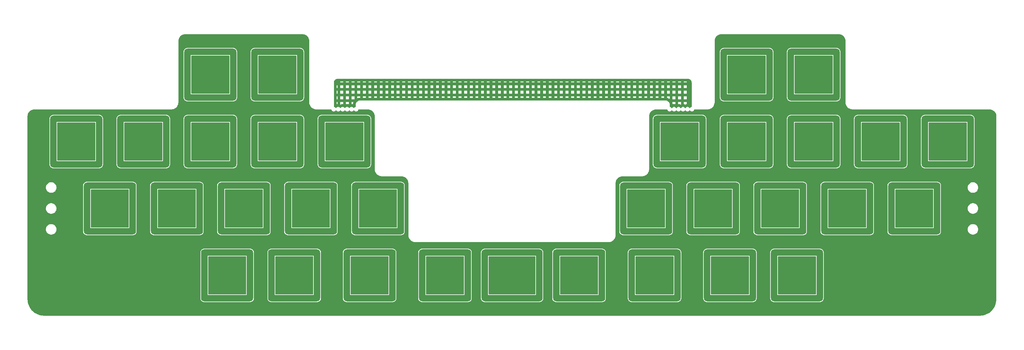
<source format=gbl>
G04 #@! TF.GenerationSoftware,KiCad,Pcbnew,8.0.5*
G04 #@! TF.CreationDate,2024-09-18T07:38:04+09:00*
G04 #@! TF.ProjectId,SandyLP_Plate_Base,53616e64-794c-4505-9f50-6c6174655f42,v.0*
G04 #@! TF.SameCoordinates,Original*
G04 #@! TF.FileFunction,Copper,L2,Bot*
G04 #@! TF.FilePolarity,Positive*
%FSLAX46Y46*%
G04 Gerber Fmt 4.6, Leading zero omitted, Abs format (unit mm)*
G04 Created by KiCad (PCBNEW 8.0.5) date 2024-09-18 07:38:04*
%MOMM*%
%LPD*%
G01*
G04 APERTURE LIST*
G04 Aperture macros list*
%AMRoundRect*
0 Rectangle with rounded corners*
0 $1 Rounding radius*
0 $2 $3 $4 $5 $6 $7 $8 $9 X,Y pos of 4 corners*
0 Add a 4 corners polygon primitive as box body*
4,1,4,$2,$3,$4,$5,$6,$7,$8,$9,$2,$3,0*
0 Add four circle primitives for the rounded corners*
1,1,$1+$1,$2,$3*
1,1,$1+$1,$4,$5*
1,1,$1+$1,$6,$7*
1,1,$1+$1,$8,$9*
0 Add four rect primitives between the rounded corners*
20,1,$1+$1,$2,$3,$4,$5,0*
20,1,$1+$1,$4,$5,$6,$7,0*
20,1,$1+$1,$6,$7,$8,$9,0*
20,1,$1+$1,$8,$9,$2,$3,0*%
G04 Aperture macros list end*
G04 #@! TA.AperFunction,WasherPad*
%ADD10RoundRect,0.900000X0.000010X-6.500000X0.000010X6.500000X-0.000010X6.500000X-0.000010X-6.500000X0*%
G04 #@! TD*
G04 #@! TA.AperFunction,WasherPad*
%ADD11RoundRect,0.900000X-6.500000X-0.000010X6.500000X-0.000010X6.500000X0.000010X-6.500000X0.000010X0*%
G04 #@! TD*
G04 #@! TA.AperFunction,WasherPad*
%ADD12RoundRect,0.900000X7.750000X0.000010X-7.750000X0.000010X-7.750000X-0.000010X7.750000X-0.000010X0*%
G04 #@! TD*
G04 APERTURE END LIST*
D10*
X58247345Y-84250320D03*
D11*
X64747345Y-77750320D03*
X64747345Y-90750320D03*
D10*
X71247345Y-84250320D03*
X67772345Y-65200320D03*
D11*
X74272345Y-58700320D03*
X74272345Y-71700320D03*
D10*
X80772345Y-65200320D03*
X248747345Y-84250320D03*
D11*
X255247345Y-77750320D03*
X255247345Y-90750320D03*
D10*
X261747345Y-84250320D03*
X48722345Y-65200320D03*
D11*
X55222345Y-58700320D03*
X55222345Y-71700320D03*
D10*
X61722345Y-65200320D03*
X220172345Y-46150320D03*
D11*
X226672345Y-39650320D03*
X226672345Y-52650320D03*
D10*
X233172345Y-46150320D03*
X86822345Y-65200320D03*
D11*
X93322345Y-58700320D03*
X93322345Y-71700320D03*
D10*
X99822345Y-65200320D03*
X67772345Y-46150320D03*
D11*
X74272345Y-39650320D03*
X74272345Y-52650320D03*
D10*
X80772345Y-46150320D03*
X201122345Y-65200320D03*
D11*
X207622345Y-58700320D03*
X207622345Y-71700320D03*
D10*
X214122345Y-65200320D03*
X91584845Y-103300320D03*
D11*
X98084845Y-96800320D03*
X98084845Y-109800320D03*
D10*
X104584845Y-103300320D03*
X277322345Y-65200320D03*
D11*
X283822345Y-58700320D03*
X283822345Y-71700320D03*
D10*
X290322345Y-65200320D03*
X258272345Y-65200320D03*
D11*
X264772345Y-58700320D03*
X264772345Y-71700320D03*
D10*
X271272345Y-65200320D03*
X86822345Y-46150320D03*
D11*
X93322345Y-39650320D03*
X93322345Y-52650320D03*
D10*
X99822345Y-46150320D03*
X239222345Y-46150320D03*
D11*
X245722345Y-39650320D03*
X245722345Y-52650320D03*
D10*
X252222345Y-46150320D03*
X193978595Y-103300320D03*
D11*
X200478595Y-96800320D03*
X200478595Y-109800320D03*
D10*
X206978595Y-103300320D03*
D12*
X159997345Y-109800320D03*
D10*
X152247345Y-103300320D03*
X167747345Y-103300320D03*
D12*
X159997345Y-96800320D03*
D10*
X115397345Y-84250320D03*
D11*
X121897345Y-77750320D03*
X121897345Y-90750320D03*
D10*
X128397345Y-84250320D03*
X267797345Y-84250320D03*
D11*
X274297345Y-77750320D03*
X274297345Y-90750320D03*
D10*
X280797345Y-84250320D03*
X210647345Y-84250320D03*
D11*
X217147345Y-77750320D03*
X217147345Y-90750320D03*
D10*
X223647345Y-84250320D03*
X39197345Y-84250320D03*
D11*
X45697345Y-77750320D03*
X45697345Y-90750320D03*
D10*
X52197345Y-84250320D03*
X220172345Y-65200320D03*
D11*
X226672345Y-58700320D03*
X226672345Y-71700320D03*
D10*
X233172345Y-65200320D03*
X229697345Y-84250320D03*
D11*
X236197345Y-77750320D03*
X236197345Y-90750320D03*
D10*
X242697345Y-84250320D03*
X113016095Y-103300320D03*
D11*
X119516095Y-96800320D03*
X119516095Y-109800320D03*
D10*
X126016095Y-103300320D03*
X72534845Y-103300320D03*
D11*
X79034845Y-96800320D03*
X79034845Y-109800320D03*
D10*
X85534845Y-103300320D03*
X29672345Y-65200320D03*
D11*
X36172345Y-58700320D03*
X36172345Y-71700320D03*
D10*
X42672345Y-65200320D03*
X134447345Y-103300320D03*
D11*
X140947345Y-96800320D03*
X140947345Y-109800320D03*
D10*
X147447345Y-103300320D03*
X234459845Y-103300320D03*
D11*
X240959845Y-96800320D03*
X240959845Y-109800320D03*
D10*
X247459845Y-103300320D03*
X239222345Y-65200320D03*
D11*
X245722345Y-58700320D03*
X245722345Y-71700320D03*
D10*
X252222345Y-65200320D03*
X96347345Y-84250320D03*
D11*
X102847345Y-77750320D03*
X102847345Y-90750320D03*
D10*
X109347345Y-84250320D03*
X172547345Y-103300320D03*
D11*
X179047345Y-96800320D03*
X179047345Y-109800320D03*
D10*
X185547345Y-103300320D03*
X191597345Y-84250320D03*
D11*
X198097345Y-77750320D03*
X198097345Y-90750320D03*
D10*
X204597345Y-84250320D03*
X77297345Y-84250320D03*
D11*
X83797345Y-77750320D03*
X83797345Y-90750320D03*
D10*
X90297345Y-84250320D03*
X105872345Y-65200320D03*
D11*
X112372345Y-58700320D03*
X112372345Y-71700320D03*
D10*
X118872345Y-65200320D03*
X215409845Y-103300320D03*
D11*
X221909845Y-96800320D03*
X221909845Y-109800320D03*
D10*
X228409845Y-103300320D03*
G04 #@! TA.AperFunction,NonConductor*
G36*
X210572862Y-55642900D02*
G01*
X210524812Y-55680780D01*
X210463673Y-55683182D01*
X210412800Y-55649189D01*
X210408230Y-55642900D01*
X210374904Y-55593025D01*
X210606538Y-55592498D01*
X210572862Y-55642900D01*
G37*
G04 #@! TD.AperFunction*
G04 #@! TA.AperFunction,NonConductor*
G36*
X209302862Y-55642900D02*
G01*
X209254812Y-55680780D01*
X209193673Y-55683182D01*
X209142800Y-55649189D01*
X209138230Y-55642900D01*
X209106829Y-55595905D01*
X209334607Y-55595388D01*
X209302862Y-55642900D01*
G37*
G04 #@! TD.AperFunction*
G04 #@! TA.AperFunction,NonConductor*
G36*
X208032862Y-55642900D02*
G01*
X207984812Y-55680780D01*
X207923673Y-55683182D01*
X207872800Y-55649189D01*
X207868230Y-55642900D01*
X207838754Y-55598786D01*
X208062676Y-55598277D01*
X208032862Y-55642900D01*
G37*
G04 #@! TD.AperFunction*
G04 #@! TA.AperFunction,NonConductor*
G36*
X206762862Y-55642900D02*
G01*
X206714812Y-55680780D01*
X206653673Y-55683182D01*
X206602800Y-55649189D01*
X206598230Y-55642900D01*
X206570679Y-55601667D01*
X206790746Y-55601167D01*
X206762862Y-55642900D01*
G37*
G04 #@! TD.AperFunction*
G04 #@! TA.AperFunction,NonConductor*
G36*
X205492862Y-55642900D02*
G01*
X205444812Y-55680780D01*
X205383673Y-55683182D01*
X205332800Y-55649189D01*
X205328230Y-55642900D01*
X205302604Y-55604548D01*
X205518815Y-55604057D01*
X205492862Y-55642900D01*
G37*
G04 #@! TD.AperFunction*
G04 #@! TA.AperFunction,NonConductor*
G36*
X100450582Y-34619741D02*
G01*
X100692075Y-34635564D01*
X100704895Y-34637251D01*
X100939080Y-34683829D01*
X100951586Y-34687181D01*
X101177675Y-34763926D01*
X101189637Y-34768881D01*
X101189722Y-34768923D01*
X101403767Y-34874478D01*
X101414983Y-34880953D01*
X101415049Y-34880997D01*
X101613512Y-35013608D01*
X101623772Y-35021481D01*
X101796137Y-35172645D01*
X101803280Y-35178909D01*
X101812436Y-35188065D01*
X101969861Y-35367583D01*
X101977737Y-35377848D01*
X101984846Y-35388487D01*
X102110381Y-35576376D01*
X102116854Y-35587590D01*
X102134860Y-35624105D01*
X102222445Y-35801726D01*
X102227401Y-35813691D01*
X102304137Y-36039785D01*
X102307488Y-36052294D01*
X102354056Y-36286469D01*
X102355745Y-36299309D01*
X102371632Y-36541935D01*
X102371844Y-36548406D01*
X102371843Y-36588240D01*
X102371845Y-36588249D01*
X102371845Y-53934246D01*
X102371819Y-53934322D01*
X102371819Y-54111318D01*
X102407329Y-54381062D01*
X102477747Y-54643867D01*
X102581860Y-54895222D01*
X102581862Y-54895226D01*
X102581864Y-54895230D01*
X102717901Y-55130853D01*
X102805779Y-55245377D01*
X102883530Y-55346703D01*
X103075919Y-55539089D01*
X103130615Y-55581058D01*
X103291769Y-55704713D01*
X103291776Y-55704717D01*
X103291775Y-55704717D01*
X103527384Y-55840742D01*
X103527393Y-55840747D01*
X103778758Y-55944862D01*
X103778762Y-55944863D01*
X104041558Y-56015274D01*
X104041562Y-56015275D01*
X104077070Y-56019948D01*
X104311310Y-56050783D01*
X104447347Y-56050780D01*
X104447577Y-56050779D01*
X108599293Y-56050777D01*
X108657484Y-56069684D01*
X108693448Y-56119184D01*
X108696390Y-56130460D01*
X108702899Y-56163180D01*
X108702901Y-56163187D01*
X108751460Y-56280420D01*
X108770302Y-56308620D01*
X108821962Y-56385934D01*
X108911691Y-56475663D01*
X109017202Y-56546163D01*
X109134439Y-56594724D01*
X109258897Y-56619480D01*
X109258898Y-56619480D01*
X109385792Y-56619480D01*
X109385793Y-56619480D01*
X109510251Y-56594724D01*
X109627488Y-56546163D01*
X109732999Y-56475663D01*
X109822728Y-56385934D01*
X109875030Y-56307658D01*
X109923079Y-56269779D01*
X109984217Y-56267377D01*
X110035091Y-56301369D01*
X110039654Y-56307649D01*
X110091962Y-56385934D01*
X110181691Y-56475663D01*
X110287202Y-56546163D01*
X110404439Y-56594724D01*
X110528897Y-56619480D01*
X110528898Y-56619480D01*
X110655792Y-56619480D01*
X110655793Y-56619480D01*
X110780251Y-56594724D01*
X110897488Y-56546163D01*
X111002999Y-56475663D01*
X111092728Y-56385934D01*
X111145030Y-56307658D01*
X111193079Y-56269779D01*
X111254217Y-56267377D01*
X111305091Y-56301369D01*
X111309654Y-56307649D01*
X111361962Y-56385934D01*
X111451691Y-56475663D01*
X111557202Y-56546163D01*
X111674439Y-56594724D01*
X111798897Y-56619480D01*
X111798898Y-56619480D01*
X111925792Y-56619480D01*
X111925793Y-56619480D01*
X112050251Y-56594724D01*
X112167488Y-56546163D01*
X112272999Y-56475663D01*
X112362728Y-56385934D01*
X112415030Y-56307658D01*
X112463079Y-56269779D01*
X112524217Y-56267377D01*
X112575091Y-56301369D01*
X112579654Y-56307649D01*
X112631962Y-56385934D01*
X112721691Y-56475663D01*
X112827202Y-56546163D01*
X112944439Y-56594724D01*
X113068897Y-56619480D01*
X113068898Y-56619480D01*
X113195792Y-56619480D01*
X113195793Y-56619480D01*
X113320251Y-56594724D01*
X113437488Y-56546163D01*
X113542999Y-56475663D01*
X113632728Y-56385934D01*
X113685030Y-56307658D01*
X113733079Y-56269779D01*
X113794217Y-56267377D01*
X113845091Y-56301369D01*
X113849654Y-56307649D01*
X113901962Y-56385934D01*
X113991691Y-56475663D01*
X114097202Y-56546163D01*
X114214439Y-56594724D01*
X114338897Y-56619480D01*
X114338898Y-56619480D01*
X114465792Y-56619480D01*
X114465793Y-56619480D01*
X114590251Y-56594724D01*
X114707488Y-56546163D01*
X114812999Y-56475663D01*
X114902728Y-56385934D01*
X114955030Y-56307658D01*
X115003079Y-56269779D01*
X115064217Y-56267377D01*
X115115091Y-56301369D01*
X115119654Y-56307649D01*
X115171962Y-56385934D01*
X115261691Y-56475663D01*
X115367202Y-56546163D01*
X115484439Y-56594724D01*
X115608897Y-56619480D01*
X115608898Y-56619480D01*
X115735792Y-56619480D01*
X115735793Y-56619480D01*
X115860251Y-56594724D01*
X115977488Y-56546163D01*
X116082999Y-56475663D01*
X116172728Y-56385934D01*
X116243228Y-56280423D01*
X116291789Y-56163186D01*
X116298297Y-56130466D01*
X116328193Y-56077082D01*
X116383758Y-56051466D01*
X116395395Y-56050780D01*
X119065977Y-56050780D01*
X119072452Y-56050991D01*
X119313943Y-56066822D01*
X119326774Y-56068511D01*
X119560959Y-56115095D01*
X119573452Y-56118443D01*
X119799557Y-56195196D01*
X119811504Y-56200145D01*
X120025656Y-56305754D01*
X120036851Y-56312218D01*
X120235390Y-56444879D01*
X120245647Y-56452750D01*
X120407538Y-56594724D01*
X120425162Y-56610180D01*
X120434315Y-56619333D01*
X120591747Y-56798849D01*
X120599622Y-56809112D01*
X120732278Y-57007643D01*
X120738747Y-57018848D01*
X120844350Y-57232987D01*
X120849306Y-57244951D01*
X120926053Y-57471037D01*
X120929405Y-57483546D01*
X120975987Y-57717723D01*
X120977677Y-57730561D01*
X120993508Y-57972045D01*
X120993720Y-57978521D01*
X120993720Y-73025280D01*
X120993719Y-73161313D01*
X120993719Y-73161317D01*
X121029228Y-73431056D01*
X121029230Y-73431062D01*
X121099646Y-73693863D01*
X121099649Y-73693874D01*
X121203758Y-73945218D01*
X121203760Y-73945221D01*
X121203761Y-73945223D01*
X121339796Y-74180845D01*
X121339798Y-74180847D01*
X121339800Y-74180851D01*
X121488372Y-74374474D01*
X121505422Y-74396694D01*
X121697806Y-74589078D01*
X121697809Y-74589080D01*
X121913645Y-74754697D01*
X121913655Y-74754704D01*
X122149277Y-74890739D01*
X122149278Y-74890739D01*
X122149281Y-74890741D01*
X122400625Y-74994850D01*
X122400630Y-74994851D01*
X122400639Y-74994855D01*
X122663441Y-75065271D01*
X122933185Y-75100781D01*
X123069221Y-75100780D01*
X128590977Y-75100780D01*
X128597452Y-75100991D01*
X128838943Y-75116822D01*
X128851774Y-75118511D01*
X129085959Y-75165095D01*
X129098452Y-75168443D01*
X129324557Y-75245196D01*
X129336504Y-75250145D01*
X129550656Y-75355754D01*
X129561851Y-75362218D01*
X129760390Y-75494879D01*
X129770647Y-75502750D01*
X129942971Y-75653874D01*
X129950162Y-75660180D01*
X129959315Y-75669333D01*
X130116747Y-75848849D01*
X130124622Y-75859112D01*
X130257278Y-76057643D01*
X130263747Y-76068848D01*
X130369350Y-76282987D01*
X130374306Y-76294951D01*
X130451053Y-76521037D01*
X130454405Y-76533546D01*
X130500987Y-76767723D01*
X130502677Y-76780561D01*
X130518508Y-77022045D01*
X130518720Y-77028521D01*
X130518720Y-91799771D01*
X130518780Y-91800381D01*
X130518780Y-91911352D01*
X130533943Y-92026514D01*
X130554295Y-92181090D01*
X130624709Y-92443877D01*
X130624713Y-92443890D01*
X130728821Y-92695232D01*
X130728823Y-92695236D01*
X130728825Y-92695240D01*
X130728830Y-92695248D01*
X130864857Y-92930857D01*
X131030470Y-93146694D01*
X131030472Y-93146696D01*
X131030476Y-93146701D01*
X131222852Y-93339083D01*
X131438689Y-93504708D01*
X131438695Y-93504712D01*
X131674303Y-93640748D01*
X131747926Y-93671245D01*
X131925656Y-93744869D01*
X132155390Y-93806433D01*
X132188441Y-93815291D01*
X132188442Y-93815291D01*
X132188449Y-93815293D01*
X132458185Y-93850814D01*
X132567675Y-93850818D01*
X132567686Y-93850820D01*
X132594217Y-93850820D01*
X132618748Y-93850821D01*
X132618748Y-93850820D01*
X132638431Y-93850821D01*
X132638442Y-93850820D01*
X187375039Y-93850820D01*
X187375540Y-93850770D01*
X187486503Y-93850772D01*
X187756244Y-93815264D01*
X188019042Y-93744851D01*
X188270401Y-93640739D01*
X188506021Y-93504708D01*
X188621415Y-93416165D01*
X188721867Y-93339088D01*
X188758856Y-93302100D01*
X188914252Y-93146708D01*
X189079879Y-92930864D01*
X189215916Y-92695248D01*
X189320034Y-92443891D01*
X189390454Y-92181095D01*
X189425968Y-91911355D01*
X189425970Y-91775321D01*
X189425970Y-91750789D01*
X189425970Y-77666053D01*
X190493645Y-77666053D01*
X190493645Y-90834586D01*
X190496466Y-90881947D01*
X190496467Y-90881956D01*
X190541268Y-91087902D01*
X190541270Y-91087907D01*
X190541271Y-91087910D01*
X190624245Y-91281673D01*
X190742389Y-91456231D01*
X190891434Y-91605276D01*
X191065992Y-91723420D01*
X191259755Y-91806394D01*
X191259759Y-91806395D01*
X191259762Y-91806396D01*
X191465708Y-91851197D01*
X191465711Y-91851197D01*
X191465719Y-91851199D01*
X191513075Y-91854020D01*
X191513088Y-91854020D01*
X204681602Y-91854020D01*
X204681615Y-91854020D01*
X204728971Y-91851199D01*
X204728979Y-91851197D01*
X204728981Y-91851197D01*
X204934927Y-91806396D01*
X204934928Y-91806395D01*
X204934935Y-91806394D01*
X205128698Y-91723420D01*
X205303256Y-91605276D01*
X205452301Y-91456231D01*
X205570445Y-91281673D01*
X205653419Y-91087910D01*
X205698224Y-90881946D01*
X205701045Y-90834590D01*
X205701045Y-77666053D01*
X209543645Y-77666053D01*
X209543645Y-90834586D01*
X209546466Y-90881947D01*
X209546467Y-90881956D01*
X209591268Y-91087902D01*
X209591270Y-91087907D01*
X209591271Y-91087910D01*
X209674245Y-91281673D01*
X209792389Y-91456231D01*
X209941434Y-91605276D01*
X210115992Y-91723420D01*
X210309755Y-91806394D01*
X210309759Y-91806395D01*
X210309762Y-91806396D01*
X210515708Y-91851197D01*
X210515711Y-91851197D01*
X210515719Y-91851199D01*
X210563075Y-91854020D01*
X210563088Y-91854020D01*
X223731602Y-91854020D01*
X223731615Y-91854020D01*
X223778971Y-91851199D01*
X223778979Y-91851197D01*
X223778981Y-91851197D01*
X223984927Y-91806396D01*
X223984928Y-91806395D01*
X223984935Y-91806394D01*
X224178698Y-91723420D01*
X224353256Y-91605276D01*
X224502301Y-91456231D01*
X224620445Y-91281673D01*
X224703419Y-91087910D01*
X224748224Y-90881946D01*
X224751045Y-90834590D01*
X224751045Y-77666053D01*
X228593645Y-77666053D01*
X228593645Y-90834586D01*
X228596466Y-90881947D01*
X228596467Y-90881956D01*
X228641268Y-91087902D01*
X228641270Y-91087907D01*
X228641271Y-91087910D01*
X228724245Y-91281673D01*
X228842389Y-91456231D01*
X228991434Y-91605276D01*
X229165992Y-91723420D01*
X229359755Y-91806394D01*
X229359759Y-91806395D01*
X229359762Y-91806396D01*
X229565708Y-91851197D01*
X229565711Y-91851197D01*
X229565719Y-91851199D01*
X229613075Y-91854020D01*
X229613088Y-91854020D01*
X242781602Y-91854020D01*
X242781615Y-91854020D01*
X242828971Y-91851199D01*
X242828979Y-91851197D01*
X242828981Y-91851197D01*
X243034927Y-91806396D01*
X243034928Y-91806395D01*
X243034935Y-91806394D01*
X243228698Y-91723420D01*
X243403256Y-91605276D01*
X243552301Y-91456231D01*
X243670445Y-91281673D01*
X243753419Y-91087910D01*
X243798224Y-90881946D01*
X243801045Y-90834590D01*
X243801045Y-77666053D01*
X247643645Y-77666053D01*
X247643645Y-90834586D01*
X247646466Y-90881947D01*
X247646467Y-90881956D01*
X247691268Y-91087902D01*
X247691270Y-91087907D01*
X247691271Y-91087910D01*
X247774245Y-91281673D01*
X247892389Y-91456231D01*
X248041434Y-91605276D01*
X248215992Y-91723420D01*
X248409755Y-91806394D01*
X248409759Y-91806395D01*
X248409762Y-91806396D01*
X248615708Y-91851197D01*
X248615711Y-91851197D01*
X248615719Y-91851199D01*
X248663075Y-91854020D01*
X248663088Y-91854020D01*
X261831602Y-91854020D01*
X261831615Y-91854020D01*
X261878971Y-91851199D01*
X261878979Y-91851197D01*
X261878981Y-91851197D01*
X262084927Y-91806396D01*
X262084928Y-91806395D01*
X262084935Y-91806394D01*
X262278698Y-91723420D01*
X262453256Y-91605276D01*
X262602301Y-91456231D01*
X262720445Y-91281673D01*
X262803419Y-91087910D01*
X262848224Y-90881946D01*
X262851045Y-90834590D01*
X262851045Y-77666053D01*
X266693645Y-77666053D01*
X266693645Y-90834586D01*
X266696466Y-90881947D01*
X266696467Y-90881956D01*
X266741268Y-91087902D01*
X266741270Y-91087907D01*
X266741271Y-91087910D01*
X266824245Y-91281673D01*
X266942389Y-91456231D01*
X267091434Y-91605276D01*
X267265992Y-91723420D01*
X267459755Y-91806394D01*
X267459759Y-91806395D01*
X267459762Y-91806396D01*
X267665708Y-91851197D01*
X267665711Y-91851197D01*
X267665719Y-91851199D01*
X267713075Y-91854020D01*
X267713088Y-91854020D01*
X280881602Y-91854020D01*
X280881615Y-91854020D01*
X280928971Y-91851199D01*
X280928979Y-91851197D01*
X280928981Y-91851197D01*
X281134927Y-91806396D01*
X281134928Y-91806395D01*
X281134935Y-91806394D01*
X281328698Y-91723420D01*
X281503256Y-91605276D01*
X281652301Y-91456231D01*
X281770445Y-91281673D01*
X281853419Y-91087910D01*
X281898224Y-90881946D01*
X281901045Y-90834590D01*
X281901045Y-90203506D01*
X289466325Y-90203506D01*
X289486782Y-90450396D01*
X289486783Y-90450398D01*
X289547599Y-90690555D01*
X289593260Y-90794652D01*
X289647111Y-90917422D01*
X289647113Y-90917425D01*
X289647114Y-90917427D01*
X289782614Y-91124825D01*
X289950403Y-91307092D01*
X289950406Y-91307094D01*
X290142012Y-91456228D01*
X290142016Y-91456231D01*
X290145903Y-91459256D01*
X290363782Y-91577166D01*
X290598097Y-91657606D01*
X290842456Y-91698383D01*
X291090194Y-91698383D01*
X291334553Y-91657606D01*
X291568868Y-91577166D01*
X291786747Y-91459256D01*
X291982247Y-91307092D01*
X292150036Y-91124825D01*
X292285536Y-90917427D01*
X292385051Y-90690555D01*
X292445867Y-90450398D01*
X292466325Y-90203506D01*
X292445867Y-89956614D01*
X292385051Y-89716457D01*
X292285536Y-89489585D01*
X292150036Y-89282187D01*
X291982247Y-89099920D01*
X291786747Y-88947756D01*
X291568871Y-88829847D01*
X291551492Y-88823880D01*
X291334553Y-88749406D01*
X291334550Y-88749405D01*
X291334549Y-88749405D01*
X291090194Y-88708629D01*
X290842456Y-88708629D01*
X290598100Y-88749405D01*
X290363778Y-88829847D01*
X290145902Y-88947756D01*
X290145899Y-88947758D01*
X289950406Y-89099917D01*
X289950400Y-89099922D01*
X289782616Y-89282184D01*
X289647111Y-89489589D01*
X289580357Y-89641775D01*
X289547599Y-89716457D01*
X289517191Y-89836535D01*
X289486782Y-89956615D01*
X289466325Y-90203506D01*
X281901045Y-90203506D01*
X281901045Y-84250376D01*
X289466325Y-84250376D01*
X289486782Y-84497266D01*
X289486783Y-84497268D01*
X289547599Y-84737425D01*
X289593260Y-84841522D01*
X289647111Y-84964292D01*
X289647113Y-84964295D01*
X289647114Y-84964297D01*
X289782614Y-85171695D01*
X289950403Y-85353962D01*
X290145903Y-85506126D01*
X290363782Y-85624036D01*
X290598097Y-85704476D01*
X290842456Y-85745253D01*
X291090194Y-85745253D01*
X291334553Y-85704476D01*
X291568868Y-85624036D01*
X291786747Y-85506126D01*
X291982247Y-85353962D01*
X292150036Y-85171695D01*
X292285536Y-84964297D01*
X292385051Y-84737425D01*
X292445867Y-84497268D01*
X292466325Y-84250376D01*
X292445867Y-84003484D01*
X292385051Y-83763327D01*
X292285536Y-83536455D01*
X292150036Y-83329057D01*
X291982247Y-83146790D01*
X291786747Y-82994626D01*
X291568871Y-82876717D01*
X291551492Y-82870750D01*
X291334553Y-82796276D01*
X291334550Y-82796275D01*
X291334549Y-82796275D01*
X291090194Y-82755499D01*
X290842456Y-82755499D01*
X290598100Y-82796275D01*
X290363778Y-82876717D01*
X290145902Y-82994626D01*
X290145899Y-82994628D01*
X289950406Y-83146787D01*
X289950400Y-83146792D01*
X289782616Y-83329054D01*
X289647111Y-83536459D01*
X289563983Y-83725974D01*
X289547599Y-83763327D01*
X289517191Y-83883405D01*
X289486782Y-84003485D01*
X289466325Y-84250376D01*
X281901045Y-84250376D01*
X281901045Y-78297246D01*
X289466325Y-78297246D01*
X289486782Y-78544136D01*
X289486783Y-78544138D01*
X289547599Y-78784295D01*
X289593260Y-78888392D01*
X289647111Y-79011162D01*
X289647113Y-79011165D01*
X289647114Y-79011167D01*
X289782614Y-79218565D01*
X289950403Y-79400832D01*
X290145903Y-79552996D01*
X290363782Y-79670906D01*
X290598097Y-79751346D01*
X290842456Y-79792123D01*
X291090194Y-79792123D01*
X291334553Y-79751346D01*
X291568868Y-79670906D01*
X291786747Y-79552996D01*
X291982247Y-79400832D01*
X292150036Y-79218565D01*
X292285536Y-79011167D01*
X292385051Y-78784295D01*
X292445867Y-78544138D01*
X292466325Y-78297246D01*
X292445867Y-78050354D01*
X292385051Y-77810197D01*
X292285536Y-77583325D01*
X292150036Y-77375927D01*
X291982247Y-77193660D01*
X291932825Y-77155193D01*
X291786750Y-77041498D01*
X291786747Y-77041496D01*
X291568871Y-76923587D01*
X291551492Y-76917620D01*
X291334553Y-76843146D01*
X291334550Y-76843145D01*
X291334549Y-76843145D01*
X291090194Y-76802369D01*
X290842456Y-76802369D01*
X290598100Y-76843145D01*
X290363778Y-76923587D01*
X290145902Y-77041496D01*
X290145899Y-77041498D01*
X289950406Y-77193657D01*
X289950400Y-77193662D01*
X289782616Y-77375924D01*
X289647111Y-77583329D01*
X289563983Y-77772844D01*
X289547599Y-77810197D01*
X289517191Y-77930275D01*
X289486782Y-78050355D01*
X289466325Y-78297246D01*
X281901045Y-78297246D01*
X281901045Y-77666050D01*
X281898224Y-77618694D01*
X281853419Y-77412730D01*
X281770445Y-77218967D01*
X281652301Y-77044409D01*
X281503256Y-76895364D01*
X281426104Y-76843146D01*
X281328700Y-76777221D01*
X281328698Y-76777220D01*
X281134935Y-76694246D01*
X281134932Y-76694245D01*
X281134927Y-76694243D01*
X280928981Y-76649442D01*
X280928972Y-76649441D01*
X280919499Y-76648876D01*
X280881615Y-76646620D01*
X267881615Y-76646620D01*
X267713075Y-76646620D01*
X267684661Y-76648312D01*
X267665717Y-76649441D01*
X267665708Y-76649442D01*
X267459762Y-76694243D01*
X267459755Y-76694246D01*
X267265989Y-76777221D01*
X267091436Y-76895362D01*
X266942387Y-77044411D01*
X266824246Y-77218964D01*
X266741271Y-77412730D01*
X266741268Y-77412737D01*
X266696467Y-77618683D01*
X266696466Y-77618692D01*
X266693645Y-77666053D01*
X262851045Y-77666053D01*
X262851045Y-77666050D01*
X262848224Y-77618694D01*
X262803419Y-77412730D01*
X262720445Y-77218967D01*
X262602301Y-77044409D01*
X262453256Y-76895364D01*
X262376104Y-76843146D01*
X262278700Y-76777221D01*
X262278698Y-76777220D01*
X262084935Y-76694246D01*
X262084932Y-76694245D01*
X262084927Y-76694243D01*
X261878981Y-76649442D01*
X261878972Y-76649441D01*
X261869499Y-76648876D01*
X261831615Y-76646620D01*
X248831615Y-76646620D01*
X248663075Y-76646620D01*
X248634661Y-76648312D01*
X248615717Y-76649441D01*
X248615708Y-76649442D01*
X248409762Y-76694243D01*
X248409755Y-76694246D01*
X248215989Y-76777221D01*
X248041436Y-76895362D01*
X247892387Y-77044411D01*
X247774246Y-77218964D01*
X247691271Y-77412730D01*
X247691268Y-77412737D01*
X247646467Y-77618683D01*
X247646466Y-77618692D01*
X247643645Y-77666053D01*
X243801045Y-77666053D01*
X243801045Y-77666050D01*
X243798224Y-77618694D01*
X243753419Y-77412730D01*
X243670445Y-77218967D01*
X243552301Y-77044409D01*
X243403256Y-76895364D01*
X243326104Y-76843146D01*
X243228700Y-76777221D01*
X243228698Y-76777220D01*
X243034935Y-76694246D01*
X243034932Y-76694245D01*
X243034927Y-76694243D01*
X242828981Y-76649442D01*
X242828972Y-76649441D01*
X242819499Y-76648876D01*
X242781615Y-76646620D01*
X229781615Y-76646620D01*
X229613075Y-76646620D01*
X229584661Y-76648312D01*
X229565717Y-76649441D01*
X229565708Y-76649442D01*
X229359762Y-76694243D01*
X229359755Y-76694246D01*
X229165989Y-76777221D01*
X228991436Y-76895362D01*
X228842387Y-77044411D01*
X228724246Y-77218964D01*
X228641271Y-77412730D01*
X228641268Y-77412737D01*
X228596467Y-77618683D01*
X228596466Y-77618692D01*
X228593645Y-77666053D01*
X224751045Y-77666053D01*
X224751045Y-77666050D01*
X224748224Y-77618694D01*
X224703419Y-77412730D01*
X224620445Y-77218967D01*
X224502301Y-77044409D01*
X224353256Y-76895364D01*
X224276104Y-76843146D01*
X224178700Y-76777221D01*
X224178698Y-76777220D01*
X223984935Y-76694246D01*
X223984932Y-76694245D01*
X223984927Y-76694243D01*
X223778981Y-76649442D01*
X223778972Y-76649441D01*
X223769499Y-76648876D01*
X223731615Y-76646620D01*
X210731615Y-76646620D01*
X210563075Y-76646620D01*
X210534661Y-76648312D01*
X210515717Y-76649441D01*
X210515708Y-76649442D01*
X210309762Y-76694243D01*
X210309755Y-76694246D01*
X210115989Y-76777221D01*
X209941436Y-76895362D01*
X209792387Y-77044411D01*
X209674246Y-77218964D01*
X209591271Y-77412730D01*
X209591268Y-77412737D01*
X209546467Y-77618683D01*
X209546466Y-77618692D01*
X209543645Y-77666053D01*
X205701045Y-77666053D01*
X205701045Y-77666050D01*
X205698224Y-77618694D01*
X205653419Y-77412730D01*
X205570445Y-77218967D01*
X205452301Y-77044409D01*
X205303256Y-76895364D01*
X205226104Y-76843146D01*
X205128700Y-76777221D01*
X205128698Y-76777220D01*
X204934935Y-76694246D01*
X204934932Y-76694245D01*
X204934927Y-76694243D01*
X204728981Y-76649442D01*
X204728972Y-76649441D01*
X204719499Y-76648876D01*
X204681615Y-76646620D01*
X191681615Y-76646620D01*
X191513075Y-76646620D01*
X191484661Y-76648312D01*
X191465717Y-76649441D01*
X191465708Y-76649442D01*
X191259762Y-76694243D01*
X191259755Y-76694246D01*
X191065989Y-76777221D01*
X190891436Y-76895362D01*
X190742387Y-77044411D01*
X190624246Y-77218964D01*
X190541271Y-77412730D01*
X190541268Y-77412737D01*
X190496467Y-77618683D01*
X190496466Y-77618692D01*
X190493645Y-77666053D01*
X189425970Y-77666053D01*
X189425970Y-77028521D01*
X189426182Y-77022045D01*
X189434486Y-76895364D01*
X189442012Y-76780553D01*
X189443702Y-76767722D01*
X189458318Y-76694246D01*
X189490286Y-76533535D01*
X189493632Y-76521049D01*
X189570388Y-76294936D01*
X189575333Y-76283000D01*
X189680941Y-76068848D01*
X189687413Y-76057639D01*
X189687414Y-76057638D01*
X189820072Y-75859101D01*
X189827937Y-75848851D01*
X189985378Y-75669323D01*
X189994509Y-75660191D01*
X190174055Y-75502733D01*
X190184290Y-75494879D01*
X190382838Y-75362213D01*
X190394034Y-75355749D01*
X190608189Y-75250138D01*
X190620130Y-75245191D01*
X190846230Y-75168437D01*
X190858734Y-75165086D01*
X191092918Y-75118502D01*
X191105747Y-75116813D01*
X191347084Y-75100991D01*
X191353560Y-75100780D01*
X196900628Y-75100780D01*
X196900721Y-75100770D01*
X197011505Y-75100772D01*
X197281249Y-75065263D01*
X197544050Y-74994848D01*
X197544056Y-74994845D01*
X197544063Y-74994843D01*
X197623762Y-74961830D01*
X197795412Y-74890733D01*
X198031034Y-74754699D01*
X198246883Y-74589074D01*
X198439267Y-74396691D01*
X198604893Y-74180842D01*
X198740929Y-73945221D01*
X198845045Y-73693860D01*
X198915461Y-73431059D01*
X198950971Y-73161315D01*
X198950970Y-73025279D01*
X198950970Y-58616053D01*
X200018645Y-58616053D01*
X200018645Y-71784586D01*
X200021466Y-71831947D01*
X200021467Y-71831956D01*
X200066268Y-72037902D01*
X200066270Y-72037907D01*
X200066271Y-72037910D01*
X200149245Y-72231673D01*
X200267389Y-72406231D01*
X200416434Y-72555276D01*
X200590992Y-72673420D01*
X200784755Y-72756394D01*
X200784759Y-72756395D01*
X200784762Y-72756396D01*
X200990708Y-72801197D01*
X200990711Y-72801197D01*
X200990719Y-72801199D01*
X201038075Y-72804020D01*
X201038088Y-72804020D01*
X214206602Y-72804020D01*
X214206615Y-72804020D01*
X214253971Y-72801199D01*
X214253979Y-72801197D01*
X214253981Y-72801197D01*
X214459927Y-72756396D01*
X214459928Y-72756395D01*
X214459935Y-72756394D01*
X214653698Y-72673420D01*
X214828256Y-72555276D01*
X214977301Y-72406231D01*
X215095445Y-72231673D01*
X215178419Y-72037910D01*
X215223224Y-71831946D01*
X215226045Y-71784590D01*
X215226045Y-58616053D01*
X219068645Y-58616053D01*
X219068645Y-71784586D01*
X219071466Y-71831947D01*
X219071467Y-71831956D01*
X219116268Y-72037902D01*
X219116270Y-72037907D01*
X219116271Y-72037910D01*
X219199245Y-72231673D01*
X219317389Y-72406231D01*
X219466434Y-72555276D01*
X219640992Y-72673420D01*
X219834755Y-72756394D01*
X219834759Y-72756395D01*
X219834762Y-72756396D01*
X220040708Y-72801197D01*
X220040711Y-72801197D01*
X220040719Y-72801199D01*
X220088075Y-72804020D01*
X220088088Y-72804020D01*
X233256602Y-72804020D01*
X233256615Y-72804020D01*
X233303971Y-72801199D01*
X233303979Y-72801197D01*
X233303981Y-72801197D01*
X233509927Y-72756396D01*
X233509928Y-72756395D01*
X233509935Y-72756394D01*
X233703698Y-72673420D01*
X233878256Y-72555276D01*
X234027301Y-72406231D01*
X234145445Y-72231673D01*
X234228419Y-72037910D01*
X234273224Y-71831946D01*
X234276045Y-71784590D01*
X234276045Y-58616053D01*
X238118645Y-58616053D01*
X238118645Y-71784586D01*
X238121466Y-71831947D01*
X238121467Y-71831956D01*
X238166268Y-72037902D01*
X238166270Y-72037907D01*
X238166271Y-72037910D01*
X238249245Y-72231673D01*
X238367389Y-72406231D01*
X238516434Y-72555276D01*
X238690992Y-72673420D01*
X238884755Y-72756394D01*
X238884759Y-72756395D01*
X238884762Y-72756396D01*
X239090708Y-72801197D01*
X239090711Y-72801197D01*
X239090719Y-72801199D01*
X239138075Y-72804020D01*
X239138088Y-72804020D01*
X252306602Y-72804020D01*
X252306615Y-72804020D01*
X252353971Y-72801199D01*
X252353979Y-72801197D01*
X252353981Y-72801197D01*
X252559927Y-72756396D01*
X252559928Y-72756395D01*
X252559935Y-72756394D01*
X252753698Y-72673420D01*
X252928256Y-72555276D01*
X253077301Y-72406231D01*
X253195445Y-72231673D01*
X253278419Y-72037910D01*
X253323224Y-71831946D01*
X253326045Y-71784590D01*
X253326045Y-58616053D01*
X257168645Y-58616053D01*
X257168645Y-71784586D01*
X257171466Y-71831947D01*
X257171467Y-71831956D01*
X257216268Y-72037902D01*
X257216270Y-72037907D01*
X257216271Y-72037910D01*
X257299245Y-72231673D01*
X257417389Y-72406231D01*
X257566434Y-72555276D01*
X257740992Y-72673420D01*
X257934755Y-72756394D01*
X257934759Y-72756395D01*
X257934762Y-72756396D01*
X258140708Y-72801197D01*
X258140711Y-72801197D01*
X258140719Y-72801199D01*
X258188075Y-72804020D01*
X258188088Y-72804020D01*
X271356602Y-72804020D01*
X271356615Y-72804020D01*
X271403971Y-72801199D01*
X271403979Y-72801197D01*
X271403981Y-72801197D01*
X271609927Y-72756396D01*
X271609928Y-72756395D01*
X271609935Y-72756394D01*
X271803698Y-72673420D01*
X271978256Y-72555276D01*
X272127301Y-72406231D01*
X272245445Y-72231673D01*
X272328419Y-72037910D01*
X272373224Y-71831946D01*
X272376045Y-71784590D01*
X272376045Y-58616053D01*
X276218645Y-58616053D01*
X276218645Y-71784586D01*
X276221466Y-71831947D01*
X276221467Y-71831956D01*
X276266268Y-72037902D01*
X276266270Y-72037907D01*
X276266271Y-72037910D01*
X276349245Y-72231673D01*
X276467389Y-72406231D01*
X276616434Y-72555276D01*
X276790992Y-72673420D01*
X276984755Y-72756394D01*
X276984759Y-72756395D01*
X276984762Y-72756396D01*
X277190708Y-72801197D01*
X277190711Y-72801197D01*
X277190719Y-72801199D01*
X277238075Y-72804020D01*
X277238088Y-72804020D01*
X290406602Y-72804020D01*
X290406615Y-72804020D01*
X290453971Y-72801199D01*
X290453979Y-72801197D01*
X290453981Y-72801197D01*
X290659927Y-72756396D01*
X290659928Y-72756395D01*
X290659935Y-72756394D01*
X290853698Y-72673420D01*
X291028256Y-72555276D01*
X291177301Y-72406231D01*
X291295445Y-72231673D01*
X291378419Y-72037910D01*
X291423224Y-71831946D01*
X291426045Y-71784590D01*
X291426045Y-58616050D01*
X291423224Y-58568694D01*
X291378419Y-58362730D01*
X291295445Y-58168967D01*
X291177301Y-57994409D01*
X291028256Y-57845364D01*
X291014412Y-57835994D01*
X290853700Y-57727221D01*
X290846379Y-57724086D01*
X290659935Y-57644246D01*
X290659932Y-57644245D01*
X290659927Y-57644243D01*
X290453981Y-57599442D01*
X290453972Y-57599441D01*
X290444499Y-57598876D01*
X290406615Y-57596620D01*
X277406615Y-57596620D01*
X277238075Y-57596620D01*
X277209661Y-57598312D01*
X277190717Y-57599441D01*
X277190708Y-57599442D01*
X276984762Y-57644243D01*
X276984755Y-57644246D01*
X276790989Y-57727221D01*
X276616436Y-57845362D01*
X276467387Y-57994411D01*
X276349246Y-58168964D01*
X276266271Y-58362730D01*
X276266268Y-58362737D01*
X276221467Y-58568683D01*
X276221466Y-58568692D01*
X276218645Y-58616053D01*
X272376045Y-58616053D01*
X272376045Y-58616050D01*
X272373224Y-58568694D01*
X272328419Y-58362730D01*
X272245445Y-58168967D01*
X272127301Y-57994409D01*
X271978256Y-57845364D01*
X271964412Y-57835994D01*
X271803700Y-57727221D01*
X271796379Y-57724086D01*
X271609935Y-57644246D01*
X271609932Y-57644245D01*
X271609927Y-57644243D01*
X271403981Y-57599442D01*
X271403972Y-57599441D01*
X271394499Y-57598876D01*
X271356615Y-57596620D01*
X258356615Y-57596620D01*
X258188075Y-57596620D01*
X258159661Y-57598312D01*
X258140717Y-57599441D01*
X258140708Y-57599442D01*
X257934762Y-57644243D01*
X257934755Y-57644246D01*
X257740989Y-57727221D01*
X257566436Y-57845362D01*
X257417387Y-57994411D01*
X257299246Y-58168964D01*
X257216271Y-58362730D01*
X257216268Y-58362737D01*
X257171467Y-58568683D01*
X257171466Y-58568692D01*
X257168645Y-58616053D01*
X253326045Y-58616053D01*
X253326045Y-58616050D01*
X253323224Y-58568694D01*
X253278419Y-58362730D01*
X253195445Y-58168967D01*
X253077301Y-57994409D01*
X252928256Y-57845364D01*
X252914412Y-57835994D01*
X252753700Y-57727221D01*
X252746379Y-57724086D01*
X252559935Y-57644246D01*
X252559932Y-57644245D01*
X252559927Y-57644243D01*
X252353981Y-57599442D01*
X252353972Y-57599441D01*
X252344499Y-57598876D01*
X252306615Y-57596620D01*
X239306615Y-57596620D01*
X239138075Y-57596620D01*
X239109661Y-57598312D01*
X239090717Y-57599441D01*
X239090708Y-57599442D01*
X238884762Y-57644243D01*
X238884755Y-57644246D01*
X238690989Y-57727221D01*
X238516436Y-57845362D01*
X238367387Y-57994411D01*
X238249246Y-58168964D01*
X238166271Y-58362730D01*
X238166268Y-58362737D01*
X238121467Y-58568683D01*
X238121466Y-58568692D01*
X238118645Y-58616053D01*
X234276045Y-58616053D01*
X234276045Y-58616050D01*
X234273224Y-58568694D01*
X234228419Y-58362730D01*
X234145445Y-58168967D01*
X234027301Y-57994409D01*
X233878256Y-57845364D01*
X233864412Y-57835994D01*
X233703700Y-57727221D01*
X233696379Y-57724086D01*
X233509935Y-57644246D01*
X233509932Y-57644245D01*
X233509927Y-57644243D01*
X233303981Y-57599442D01*
X233303972Y-57599441D01*
X233294499Y-57598876D01*
X233256615Y-57596620D01*
X220256615Y-57596620D01*
X220088075Y-57596620D01*
X220059661Y-57598312D01*
X220040717Y-57599441D01*
X220040708Y-57599442D01*
X219834762Y-57644243D01*
X219834755Y-57644246D01*
X219640989Y-57727221D01*
X219466436Y-57845362D01*
X219317387Y-57994411D01*
X219199246Y-58168964D01*
X219116271Y-58362730D01*
X219116268Y-58362737D01*
X219071467Y-58568683D01*
X219071466Y-58568692D01*
X219068645Y-58616053D01*
X215226045Y-58616053D01*
X215226045Y-58616050D01*
X215223224Y-58568694D01*
X215178419Y-58362730D01*
X215095445Y-58168967D01*
X214977301Y-57994409D01*
X214828256Y-57845364D01*
X214814412Y-57835994D01*
X214653700Y-57727221D01*
X214646379Y-57724086D01*
X214459935Y-57644246D01*
X214459932Y-57644245D01*
X214459927Y-57644243D01*
X214253981Y-57599442D01*
X214253972Y-57599441D01*
X214244499Y-57598876D01*
X214206615Y-57596620D01*
X201206615Y-57596620D01*
X201038075Y-57596620D01*
X201009661Y-57598312D01*
X200990717Y-57599441D01*
X200990708Y-57599442D01*
X200784762Y-57644243D01*
X200784755Y-57644246D01*
X200590989Y-57727221D01*
X200416436Y-57845362D01*
X200267387Y-57994411D01*
X200149246Y-58168964D01*
X200066271Y-58362730D01*
X200066268Y-58362737D01*
X200021467Y-58568683D01*
X200021466Y-58568692D01*
X200018645Y-58616053D01*
X198950970Y-58616053D01*
X198950970Y-57978519D01*
X198951182Y-57972045D01*
X198959486Y-57845364D01*
X198967012Y-57730553D01*
X198968702Y-57717722D01*
X199015286Y-57483535D01*
X199018635Y-57471041D01*
X199095388Y-57244936D01*
X199100333Y-57233000D01*
X199205941Y-57018848D01*
X199212413Y-57007639D01*
X199212414Y-57007638D01*
X199345072Y-56809101D01*
X199352937Y-56798851D01*
X199510378Y-56619323D01*
X199519509Y-56610191D01*
X199699055Y-56452733D01*
X199709293Y-56444878D01*
X199907838Y-56312213D01*
X199919034Y-56305749D01*
X200133189Y-56200138D01*
X200145130Y-56195191D01*
X200371230Y-56118437D01*
X200383734Y-56115086D01*
X200617918Y-56068502D01*
X200630747Y-56066813D01*
X200872084Y-56050991D01*
X200878560Y-56050780D01*
X204052496Y-56050780D01*
X204110687Y-56069687D01*
X204146651Y-56119187D01*
X204149594Y-56130467D01*
X204156101Y-56163184D01*
X204156102Y-56163187D01*
X204204661Y-56280420D01*
X204223503Y-56308620D01*
X204275163Y-56385934D01*
X204364892Y-56475663D01*
X204470403Y-56546163D01*
X204587640Y-56594724D01*
X204712098Y-56619480D01*
X204712099Y-56619480D01*
X204838993Y-56619480D01*
X204838994Y-56619480D01*
X204963452Y-56594724D01*
X205080689Y-56546163D01*
X205186200Y-56475663D01*
X205275929Y-56385934D01*
X205328231Y-56307658D01*
X205376280Y-56269779D01*
X205437418Y-56267377D01*
X205488292Y-56301369D01*
X205492855Y-56307649D01*
X205545163Y-56385934D01*
X205634892Y-56475663D01*
X205740403Y-56546163D01*
X205857640Y-56594724D01*
X205982098Y-56619480D01*
X205982099Y-56619480D01*
X206108993Y-56619480D01*
X206108994Y-56619480D01*
X206233452Y-56594724D01*
X206350689Y-56546163D01*
X206456200Y-56475663D01*
X206545929Y-56385934D01*
X206598231Y-56307658D01*
X206646280Y-56269779D01*
X206707418Y-56267377D01*
X206758292Y-56301369D01*
X206762855Y-56307649D01*
X206815163Y-56385934D01*
X206904892Y-56475663D01*
X207010403Y-56546163D01*
X207127640Y-56594724D01*
X207252098Y-56619480D01*
X207252099Y-56619480D01*
X207378993Y-56619480D01*
X207378994Y-56619480D01*
X207503452Y-56594724D01*
X207620689Y-56546163D01*
X207726200Y-56475663D01*
X207815929Y-56385934D01*
X207868231Y-56307658D01*
X207916280Y-56269779D01*
X207977418Y-56267377D01*
X208028292Y-56301369D01*
X208032855Y-56307649D01*
X208085163Y-56385934D01*
X208174892Y-56475663D01*
X208280403Y-56546163D01*
X208397640Y-56594724D01*
X208522098Y-56619480D01*
X208522099Y-56619480D01*
X208648993Y-56619480D01*
X208648994Y-56619480D01*
X208773452Y-56594724D01*
X208890689Y-56546163D01*
X208996200Y-56475663D01*
X209085929Y-56385934D01*
X209138231Y-56307658D01*
X209186280Y-56269779D01*
X209247418Y-56267377D01*
X209298292Y-56301369D01*
X209302855Y-56307649D01*
X209355163Y-56385934D01*
X209444892Y-56475663D01*
X209550403Y-56546163D01*
X209667640Y-56594724D01*
X209792098Y-56619480D01*
X209792099Y-56619480D01*
X209918993Y-56619480D01*
X209918994Y-56619480D01*
X210043452Y-56594724D01*
X210160689Y-56546163D01*
X210266200Y-56475663D01*
X210355929Y-56385934D01*
X210408231Y-56307658D01*
X210456280Y-56269779D01*
X210517418Y-56267377D01*
X210568292Y-56301369D01*
X210572855Y-56307649D01*
X210625163Y-56385934D01*
X210714892Y-56475663D01*
X210820403Y-56546163D01*
X210937640Y-56594724D01*
X211062098Y-56619480D01*
X211062099Y-56619480D01*
X211188993Y-56619480D01*
X211188994Y-56619480D01*
X211313452Y-56594724D01*
X211430689Y-56546163D01*
X211536200Y-56475663D01*
X211625929Y-56385934D01*
X211696429Y-56280423D01*
X211744990Y-56163186D01*
X211751498Y-56130466D01*
X211781394Y-56077082D01*
X211836959Y-56051466D01*
X211848596Y-56050780D01*
X215456275Y-56050780D01*
X215456478Y-56050845D01*
X215497347Y-56050844D01*
X215497347Y-56050845D01*
X215633384Y-56050842D01*
X215903130Y-56015323D01*
X216165933Y-55944899D01*
X216189104Y-55935301D01*
X216417290Y-55840778D01*
X216417289Y-55840778D01*
X216417295Y-55840776D01*
X216652916Y-55704735D01*
X216868764Y-55539102D01*
X217061147Y-55346713D01*
X217226772Y-55130860D01*
X217362806Y-54895234D01*
X217466921Y-54643869D01*
X217537336Y-54381064D01*
X217572846Y-54111317D01*
X217572845Y-53975279D01*
X217572845Y-39566053D01*
X219068645Y-39566053D01*
X219068645Y-52734586D01*
X219071466Y-52781947D01*
X219071467Y-52781956D01*
X219116268Y-52987902D01*
X219116270Y-52987907D01*
X219116271Y-52987910D01*
X219199245Y-53181673D01*
X219317389Y-53356231D01*
X219466434Y-53505276D01*
X219640992Y-53623420D01*
X219834755Y-53706394D01*
X219834759Y-53706395D01*
X219834762Y-53706396D01*
X220040708Y-53751197D01*
X220040711Y-53751197D01*
X220040719Y-53751199D01*
X220088075Y-53754020D01*
X220088088Y-53754020D01*
X233256602Y-53754020D01*
X233256615Y-53754020D01*
X233303971Y-53751199D01*
X233303979Y-53751197D01*
X233303981Y-53751197D01*
X233509927Y-53706396D01*
X233509928Y-53706395D01*
X233509935Y-53706394D01*
X233703698Y-53623420D01*
X233878256Y-53505276D01*
X234027301Y-53356231D01*
X234145445Y-53181673D01*
X234228419Y-52987910D01*
X234273224Y-52781946D01*
X234276045Y-52734590D01*
X234276045Y-39566053D01*
X238118645Y-39566053D01*
X238118645Y-52734586D01*
X238121466Y-52781947D01*
X238121467Y-52781956D01*
X238166268Y-52987902D01*
X238166270Y-52987907D01*
X238166271Y-52987910D01*
X238249245Y-53181673D01*
X238367389Y-53356231D01*
X238516434Y-53505276D01*
X238690992Y-53623420D01*
X238884755Y-53706394D01*
X238884759Y-53706395D01*
X238884762Y-53706396D01*
X239090708Y-53751197D01*
X239090711Y-53751197D01*
X239090719Y-53751199D01*
X239138075Y-53754020D01*
X239138088Y-53754020D01*
X252306602Y-53754020D01*
X252306615Y-53754020D01*
X252353971Y-53751199D01*
X252353979Y-53751197D01*
X252353981Y-53751197D01*
X252559927Y-53706396D01*
X252559928Y-53706395D01*
X252559935Y-53706394D01*
X252753698Y-53623420D01*
X252928256Y-53505276D01*
X253077301Y-53356231D01*
X253195445Y-53181673D01*
X253278419Y-52987910D01*
X253323224Y-52781946D01*
X253326045Y-52734590D01*
X253326045Y-39566050D01*
X253323224Y-39518694D01*
X253278419Y-39312730D01*
X253195445Y-39118967D01*
X253077301Y-38944409D01*
X252928256Y-38795364D01*
X252914412Y-38785994D01*
X252753700Y-38677221D01*
X252753698Y-38677220D01*
X252559935Y-38594246D01*
X252559932Y-38594245D01*
X252559927Y-38594243D01*
X252353981Y-38549442D01*
X252353972Y-38549441D01*
X252344499Y-38548876D01*
X252306615Y-38546620D01*
X239306615Y-38546620D01*
X239138075Y-38546620D01*
X239109661Y-38548312D01*
X239090717Y-38549441D01*
X239090708Y-38549442D01*
X238884762Y-38594243D01*
X238884755Y-38594246D01*
X238690989Y-38677221D01*
X238516436Y-38795362D01*
X238367387Y-38944411D01*
X238249246Y-39118964D01*
X238166271Y-39312730D01*
X238166268Y-39312737D01*
X238121467Y-39518683D01*
X238121466Y-39518692D01*
X238118645Y-39566053D01*
X234276045Y-39566053D01*
X234276045Y-39566050D01*
X234273224Y-39518694D01*
X234228419Y-39312730D01*
X234145445Y-39118967D01*
X234027301Y-38944409D01*
X233878256Y-38795364D01*
X233864412Y-38785994D01*
X233703700Y-38677221D01*
X233703698Y-38677220D01*
X233509935Y-38594246D01*
X233509932Y-38594245D01*
X233509927Y-38594243D01*
X233303981Y-38549442D01*
X233303972Y-38549441D01*
X233294499Y-38548876D01*
X233256615Y-38546620D01*
X220256615Y-38546620D01*
X220088075Y-38546620D01*
X220059661Y-38548312D01*
X220040717Y-38549441D01*
X220040708Y-38549442D01*
X219834762Y-38594243D01*
X219834755Y-38594246D01*
X219640989Y-38677221D01*
X219466436Y-38795362D01*
X219317387Y-38944411D01*
X219199246Y-39118964D01*
X219116271Y-39312730D01*
X219116268Y-39312737D01*
X219071467Y-39518683D01*
X219071466Y-39518692D01*
X219068645Y-39566053D01*
X217572845Y-39566053D01*
X217572845Y-36547263D01*
X217573057Y-36540794D01*
X217581765Y-36407995D01*
X217588893Y-36299301D01*
X217590583Y-36286474D01*
X217637171Y-36052292D01*
X217640516Y-36039810D01*
X217717274Y-35813707D01*
X217722224Y-35801756D01*
X217827836Y-35587606D01*
X217834300Y-35576410D01*
X217966958Y-35377877D01*
X217974824Y-35367625D01*
X218132275Y-35188090D01*
X218141407Y-35178959D01*
X218320937Y-35021516D01*
X218331181Y-35013656D01*
X218529725Y-34880991D01*
X218540921Y-34874527D01*
X218755074Y-34768917D01*
X218767009Y-34763972D01*
X218993132Y-34687210D01*
X219005611Y-34683866D01*
X219239797Y-34637279D01*
X219252613Y-34635591D01*
X219494347Y-34619741D01*
X219500814Y-34619530D01*
X252831599Y-34619530D01*
X252838076Y-34619742D01*
X253079572Y-34635576D01*
X253092393Y-34637264D01*
X253326575Y-34683851D01*
X253339062Y-34687197D01*
X253533114Y-34753074D01*
X253565151Y-34763950D01*
X253577114Y-34768905D01*
X253627970Y-34793985D01*
X253791260Y-34874515D01*
X253802459Y-34880981D01*
X253935881Y-34970135D01*
X254000973Y-35013630D01*
X254011247Y-35021513D01*
X254190755Y-35178944D01*
X254199911Y-35188101D01*
X254357328Y-35367607D01*
X254365211Y-35377881D01*
X254497851Y-35576397D01*
X254504326Y-35587612D01*
X254609919Y-35801743D01*
X254614875Y-35813707D01*
X254691613Y-36039785D01*
X254691618Y-36039798D01*
X254694969Y-36052307D01*
X254741544Y-36286474D01*
X254743234Y-36299313D01*
X254759133Y-36541939D01*
X254759345Y-36548412D01*
X254759345Y-53999600D01*
X254759419Y-54000356D01*
X254759419Y-54111315D01*
X254794926Y-54381047D01*
X254794928Y-54381058D01*
X254865339Y-54643844D01*
X254865340Y-54643846D01*
X254917442Y-54769637D01*
X254969453Y-54895208D01*
X255105480Y-55130821D01*
X255188289Y-55238743D01*
X255271099Y-55346667D01*
X255463474Y-55539050D01*
X255651303Y-55683182D01*
X255679318Y-55704679D01*
X255914926Y-55840715D01*
X256166277Y-55944834D01*
X256166278Y-55944834D01*
X256166280Y-55944835D01*
X256429074Y-56015257D01*
X256698810Y-56050776D01*
X256698815Y-56050776D01*
X256808300Y-56050778D01*
X256808308Y-56050780D01*
X256819827Y-56050780D01*
X256834843Y-56050780D01*
X256859374Y-56050780D01*
X295706599Y-56050780D01*
X295713076Y-56050992D01*
X295954575Y-56066826D01*
X295967396Y-56068514D01*
X296145768Y-56103998D01*
X296201564Y-56115098D01*
X296214072Y-56118449D01*
X296334025Y-56159169D01*
X296440166Y-56195201D01*
X296452124Y-56200154D01*
X296666265Y-56305760D01*
X296677473Y-56312232D01*
X296875992Y-56444881D01*
X296886259Y-56452758D01*
X296992765Y-56546163D01*
X297065771Y-56610188D01*
X297074926Y-56619343D01*
X297075046Y-56619480D01*
X297232352Y-56798855D01*
X297240235Y-56809129D01*
X297372882Y-57007651D01*
X297379353Y-57018860D01*
X297484949Y-57232987D01*
X297484951Y-57232991D01*
X297489906Y-57244954D01*
X297566654Y-57471041D01*
X297570006Y-57483549D01*
X297616588Y-57717724D01*
X297618278Y-57730563D01*
X297625804Y-57845364D01*
X297633335Y-57960262D01*
X297634133Y-57972427D01*
X297634345Y-57978903D01*
X297634345Y-110091863D01*
X297634251Y-110096182D01*
X297616695Y-110498213D01*
X297615942Y-110506816D01*
X297563699Y-110903633D01*
X297562199Y-110912139D01*
X297475569Y-111302890D01*
X297473334Y-111311232D01*
X297352976Y-111692953D01*
X297350022Y-111701069D01*
X297196855Y-112070847D01*
X297193205Y-112078674D01*
X297008396Y-112433687D01*
X297004078Y-112441167D01*
X296789020Y-112778739D01*
X296784066Y-112785813D01*
X296540420Y-113103339D01*
X296534869Y-113109955D01*
X296264461Y-113405054D01*
X296258354Y-113411161D01*
X296085149Y-113569874D01*
X295963271Y-113681555D01*
X295956663Y-113687101D01*
X295639120Y-113930762D01*
X295632045Y-113935716D01*
X295294480Y-114150770D01*
X295287000Y-114155088D01*
X294931987Y-114339898D01*
X294924160Y-114343548D01*
X294554386Y-114496716D01*
X294546270Y-114499670D01*
X294164542Y-114620031D01*
X294156200Y-114622266D01*
X293765454Y-114708895D01*
X293756949Y-114710395D01*
X293360130Y-114762641D01*
X293351526Y-114763394D01*
X292949840Y-114780936D01*
X292945521Y-114781030D01*
X26999510Y-114781030D01*
X26995192Y-114780936D01*
X26593160Y-114763384D01*
X26584556Y-114762631D01*
X26187736Y-114710389D01*
X26179231Y-114708889D01*
X25788483Y-114622263D01*
X25780141Y-114620028D01*
X25398412Y-114499671D01*
X25390296Y-114496717D01*
X25390294Y-114496716D01*
X25020520Y-114343551D01*
X25012702Y-114339906D01*
X24702162Y-114178250D01*
X24657680Y-114155094D01*
X24650200Y-114150776D01*
X24312626Y-113935718D01*
X24305552Y-113930764D01*
X23988026Y-113687118D01*
X23981410Y-113681566D01*
X23686310Y-113411157D01*
X23680203Y-113405051D01*
X23644095Y-113365646D01*
X23409799Y-113109957D01*
X23404259Y-113103354D01*
X23404247Y-113103339D01*
X23160601Y-112785813D01*
X23155653Y-112778747D01*
X22940596Y-112441174D01*
X22936278Y-112433694D01*
X22751467Y-112078676D01*
X22747824Y-112070864D01*
X22594646Y-111701058D01*
X22591704Y-111692975D01*
X22471341Y-111311232D01*
X22469107Y-111302891D01*
X22382481Y-110912143D01*
X22380981Y-110903638D01*
X22328737Y-110506806D01*
X22327987Y-110498226D01*
X22310439Y-110096297D01*
X22310345Y-110091979D01*
X22310345Y-96716053D01*
X71431145Y-96716053D01*
X71431145Y-109884586D01*
X71433966Y-109931947D01*
X71433967Y-109931956D01*
X71478768Y-110137902D01*
X71478770Y-110137907D01*
X71478771Y-110137910D01*
X71561745Y-110331673D01*
X71679889Y-110506231D01*
X71828934Y-110655276D01*
X72003492Y-110773420D01*
X72197255Y-110856394D01*
X72197259Y-110856395D01*
X72197262Y-110856396D01*
X72403208Y-110901197D01*
X72403211Y-110901197D01*
X72403219Y-110901199D01*
X72450575Y-110904020D01*
X72450588Y-110904020D01*
X85619102Y-110904020D01*
X85619115Y-110904020D01*
X85666471Y-110901199D01*
X85666479Y-110901197D01*
X85666481Y-110901197D01*
X85872427Y-110856396D01*
X85872428Y-110856395D01*
X85872435Y-110856394D01*
X86066198Y-110773420D01*
X86240756Y-110655276D01*
X86389801Y-110506231D01*
X86507945Y-110331673D01*
X86590919Y-110137910D01*
X86599972Y-110096297D01*
X86635722Y-109931956D01*
X86635722Y-109931954D01*
X86635724Y-109931946D01*
X86638545Y-109884590D01*
X86638545Y-96716053D01*
X90481145Y-96716053D01*
X90481145Y-109884586D01*
X90483966Y-109931947D01*
X90483967Y-109931956D01*
X90528768Y-110137902D01*
X90528770Y-110137907D01*
X90528771Y-110137910D01*
X90611745Y-110331673D01*
X90729889Y-110506231D01*
X90878934Y-110655276D01*
X91053492Y-110773420D01*
X91247255Y-110856394D01*
X91247259Y-110856395D01*
X91247262Y-110856396D01*
X91453208Y-110901197D01*
X91453211Y-110901197D01*
X91453219Y-110901199D01*
X91500575Y-110904020D01*
X91500588Y-110904020D01*
X104669102Y-110904020D01*
X104669115Y-110904020D01*
X104716471Y-110901199D01*
X104716479Y-110901197D01*
X104716481Y-110901197D01*
X104922427Y-110856396D01*
X104922428Y-110856395D01*
X104922435Y-110856394D01*
X105116198Y-110773420D01*
X105290756Y-110655276D01*
X105439801Y-110506231D01*
X105557945Y-110331673D01*
X105640919Y-110137910D01*
X105649972Y-110096297D01*
X105685722Y-109931956D01*
X105685722Y-109931954D01*
X105685724Y-109931946D01*
X105688545Y-109884590D01*
X105688545Y-96716053D01*
X111912395Y-96716053D01*
X111912395Y-109884586D01*
X111915216Y-109931947D01*
X111915217Y-109931956D01*
X111960018Y-110137902D01*
X111960020Y-110137907D01*
X111960021Y-110137910D01*
X112042995Y-110331673D01*
X112161139Y-110506231D01*
X112310184Y-110655276D01*
X112484742Y-110773420D01*
X112678505Y-110856394D01*
X112678509Y-110856395D01*
X112678512Y-110856396D01*
X112884458Y-110901197D01*
X112884461Y-110901197D01*
X112884469Y-110901199D01*
X112931825Y-110904020D01*
X112931838Y-110904020D01*
X126100352Y-110904020D01*
X126100365Y-110904020D01*
X126147721Y-110901199D01*
X126147729Y-110901197D01*
X126147731Y-110901197D01*
X126353677Y-110856396D01*
X126353678Y-110856395D01*
X126353685Y-110856394D01*
X126547448Y-110773420D01*
X126722006Y-110655276D01*
X126871051Y-110506231D01*
X126989195Y-110331673D01*
X127072169Y-110137910D01*
X127081222Y-110096297D01*
X127116972Y-109931956D01*
X127116972Y-109931954D01*
X127116974Y-109931946D01*
X127119795Y-109884590D01*
X127119795Y-96716053D01*
X133343645Y-96716053D01*
X133343645Y-109884586D01*
X133346466Y-109931947D01*
X133346467Y-109931956D01*
X133391268Y-110137902D01*
X133391270Y-110137907D01*
X133391271Y-110137910D01*
X133474245Y-110331673D01*
X133592389Y-110506231D01*
X133741434Y-110655276D01*
X133915992Y-110773420D01*
X134109755Y-110856394D01*
X134109759Y-110856395D01*
X134109762Y-110856396D01*
X134315708Y-110901197D01*
X134315711Y-110901197D01*
X134315719Y-110901199D01*
X134363075Y-110904020D01*
X134363088Y-110904020D01*
X147531602Y-110904020D01*
X147531615Y-110904020D01*
X147578971Y-110901199D01*
X147578979Y-110901197D01*
X147578981Y-110901197D01*
X147784927Y-110856396D01*
X147784928Y-110856395D01*
X147784935Y-110856394D01*
X147978698Y-110773420D01*
X148153256Y-110655276D01*
X148302301Y-110506231D01*
X148420445Y-110331673D01*
X148503419Y-110137910D01*
X148512472Y-110096297D01*
X148548222Y-109931956D01*
X148548222Y-109931954D01*
X148548224Y-109931946D01*
X148551045Y-109884590D01*
X148551045Y-96716053D01*
X151143645Y-96716053D01*
X151143645Y-109884586D01*
X151146466Y-109931947D01*
X151146467Y-109931956D01*
X151191268Y-110137902D01*
X151191270Y-110137907D01*
X151191271Y-110137910D01*
X151274245Y-110331673D01*
X151392389Y-110506231D01*
X151541434Y-110655276D01*
X151715992Y-110773420D01*
X151909755Y-110856394D01*
X151909759Y-110856395D01*
X151909762Y-110856396D01*
X152115708Y-110901197D01*
X152115711Y-110901197D01*
X152115719Y-110901199D01*
X152163075Y-110904020D01*
X152163088Y-110904020D01*
X167831602Y-110904020D01*
X167831615Y-110904020D01*
X167878971Y-110901199D01*
X167878979Y-110901197D01*
X167878981Y-110901197D01*
X168084927Y-110856396D01*
X168084928Y-110856395D01*
X168084935Y-110856394D01*
X168278698Y-110773420D01*
X168453256Y-110655276D01*
X168602301Y-110506231D01*
X168720445Y-110331673D01*
X168803419Y-110137910D01*
X168812472Y-110096297D01*
X168848222Y-109931956D01*
X168848222Y-109931954D01*
X168848224Y-109931946D01*
X168851045Y-109884590D01*
X168851045Y-96716053D01*
X171443645Y-96716053D01*
X171443645Y-109884586D01*
X171446466Y-109931947D01*
X171446467Y-109931956D01*
X171491268Y-110137902D01*
X171491270Y-110137907D01*
X171491271Y-110137910D01*
X171574245Y-110331673D01*
X171692389Y-110506231D01*
X171841434Y-110655276D01*
X172015992Y-110773420D01*
X172209755Y-110856394D01*
X172209759Y-110856395D01*
X172209762Y-110856396D01*
X172415708Y-110901197D01*
X172415711Y-110901197D01*
X172415719Y-110901199D01*
X172463075Y-110904020D01*
X172463088Y-110904020D01*
X185631602Y-110904020D01*
X185631615Y-110904020D01*
X185678971Y-110901199D01*
X185678979Y-110901197D01*
X185678981Y-110901197D01*
X185884927Y-110856396D01*
X185884928Y-110856395D01*
X185884935Y-110856394D01*
X186078698Y-110773420D01*
X186253256Y-110655276D01*
X186402301Y-110506231D01*
X186520445Y-110331673D01*
X186603419Y-110137910D01*
X186612472Y-110096297D01*
X186648222Y-109931956D01*
X186648222Y-109931954D01*
X186648224Y-109931946D01*
X186651045Y-109884590D01*
X186651045Y-96716053D01*
X192874895Y-96716053D01*
X192874895Y-109884586D01*
X192877716Y-109931947D01*
X192877717Y-109931956D01*
X192922518Y-110137902D01*
X192922520Y-110137907D01*
X192922521Y-110137910D01*
X193005495Y-110331673D01*
X193123639Y-110506231D01*
X193272684Y-110655276D01*
X193447242Y-110773420D01*
X193641005Y-110856394D01*
X193641009Y-110856395D01*
X193641012Y-110856396D01*
X193846958Y-110901197D01*
X193846961Y-110901197D01*
X193846969Y-110901199D01*
X193894325Y-110904020D01*
X193894338Y-110904020D01*
X207062852Y-110904020D01*
X207062865Y-110904020D01*
X207110221Y-110901199D01*
X207110229Y-110901197D01*
X207110231Y-110901197D01*
X207316177Y-110856396D01*
X207316178Y-110856395D01*
X207316185Y-110856394D01*
X207509948Y-110773420D01*
X207684506Y-110655276D01*
X207833551Y-110506231D01*
X207951695Y-110331673D01*
X208034669Y-110137910D01*
X208043722Y-110096297D01*
X208079472Y-109931956D01*
X208079472Y-109931954D01*
X208079474Y-109931946D01*
X208082295Y-109884590D01*
X208082295Y-96716053D01*
X214306145Y-96716053D01*
X214306145Y-109884586D01*
X214308966Y-109931947D01*
X214308967Y-109931956D01*
X214353768Y-110137902D01*
X214353770Y-110137907D01*
X214353771Y-110137910D01*
X214436745Y-110331673D01*
X214554889Y-110506231D01*
X214703934Y-110655276D01*
X214878492Y-110773420D01*
X215072255Y-110856394D01*
X215072259Y-110856395D01*
X215072262Y-110856396D01*
X215278208Y-110901197D01*
X215278211Y-110901197D01*
X215278219Y-110901199D01*
X215325575Y-110904020D01*
X215325588Y-110904020D01*
X228494102Y-110904020D01*
X228494115Y-110904020D01*
X228541471Y-110901199D01*
X228541479Y-110901197D01*
X228541481Y-110901197D01*
X228747427Y-110856396D01*
X228747428Y-110856395D01*
X228747435Y-110856394D01*
X228941198Y-110773420D01*
X229115756Y-110655276D01*
X229264801Y-110506231D01*
X229382945Y-110331673D01*
X229465919Y-110137910D01*
X229474972Y-110096297D01*
X229510722Y-109931956D01*
X229510722Y-109931954D01*
X229510724Y-109931946D01*
X229513545Y-109884590D01*
X229513545Y-96716053D01*
X233356145Y-96716053D01*
X233356145Y-109884586D01*
X233358966Y-109931947D01*
X233358967Y-109931956D01*
X233403768Y-110137902D01*
X233403770Y-110137907D01*
X233403771Y-110137910D01*
X233486745Y-110331673D01*
X233604889Y-110506231D01*
X233753934Y-110655276D01*
X233928492Y-110773420D01*
X234122255Y-110856394D01*
X234122259Y-110856395D01*
X234122262Y-110856396D01*
X234328208Y-110901197D01*
X234328211Y-110901197D01*
X234328219Y-110901199D01*
X234375575Y-110904020D01*
X234375588Y-110904020D01*
X247544102Y-110904020D01*
X247544115Y-110904020D01*
X247591471Y-110901199D01*
X247591479Y-110901197D01*
X247591481Y-110901197D01*
X247797427Y-110856396D01*
X247797428Y-110856395D01*
X247797435Y-110856394D01*
X247991198Y-110773420D01*
X248165756Y-110655276D01*
X248314801Y-110506231D01*
X248432945Y-110331673D01*
X248515919Y-110137910D01*
X248524972Y-110096297D01*
X248560722Y-109931956D01*
X248560722Y-109931954D01*
X248560724Y-109931946D01*
X248563545Y-109884590D01*
X248563545Y-96716050D01*
X248560724Y-96668694D01*
X248515919Y-96462730D01*
X248432945Y-96268967D01*
X248314801Y-96094409D01*
X248165756Y-95945364D01*
X248151912Y-95935994D01*
X247991200Y-95827221D01*
X247991198Y-95827220D01*
X247797435Y-95744246D01*
X247797432Y-95744245D01*
X247797427Y-95744243D01*
X247591481Y-95699442D01*
X247591472Y-95699441D01*
X247581999Y-95698876D01*
X247544115Y-95696620D01*
X234544115Y-95696620D01*
X234375575Y-95696620D01*
X234347161Y-95698312D01*
X234328217Y-95699441D01*
X234328208Y-95699442D01*
X234122262Y-95744243D01*
X234122255Y-95744246D01*
X233928489Y-95827221D01*
X233753936Y-95945362D01*
X233604887Y-96094411D01*
X233486746Y-96268964D01*
X233403771Y-96462730D01*
X233403768Y-96462737D01*
X233358967Y-96668683D01*
X233358966Y-96668692D01*
X233356145Y-96716053D01*
X229513545Y-96716053D01*
X229513545Y-96716050D01*
X229510724Y-96668694D01*
X229465919Y-96462730D01*
X229382945Y-96268967D01*
X229264801Y-96094409D01*
X229115756Y-95945364D01*
X229101912Y-95935994D01*
X228941200Y-95827221D01*
X228941198Y-95827220D01*
X228747435Y-95744246D01*
X228747432Y-95744245D01*
X228747427Y-95744243D01*
X228541481Y-95699442D01*
X228541472Y-95699441D01*
X228531999Y-95698876D01*
X228494115Y-95696620D01*
X215494115Y-95696620D01*
X215325575Y-95696620D01*
X215297161Y-95698312D01*
X215278217Y-95699441D01*
X215278208Y-95699442D01*
X215072262Y-95744243D01*
X215072255Y-95744246D01*
X214878489Y-95827221D01*
X214703936Y-95945362D01*
X214554887Y-96094411D01*
X214436746Y-96268964D01*
X214353771Y-96462730D01*
X214353768Y-96462737D01*
X214308967Y-96668683D01*
X214308966Y-96668692D01*
X214306145Y-96716053D01*
X208082295Y-96716053D01*
X208082295Y-96716050D01*
X208079474Y-96668694D01*
X208034669Y-96462730D01*
X207951695Y-96268967D01*
X207833551Y-96094409D01*
X207684506Y-95945364D01*
X207670662Y-95935994D01*
X207509950Y-95827221D01*
X207509948Y-95827220D01*
X207316185Y-95744246D01*
X207316182Y-95744245D01*
X207316177Y-95744243D01*
X207110231Y-95699442D01*
X207110222Y-95699441D01*
X207100749Y-95698876D01*
X207062865Y-95696620D01*
X194062865Y-95696620D01*
X193894325Y-95696620D01*
X193865911Y-95698312D01*
X193846967Y-95699441D01*
X193846958Y-95699442D01*
X193641012Y-95744243D01*
X193641005Y-95744246D01*
X193447239Y-95827221D01*
X193272686Y-95945362D01*
X193123637Y-96094411D01*
X193005496Y-96268964D01*
X192922521Y-96462730D01*
X192922518Y-96462737D01*
X192877717Y-96668683D01*
X192877716Y-96668692D01*
X192874895Y-96716053D01*
X186651045Y-96716053D01*
X186651045Y-96716050D01*
X186648224Y-96668694D01*
X186603419Y-96462730D01*
X186520445Y-96268967D01*
X186402301Y-96094409D01*
X186253256Y-95945364D01*
X186239412Y-95935994D01*
X186078700Y-95827221D01*
X186078698Y-95827220D01*
X185884935Y-95744246D01*
X185884932Y-95744245D01*
X185884927Y-95744243D01*
X185678981Y-95699442D01*
X185678972Y-95699441D01*
X185669499Y-95698876D01*
X185631615Y-95696620D01*
X172631615Y-95696620D01*
X172463075Y-95696620D01*
X172434661Y-95698312D01*
X172415717Y-95699441D01*
X172415708Y-95699442D01*
X172209762Y-95744243D01*
X172209755Y-95744246D01*
X172015989Y-95827221D01*
X171841436Y-95945362D01*
X171692387Y-96094411D01*
X171574246Y-96268964D01*
X171491271Y-96462730D01*
X171491268Y-96462737D01*
X171446467Y-96668683D01*
X171446466Y-96668692D01*
X171443645Y-96716053D01*
X168851045Y-96716053D01*
X168851045Y-96716050D01*
X168848224Y-96668694D01*
X168803419Y-96462730D01*
X168720445Y-96268967D01*
X168602301Y-96094409D01*
X168453256Y-95945364D01*
X168439412Y-95935994D01*
X168278700Y-95827221D01*
X168278698Y-95827220D01*
X168084935Y-95744246D01*
X168084932Y-95744245D01*
X168084927Y-95744243D01*
X167878981Y-95699442D01*
X167878972Y-95699441D01*
X167869499Y-95698876D01*
X167831615Y-95696620D01*
X152331615Y-95696620D01*
X152163075Y-95696620D01*
X152134661Y-95698312D01*
X152115717Y-95699441D01*
X152115708Y-95699442D01*
X151909762Y-95744243D01*
X151909755Y-95744246D01*
X151715989Y-95827221D01*
X151541436Y-95945362D01*
X151392387Y-96094411D01*
X151274246Y-96268964D01*
X151191271Y-96462730D01*
X151191268Y-96462737D01*
X151146467Y-96668683D01*
X151146466Y-96668692D01*
X151143645Y-96716053D01*
X148551045Y-96716053D01*
X148551045Y-96716050D01*
X148548224Y-96668694D01*
X148503419Y-96462730D01*
X148420445Y-96268967D01*
X148302301Y-96094409D01*
X148153256Y-95945364D01*
X148139412Y-95935994D01*
X147978700Y-95827221D01*
X147978698Y-95827220D01*
X147784935Y-95744246D01*
X147784932Y-95744245D01*
X147784927Y-95744243D01*
X147578981Y-95699442D01*
X147578972Y-95699441D01*
X147569499Y-95698876D01*
X147531615Y-95696620D01*
X134531615Y-95696620D01*
X134363075Y-95696620D01*
X134334661Y-95698312D01*
X134315717Y-95699441D01*
X134315708Y-95699442D01*
X134109762Y-95744243D01*
X134109755Y-95744246D01*
X133915989Y-95827221D01*
X133741436Y-95945362D01*
X133592387Y-96094411D01*
X133474246Y-96268964D01*
X133391271Y-96462730D01*
X133391268Y-96462737D01*
X133346467Y-96668683D01*
X133346466Y-96668692D01*
X133343645Y-96716053D01*
X127119795Y-96716053D01*
X127119795Y-96716050D01*
X127116974Y-96668694D01*
X127072169Y-96462730D01*
X126989195Y-96268967D01*
X126871051Y-96094409D01*
X126722006Y-95945364D01*
X126708162Y-95935994D01*
X126547450Y-95827221D01*
X126547448Y-95827220D01*
X126353685Y-95744246D01*
X126353682Y-95744245D01*
X126353677Y-95744243D01*
X126147731Y-95699442D01*
X126147722Y-95699441D01*
X126138249Y-95698876D01*
X126100365Y-95696620D01*
X113100365Y-95696620D01*
X112931825Y-95696620D01*
X112903411Y-95698312D01*
X112884467Y-95699441D01*
X112884458Y-95699442D01*
X112678512Y-95744243D01*
X112678505Y-95744246D01*
X112484739Y-95827221D01*
X112310186Y-95945362D01*
X112161137Y-96094411D01*
X112042996Y-96268964D01*
X111960021Y-96462730D01*
X111960018Y-96462737D01*
X111915217Y-96668683D01*
X111915216Y-96668692D01*
X111912395Y-96716053D01*
X105688545Y-96716053D01*
X105688545Y-96716050D01*
X105685724Y-96668694D01*
X105640919Y-96462730D01*
X105557945Y-96268967D01*
X105439801Y-96094409D01*
X105290756Y-95945364D01*
X105276912Y-95935994D01*
X105116200Y-95827221D01*
X105116198Y-95827220D01*
X104922435Y-95744246D01*
X104922432Y-95744245D01*
X104922427Y-95744243D01*
X104716481Y-95699442D01*
X104716472Y-95699441D01*
X104706999Y-95698876D01*
X104669115Y-95696620D01*
X91669115Y-95696620D01*
X91500575Y-95696620D01*
X91472161Y-95698312D01*
X91453217Y-95699441D01*
X91453208Y-95699442D01*
X91247262Y-95744243D01*
X91247255Y-95744246D01*
X91053489Y-95827221D01*
X90878936Y-95945362D01*
X90729887Y-96094411D01*
X90611746Y-96268964D01*
X90528771Y-96462730D01*
X90528768Y-96462737D01*
X90483967Y-96668683D01*
X90483966Y-96668692D01*
X90481145Y-96716053D01*
X86638545Y-96716053D01*
X86638545Y-96716050D01*
X86635724Y-96668694D01*
X86590919Y-96462730D01*
X86507945Y-96268967D01*
X86389801Y-96094409D01*
X86240756Y-95945364D01*
X86226912Y-95935994D01*
X86066200Y-95827221D01*
X86066198Y-95827220D01*
X85872435Y-95744246D01*
X85872432Y-95744245D01*
X85872427Y-95744243D01*
X85666481Y-95699442D01*
X85666472Y-95699441D01*
X85656999Y-95698876D01*
X85619115Y-95696620D01*
X72619115Y-95696620D01*
X72450575Y-95696620D01*
X72422161Y-95698312D01*
X72403217Y-95699441D01*
X72403208Y-95699442D01*
X72197262Y-95744243D01*
X72197255Y-95744246D01*
X72003489Y-95827221D01*
X71828936Y-95945362D01*
X71679887Y-96094411D01*
X71561746Y-96268964D01*
X71478771Y-96462730D01*
X71478768Y-96462737D01*
X71433967Y-96668683D01*
X71433966Y-96668692D01*
X71431145Y-96716053D01*
X22310345Y-96716053D01*
X22310345Y-90203506D01*
X27528605Y-90203506D01*
X27549062Y-90450396D01*
X27549063Y-90450398D01*
X27609879Y-90690555D01*
X27655540Y-90794652D01*
X27709391Y-90917422D01*
X27709393Y-90917425D01*
X27709394Y-90917427D01*
X27844894Y-91124825D01*
X28012683Y-91307092D01*
X28012686Y-91307094D01*
X28204292Y-91456228D01*
X28204296Y-91456231D01*
X28208183Y-91459256D01*
X28426062Y-91577166D01*
X28660377Y-91657606D01*
X28904736Y-91698383D01*
X29152474Y-91698383D01*
X29396833Y-91657606D01*
X29631148Y-91577166D01*
X29849027Y-91459256D01*
X30044527Y-91307092D01*
X30212316Y-91124825D01*
X30347816Y-90917427D01*
X30447331Y-90690555D01*
X30508147Y-90450398D01*
X30528605Y-90203506D01*
X30508147Y-89956614D01*
X30447331Y-89716457D01*
X30347816Y-89489585D01*
X30212316Y-89282187D01*
X30044527Y-89099920D01*
X29849027Y-88947756D01*
X29631151Y-88829847D01*
X29613772Y-88823880D01*
X29396833Y-88749406D01*
X29396830Y-88749405D01*
X29396829Y-88749405D01*
X29152474Y-88708629D01*
X28904736Y-88708629D01*
X28660380Y-88749405D01*
X28426058Y-88829847D01*
X28208182Y-88947756D01*
X28208179Y-88947758D01*
X28012686Y-89099917D01*
X28012680Y-89099922D01*
X27844896Y-89282184D01*
X27709391Y-89489589D01*
X27642637Y-89641775D01*
X27609879Y-89716457D01*
X27579471Y-89836535D01*
X27549062Y-89956615D01*
X27528605Y-90203506D01*
X22310345Y-90203506D01*
X22310345Y-84250376D01*
X27528605Y-84250376D01*
X27549062Y-84497266D01*
X27549063Y-84497268D01*
X27609879Y-84737425D01*
X27655540Y-84841522D01*
X27709391Y-84964292D01*
X27709393Y-84964295D01*
X27709394Y-84964297D01*
X27844894Y-85171695D01*
X28012683Y-85353962D01*
X28208183Y-85506126D01*
X28426062Y-85624036D01*
X28660377Y-85704476D01*
X28904736Y-85745253D01*
X29152474Y-85745253D01*
X29396833Y-85704476D01*
X29631148Y-85624036D01*
X29849027Y-85506126D01*
X30044527Y-85353962D01*
X30212316Y-85171695D01*
X30347816Y-84964297D01*
X30447331Y-84737425D01*
X30508147Y-84497268D01*
X30528605Y-84250376D01*
X30508147Y-84003484D01*
X30447331Y-83763327D01*
X30347816Y-83536455D01*
X30212316Y-83329057D01*
X30044527Y-83146790D01*
X29849027Y-82994626D01*
X29631151Y-82876717D01*
X29613772Y-82870750D01*
X29396833Y-82796276D01*
X29396830Y-82796275D01*
X29396829Y-82796275D01*
X29152474Y-82755499D01*
X28904736Y-82755499D01*
X28660380Y-82796275D01*
X28426058Y-82876717D01*
X28208182Y-82994626D01*
X28208179Y-82994628D01*
X28012686Y-83146787D01*
X28012680Y-83146792D01*
X27844896Y-83329054D01*
X27709391Y-83536459D01*
X27626263Y-83725974D01*
X27609879Y-83763327D01*
X27579471Y-83883405D01*
X27549062Y-84003485D01*
X27528605Y-84250376D01*
X22310345Y-84250376D01*
X22310345Y-78297246D01*
X27528605Y-78297246D01*
X27549062Y-78544136D01*
X27549063Y-78544138D01*
X27609879Y-78784295D01*
X27655540Y-78888392D01*
X27709391Y-79011162D01*
X27709393Y-79011165D01*
X27709394Y-79011167D01*
X27844894Y-79218565D01*
X28012683Y-79400832D01*
X28208183Y-79552996D01*
X28426062Y-79670906D01*
X28660377Y-79751346D01*
X28904736Y-79792123D01*
X29152474Y-79792123D01*
X29396833Y-79751346D01*
X29631148Y-79670906D01*
X29849027Y-79552996D01*
X30044527Y-79400832D01*
X30212316Y-79218565D01*
X30347816Y-79011167D01*
X30447331Y-78784295D01*
X30508147Y-78544138D01*
X30528605Y-78297246D01*
X30508147Y-78050354D01*
X30447331Y-77810197D01*
X30384104Y-77666053D01*
X38093645Y-77666053D01*
X38093645Y-90834586D01*
X38096466Y-90881947D01*
X38096467Y-90881956D01*
X38141268Y-91087902D01*
X38141270Y-91087907D01*
X38141271Y-91087910D01*
X38224245Y-91281673D01*
X38342389Y-91456231D01*
X38491434Y-91605276D01*
X38665992Y-91723420D01*
X38859755Y-91806394D01*
X38859759Y-91806395D01*
X38859762Y-91806396D01*
X39065708Y-91851197D01*
X39065711Y-91851197D01*
X39065719Y-91851199D01*
X39113075Y-91854020D01*
X39113088Y-91854020D01*
X52281602Y-91854020D01*
X52281615Y-91854020D01*
X52328971Y-91851199D01*
X52328979Y-91851197D01*
X52328981Y-91851197D01*
X52534927Y-91806396D01*
X52534928Y-91806395D01*
X52534935Y-91806394D01*
X52728698Y-91723420D01*
X52903256Y-91605276D01*
X53052301Y-91456231D01*
X53170445Y-91281673D01*
X53253419Y-91087910D01*
X53298224Y-90881946D01*
X53301045Y-90834590D01*
X53301045Y-77666053D01*
X57143645Y-77666053D01*
X57143645Y-90834586D01*
X57146466Y-90881947D01*
X57146467Y-90881956D01*
X57191268Y-91087902D01*
X57191270Y-91087907D01*
X57191271Y-91087910D01*
X57274245Y-91281673D01*
X57392389Y-91456231D01*
X57541434Y-91605276D01*
X57715992Y-91723420D01*
X57909755Y-91806394D01*
X57909759Y-91806395D01*
X57909762Y-91806396D01*
X58115708Y-91851197D01*
X58115711Y-91851197D01*
X58115719Y-91851199D01*
X58163075Y-91854020D01*
X58163088Y-91854020D01*
X71331602Y-91854020D01*
X71331615Y-91854020D01*
X71378971Y-91851199D01*
X71378979Y-91851197D01*
X71378981Y-91851197D01*
X71584927Y-91806396D01*
X71584928Y-91806395D01*
X71584935Y-91806394D01*
X71778698Y-91723420D01*
X71953256Y-91605276D01*
X72102301Y-91456231D01*
X72220445Y-91281673D01*
X72303419Y-91087910D01*
X72348224Y-90881946D01*
X72351045Y-90834590D01*
X72351045Y-77666053D01*
X76193645Y-77666053D01*
X76193645Y-90834586D01*
X76196466Y-90881947D01*
X76196467Y-90881956D01*
X76241268Y-91087902D01*
X76241270Y-91087907D01*
X76241271Y-91087910D01*
X76324245Y-91281673D01*
X76442389Y-91456231D01*
X76591434Y-91605276D01*
X76765992Y-91723420D01*
X76959755Y-91806394D01*
X76959759Y-91806395D01*
X76959762Y-91806396D01*
X77165708Y-91851197D01*
X77165711Y-91851197D01*
X77165719Y-91851199D01*
X77213075Y-91854020D01*
X77213088Y-91854020D01*
X90381602Y-91854020D01*
X90381615Y-91854020D01*
X90428971Y-91851199D01*
X90428979Y-91851197D01*
X90428981Y-91851197D01*
X90634927Y-91806396D01*
X90634928Y-91806395D01*
X90634935Y-91806394D01*
X90828698Y-91723420D01*
X91003256Y-91605276D01*
X91152301Y-91456231D01*
X91270445Y-91281673D01*
X91353419Y-91087910D01*
X91398224Y-90881946D01*
X91401045Y-90834590D01*
X91401045Y-77666053D01*
X95243645Y-77666053D01*
X95243645Y-90834586D01*
X95246466Y-90881947D01*
X95246467Y-90881956D01*
X95291268Y-91087902D01*
X95291270Y-91087907D01*
X95291271Y-91087910D01*
X95374245Y-91281673D01*
X95492389Y-91456231D01*
X95641434Y-91605276D01*
X95815992Y-91723420D01*
X96009755Y-91806394D01*
X96009759Y-91806395D01*
X96009762Y-91806396D01*
X96215708Y-91851197D01*
X96215711Y-91851197D01*
X96215719Y-91851199D01*
X96263075Y-91854020D01*
X96263088Y-91854020D01*
X109431602Y-91854020D01*
X109431615Y-91854020D01*
X109478971Y-91851199D01*
X109478979Y-91851197D01*
X109478981Y-91851197D01*
X109684927Y-91806396D01*
X109684928Y-91806395D01*
X109684935Y-91806394D01*
X109878698Y-91723420D01*
X110053256Y-91605276D01*
X110202301Y-91456231D01*
X110320445Y-91281673D01*
X110403419Y-91087910D01*
X110448224Y-90881946D01*
X110451045Y-90834590D01*
X110451045Y-77666053D01*
X114293645Y-77666053D01*
X114293645Y-90834586D01*
X114296466Y-90881947D01*
X114296467Y-90881956D01*
X114341268Y-91087902D01*
X114341270Y-91087907D01*
X114341271Y-91087910D01*
X114424245Y-91281673D01*
X114542389Y-91456231D01*
X114691434Y-91605276D01*
X114865992Y-91723420D01*
X115059755Y-91806394D01*
X115059759Y-91806395D01*
X115059762Y-91806396D01*
X115265708Y-91851197D01*
X115265711Y-91851197D01*
X115265719Y-91851199D01*
X115313075Y-91854020D01*
X115313088Y-91854020D01*
X128481602Y-91854020D01*
X128481615Y-91854020D01*
X128528971Y-91851199D01*
X128528979Y-91851197D01*
X128528981Y-91851197D01*
X128734927Y-91806396D01*
X128734928Y-91806395D01*
X128734935Y-91806394D01*
X128928698Y-91723420D01*
X129103256Y-91605276D01*
X129252301Y-91456231D01*
X129370445Y-91281673D01*
X129453419Y-91087910D01*
X129498224Y-90881946D01*
X129501045Y-90834590D01*
X129501045Y-77666050D01*
X129498224Y-77618694D01*
X129453419Y-77412730D01*
X129370445Y-77218967D01*
X129252301Y-77044409D01*
X129103256Y-76895364D01*
X129026104Y-76843146D01*
X128928700Y-76777221D01*
X128928698Y-76777220D01*
X128734935Y-76694246D01*
X128734932Y-76694245D01*
X128734927Y-76694243D01*
X128528981Y-76649442D01*
X128528972Y-76649441D01*
X128519499Y-76648876D01*
X128481615Y-76646620D01*
X115481615Y-76646620D01*
X115313075Y-76646620D01*
X115284661Y-76648312D01*
X115265717Y-76649441D01*
X115265708Y-76649442D01*
X115059762Y-76694243D01*
X115059755Y-76694246D01*
X114865989Y-76777221D01*
X114691436Y-76895362D01*
X114542387Y-77044411D01*
X114424246Y-77218964D01*
X114341271Y-77412730D01*
X114341268Y-77412737D01*
X114296467Y-77618683D01*
X114296466Y-77618692D01*
X114293645Y-77666053D01*
X110451045Y-77666053D01*
X110451045Y-77666050D01*
X110448224Y-77618694D01*
X110403419Y-77412730D01*
X110320445Y-77218967D01*
X110202301Y-77044409D01*
X110053256Y-76895364D01*
X109976104Y-76843146D01*
X109878700Y-76777221D01*
X109878698Y-76777220D01*
X109684935Y-76694246D01*
X109684932Y-76694245D01*
X109684927Y-76694243D01*
X109478981Y-76649442D01*
X109478972Y-76649441D01*
X109469499Y-76648876D01*
X109431615Y-76646620D01*
X96431615Y-76646620D01*
X96263075Y-76646620D01*
X96234661Y-76648312D01*
X96215717Y-76649441D01*
X96215708Y-76649442D01*
X96009762Y-76694243D01*
X96009755Y-76694246D01*
X95815989Y-76777221D01*
X95641436Y-76895362D01*
X95492387Y-77044411D01*
X95374246Y-77218964D01*
X95291271Y-77412730D01*
X95291268Y-77412737D01*
X95246467Y-77618683D01*
X95246466Y-77618692D01*
X95243645Y-77666053D01*
X91401045Y-77666053D01*
X91401045Y-77666050D01*
X91398224Y-77618694D01*
X91353419Y-77412730D01*
X91270445Y-77218967D01*
X91152301Y-77044409D01*
X91003256Y-76895364D01*
X90926104Y-76843146D01*
X90828700Y-76777221D01*
X90828698Y-76777220D01*
X90634935Y-76694246D01*
X90634932Y-76694245D01*
X90634927Y-76694243D01*
X90428981Y-76649442D01*
X90428972Y-76649441D01*
X90419499Y-76648876D01*
X90381615Y-76646620D01*
X77381615Y-76646620D01*
X77213075Y-76646620D01*
X77184661Y-76648312D01*
X77165717Y-76649441D01*
X77165708Y-76649442D01*
X76959762Y-76694243D01*
X76959755Y-76694246D01*
X76765989Y-76777221D01*
X76591436Y-76895362D01*
X76442387Y-77044411D01*
X76324246Y-77218964D01*
X76241271Y-77412730D01*
X76241268Y-77412737D01*
X76196467Y-77618683D01*
X76196466Y-77618692D01*
X76193645Y-77666053D01*
X72351045Y-77666053D01*
X72351045Y-77666050D01*
X72348224Y-77618694D01*
X72303419Y-77412730D01*
X72220445Y-77218967D01*
X72102301Y-77044409D01*
X71953256Y-76895364D01*
X71876104Y-76843146D01*
X71778700Y-76777221D01*
X71778698Y-76777220D01*
X71584935Y-76694246D01*
X71584932Y-76694245D01*
X71584927Y-76694243D01*
X71378981Y-76649442D01*
X71378972Y-76649441D01*
X71369499Y-76648876D01*
X71331615Y-76646620D01*
X58331615Y-76646620D01*
X58163075Y-76646620D01*
X58134661Y-76648312D01*
X58115717Y-76649441D01*
X58115708Y-76649442D01*
X57909762Y-76694243D01*
X57909755Y-76694246D01*
X57715989Y-76777221D01*
X57541436Y-76895362D01*
X57392387Y-77044411D01*
X57274246Y-77218964D01*
X57191271Y-77412730D01*
X57191268Y-77412737D01*
X57146467Y-77618683D01*
X57146466Y-77618692D01*
X57143645Y-77666053D01*
X53301045Y-77666053D01*
X53301045Y-77666050D01*
X53298224Y-77618694D01*
X53253419Y-77412730D01*
X53170445Y-77218967D01*
X53052301Y-77044409D01*
X52903256Y-76895364D01*
X52826104Y-76843146D01*
X52728700Y-76777221D01*
X52728698Y-76777220D01*
X52534935Y-76694246D01*
X52534932Y-76694245D01*
X52534927Y-76694243D01*
X52328981Y-76649442D01*
X52328972Y-76649441D01*
X52319499Y-76648876D01*
X52281615Y-76646620D01*
X39281615Y-76646620D01*
X39113075Y-76646620D01*
X39084661Y-76648312D01*
X39065717Y-76649441D01*
X39065708Y-76649442D01*
X38859762Y-76694243D01*
X38859755Y-76694246D01*
X38665989Y-76777221D01*
X38491436Y-76895362D01*
X38342387Y-77044411D01*
X38224246Y-77218964D01*
X38141271Y-77412730D01*
X38141268Y-77412737D01*
X38096467Y-77618683D01*
X38096466Y-77618692D01*
X38093645Y-77666053D01*
X30384104Y-77666053D01*
X30347816Y-77583325D01*
X30212316Y-77375927D01*
X30044527Y-77193660D01*
X29995105Y-77155193D01*
X29849030Y-77041498D01*
X29849027Y-77041496D01*
X29631151Y-76923587D01*
X29613772Y-76917620D01*
X29396833Y-76843146D01*
X29396830Y-76843145D01*
X29396829Y-76843145D01*
X29152474Y-76802369D01*
X28904736Y-76802369D01*
X28660380Y-76843145D01*
X28426058Y-76923587D01*
X28208182Y-77041496D01*
X28208179Y-77041498D01*
X28012686Y-77193657D01*
X28012680Y-77193662D01*
X27844896Y-77375924D01*
X27709391Y-77583329D01*
X27626263Y-77772844D01*
X27609879Y-77810197D01*
X27579471Y-77930275D01*
X27549062Y-78050355D01*
X27528605Y-78297246D01*
X22310345Y-78297246D01*
X22310345Y-58616053D01*
X28568645Y-58616053D01*
X28568645Y-71784586D01*
X28571466Y-71831947D01*
X28571467Y-71831956D01*
X28616268Y-72037902D01*
X28616270Y-72037907D01*
X28616271Y-72037910D01*
X28699245Y-72231673D01*
X28817389Y-72406231D01*
X28966434Y-72555276D01*
X29140992Y-72673420D01*
X29334755Y-72756394D01*
X29334759Y-72756395D01*
X29334762Y-72756396D01*
X29540708Y-72801197D01*
X29540711Y-72801197D01*
X29540719Y-72801199D01*
X29588075Y-72804020D01*
X29588088Y-72804020D01*
X42756602Y-72804020D01*
X42756615Y-72804020D01*
X42803971Y-72801199D01*
X42803979Y-72801197D01*
X42803981Y-72801197D01*
X43009927Y-72756396D01*
X43009928Y-72756395D01*
X43009935Y-72756394D01*
X43203698Y-72673420D01*
X43378256Y-72555276D01*
X43527301Y-72406231D01*
X43645445Y-72231673D01*
X43728419Y-72037910D01*
X43773224Y-71831946D01*
X43776045Y-71784590D01*
X43776045Y-58616053D01*
X47618645Y-58616053D01*
X47618645Y-71784586D01*
X47621466Y-71831947D01*
X47621467Y-71831956D01*
X47666268Y-72037902D01*
X47666270Y-72037907D01*
X47666271Y-72037910D01*
X47749245Y-72231673D01*
X47867389Y-72406231D01*
X48016434Y-72555276D01*
X48190992Y-72673420D01*
X48384755Y-72756394D01*
X48384759Y-72756395D01*
X48384762Y-72756396D01*
X48590708Y-72801197D01*
X48590711Y-72801197D01*
X48590719Y-72801199D01*
X48638075Y-72804020D01*
X48638088Y-72804020D01*
X61806602Y-72804020D01*
X61806615Y-72804020D01*
X61853971Y-72801199D01*
X61853979Y-72801197D01*
X61853981Y-72801197D01*
X62059927Y-72756396D01*
X62059928Y-72756395D01*
X62059935Y-72756394D01*
X62253698Y-72673420D01*
X62428256Y-72555276D01*
X62577301Y-72406231D01*
X62695445Y-72231673D01*
X62778419Y-72037910D01*
X62823224Y-71831946D01*
X62826045Y-71784590D01*
X62826045Y-58616053D01*
X66668645Y-58616053D01*
X66668645Y-71784586D01*
X66671466Y-71831947D01*
X66671467Y-71831956D01*
X66716268Y-72037902D01*
X66716270Y-72037907D01*
X66716271Y-72037910D01*
X66799245Y-72231673D01*
X66917389Y-72406231D01*
X67066434Y-72555276D01*
X67240992Y-72673420D01*
X67434755Y-72756394D01*
X67434759Y-72756395D01*
X67434762Y-72756396D01*
X67640708Y-72801197D01*
X67640711Y-72801197D01*
X67640719Y-72801199D01*
X67688075Y-72804020D01*
X67688088Y-72804020D01*
X80856602Y-72804020D01*
X80856615Y-72804020D01*
X80903971Y-72801199D01*
X80903979Y-72801197D01*
X80903981Y-72801197D01*
X81109927Y-72756396D01*
X81109928Y-72756395D01*
X81109935Y-72756394D01*
X81303698Y-72673420D01*
X81478256Y-72555276D01*
X81627301Y-72406231D01*
X81745445Y-72231673D01*
X81828419Y-72037910D01*
X81873224Y-71831946D01*
X81876045Y-71784590D01*
X81876045Y-58616053D01*
X85718645Y-58616053D01*
X85718645Y-71784586D01*
X85721466Y-71831947D01*
X85721467Y-71831956D01*
X85766268Y-72037902D01*
X85766270Y-72037907D01*
X85766271Y-72037910D01*
X85849245Y-72231673D01*
X85967389Y-72406231D01*
X86116434Y-72555276D01*
X86290992Y-72673420D01*
X86484755Y-72756394D01*
X86484759Y-72756395D01*
X86484762Y-72756396D01*
X86690708Y-72801197D01*
X86690711Y-72801197D01*
X86690719Y-72801199D01*
X86738075Y-72804020D01*
X86738088Y-72804020D01*
X99906602Y-72804020D01*
X99906615Y-72804020D01*
X99953971Y-72801199D01*
X99953979Y-72801197D01*
X99953981Y-72801197D01*
X100159927Y-72756396D01*
X100159928Y-72756395D01*
X100159935Y-72756394D01*
X100353698Y-72673420D01*
X100528256Y-72555276D01*
X100677301Y-72406231D01*
X100795445Y-72231673D01*
X100878419Y-72037910D01*
X100923224Y-71831946D01*
X100926045Y-71784590D01*
X100926045Y-58616053D01*
X104768645Y-58616053D01*
X104768645Y-71784586D01*
X104771466Y-71831947D01*
X104771467Y-71831956D01*
X104816268Y-72037902D01*
X104816270Y-72037907D01*
X104816271Y-72037910D01*
X104899245Y-72231673D01*
X105017389Y-72406231D01*
X105166434Y-72555276D01*
X105340992Y-72673420D01*
X105534755Y-72756394D01*
X105534759Y-72756395D01*
X105534762Y-72756396D01*
X105740708Y-72801197D01*
X105740711Y-72801197D01*
X105740719Y-72801199D01*
X105788075Y-72804020D01*
X105788088Y-72804020D01*
X118956602Y-72804020D01*
X118956615Y-72804020D01*
X119003971Y-72801199D01*
X119003979Y-72801197D01*
X119003981Y-72801197D01*
X119209927Y-72756396D01*
X119209928Y-72756395D01*
X119209935Y-72756394D01*
X119403698Y-72673420D01*
X119578256Y-72555276D01*
X119727301Y-72406231D01*
X119845445Y-72231673D01*
X119928419Y-72037910D01*
X119973224Y-71831946D01*
X119976045Y-71784590D01*
X119976045Y-58616050D01*
X119973224Y-58568694D01*
X119928419Y-58362730D01*
X119845445Y-58168967D01*
X119727301Y-57994409D01*
X119578256Y-57845364D01*
X119564412Y-57835994D01*
X119403700Y-57727221D01*
X119396379Y-57724086D01*
X119209935Y-57644246D01*
X119209932Y-57644245D01*
X119209927Y-57644243D01*
X119003981Y-57599442D01*
X119003972Y-57599441D01*
X118994499Y-57598876D01*
X118956615Y-57596620D01*
X105956615Y-57596620D01*
X105788075Y-57596620D01*
X105759661Y-57598312D01*
X105740717Y-57599441D01*
X105740708Y-57599442D01*
X105534762Y-57644243D01*
X105534755Y-57644246D01*
X105340989Y-57727221D01*
X105166436Y-57845362D01*
X105017387Y-57994411D01*
X104899246Y-58168964D01*
X104816271Y-58362730D01*
X104816268Y-58362737D01*
X104771467Y-58568683D01*
X104771466Y-58568692D01*
X104768645Y-58616053D01*
X100926045Y-58616053D01*
X100926045Y-58616050D01*
X100923224Y-58568694D01*
X100878419Y-58362730D01*
X100795445Y-58168967D01*
X100677301Y-57994409D01*
X100528256Y-57845364D01*
X100514412Y-57835994D01*
X100353700Y-57727221D01*
X100346379Y-57724086D01*
X100159935Y-57644246D01*
X100159932Y-57644245D01*
X100159927Y-57644243D01*
X99953981Y-57599442D01*
X99953972Y-57599441D01*
X99944499Y-57598876D01*
X99906615Y-57596620D01*
X86906615Y-57596620D01*
X86738075Y-57596620D01*
X86709661Y-57598312D01*
X86690717Y-57599441D01*
X86690708Y-57599442D01*
X86484762Y-57644243D01*
X86484755Y-57644246D01*
X86290989Y-57727221D01*
X86116436Y-57845362D01*
X85967387Y-57994411D01*
X85849246Y-58168964D01*
X85766271Y-58362730D01*
X85766268Y-58362737D01*
X85721467Y-58568683D01*
X85721466Y-58568692D01*
X85718645Y-58616053D01*
X81876045Y-58616053D01*
X81876045Y-58616050D01*
X81873224Y-58568694D01*
X81828419Y-58362730D01*
X81745445Y-58168967D01*
X81627301Y-57994409D01*
X81478256Y-57845364D01*
X81464412Y-57835994D01*
X81303700Y-57727221D01*
X81296379Y-57724086D01*
X81109935Y-57644246D01*
X81109932Y-57644245D01*
X81109927Y-57644243D01*
X80903981Y-57599442D01*
X80903972Y-57599441D01*
X80894499Y-57598876D01*
X80856615Y-57596620D01*
X67856615Y-57596620D01*
X67688075Y-57596620D01*
X67659661Y-57598312D01*
X67640717Y-57599441D01*
X67640708Y-57599442D01*
X67434762Y-57644243D01*
X67434755Y-57644246D01*
X67240989Y-57727221D01*
X67066436Y-57845362D01*
X66917387Y-57994411D01*
X66799246Y-58168964D01*
X66716271Y-58362730D01*
X66716268Y-58362737D01*
X66671467Y-58568683D01*
X66671466Y-58568692D01*
X66668645Y-58616053D01*
X62826045Y-58616053D01*
X62826045Y-58616050D01*
X62823224Y-58568694D01*
X62778419Y-58362730D01*
X62695445Y-58168967D01*
X62577301Y-57994409D01*
X62428256Y-57845364D01*
X62414412Y-57835994D01*
X62253700Y-57727221D01*
X62246379Y-57724086D01*
X62059935Y-57644246D01*
X62059932Y-57644245D01*
X62059927Y-57644243D01*
X61853981Y-57599442D01*
X61853972Y-57599441D01*
X61844499Y-57598876D01*
X61806615Y-57596620D01*
X48806615Y-57596620D01*
X48638075Y-57596620D01*
X48609661Y-57598312D01*
X48590717Y-57599441D01*
X48590708Y-57599442D01*
X48384762Y-57644243D01*
X48384755Y-57644246D01*
X48190989Y-57727221D01*
X48016436Y-57845362D01*
X47867387Y-57994411D01*
X47749246Y-58168964D01*
X47666271Y-58362730D01*
X47666268Y-58362737D01*
X47621467Y-58568683D01*
X47621466Y-58568692D01*
X47618645Y-58616053D01*
X43776045Y-58616053D01*
X43776045Y-58616050D01*
X43773224Y-58568694D01*
X43728419Y-58362730D01*
X43645445Y-58168967D01*
X43527301Y-57994409D01*
X43378256Y-57845364D01*
X43364412Y-57835994D01*
X43203700Y-57727221D01*
X43196379Y-57724086D01*
X43009935Y-57644246D01*
X43009932Y-57644245D01*
X43009927Y-57644243D01*
X42803981Y-57599442D01*
X42803972Y-57599441D01*
X42794499Y-57598876D01*
X42756615Y-57596620D01*
X29756615Y-57596620D01*
X29588075Y-57596620D01*
X29559661Y-57598312D01*
X29540717Y-57599441D01*
X29540708Y-57599442D01*
X29334762Y-57644243D01*
X29334755Y-57644246D01*
X29140989Y-57727221D01*
X28966436Y-57845362D01*
X28817387Y-57994411D01*
X28699246Y-58168964D01*
X28616271Y-58362730D01*
X28616268Y-58362737D01*
X28571467Y-58568683D01*
X28571466Y-58568692D01*
X28568645Y-58616053D01*
X22310345Y-58616053D01*
X22310345Y-57978519D01*
X22310557Y-57972044D01*
X22326384Y-57730560D01*
X22328074Y-57717721D01*
X22374656Y-57483537D01*
X22378007Y-57471037D01*
X22454757Y-57244939D01*
X22459709Y-57232987D01*
X22565309Y-57018848D01*
X22571775Y-57007648D01*
X22704445Y-56809095D01*
X22712303Y-56798855D01*
X22869748Y-56619323D01*
X22878886Y-56610185D01*
X23058414Y-56452744D01*
X23068666Y-56444878D01*
X23267210Y-56312214D01*
X23278414Y-56305747D01*
X23492555Y-56200144D01*
X23504510Y-56195193D01*
X23730613Y-56118442D01*
X23743094Y-56115097D01*
X23977293Y-56068512D01*
X23990114Y-56066825D01*
X24231691Y-56050991D01*
X24238157Y-56050780D01*
X24259376Y-56050780D01*
X63068775Y-56050780D01*
X63068978Y-56050845D01*
X63109847Y-56050844D01*
X63109847Y-56050845D01*
X63245884Y-56050842D01*
X63515630Y-56015323D01*
X63778433Y-55944899D01*
X63801604Y-55935301D01*
X64029790Y-55840778D01*
X64029789Y-55840778D01*
X64029795Y-55840776D01*
X64265416Y-55704735D01*
X64481264Y-55539102D01*
X64673647Y-55346713D01*
X64839272Y-55130860D01*
X64975306Y-54895234D01*
X65079421Y-54643869D01*
X65149836Y-54381064D01*
X65185346Y-54111317D01*
X65185345Y-53975279D01*
X65185345Y-39566053D01*
X66668645Y-39566053D01*
X66668645Y-52734586D01*
X66671466Y-52781947D01*
X66671467Y-52781956D01*
X66716268Y-52987902D01*
X66716270Y-52987907D01*
X66716271Y-52987910D01*
X66799245Y-53181673D01*
X66917389Y-53356231D01*
X67066434Y-53505276D01*
X67240992Y-53623420D01*
X67434755Y-53706394D01*
X67434759Y-53706395D01*
X67434762Y-53706396D01*
X67640708Y-53751197D01*
X67640711Y-53751197D01*
X67640719Y-53751199D01*
X67688075Y-53754020D01*
X67688088Y-53754020D01*
X80856602Y-53754020D01*
X80856615Y-53754020D01*
X80903971Y-53751199D01*
X80903979Y-53751197D01*
X80903981Y-53751197D01*
X81109927Y-53706396D01*
X81109928Y-53706395D01*
X81109935Y-53706394D01*
X81303698Y-53623420D01*
X81478256Y-53505276D01*
X81627301Y-53356231D01*
X81745445Y-53181673D01*
X81828419Y-52987910D01*
X81873224Y-52781946D01*
X81876045Y-52734590D01*
X81876045Y-39566053D01*
X85718645Y-39566053D01*
X85718645Y-52734586D01*
X85721466Y-52781947D01*
X85721467Y-52781956D01*
X85766268Y-52987902D01*
X85766270Y-52987907D01*
X85766271Y-52987910D01*
X85849245Y-53181673D01*
X85967389Y-53356231D01*
X86116434Y-53505276D01*
X86290992Y-53623420D01*
X86484755Y-53706394D01*
X86484759Y-53706395D01*
X86484762Y-53706396D01*
X86690708Y-53751197D01*
X86690711Y-53751197D01*
X86690719Y-53751199D01*
X86738075Y-53754020D01*
X86738088Y-53754020D01*
X99906602Y-53754020D01*
X99906615Y-53754020D01*
X99953971Y-53751199D01*
X99953979Y-53751197D01*
X99953981Y-53751197D01*
X100159927Y-53706396D01*
X100159928Y-53706395D01*
X100159935Y-53706394D01*
X100353698Y-53623420D01*
X100528256Y-53505276D01*
X100677301Y-53356231D01*
X100795445Y-53181673D01*
X100878419Y-52987910D01*
X100923224Y-52781946D01*
X100926045Y-52734590D01*
X100926045Y-39566050D01*
X100923224Y-39518694D01*
X100878419Y-39312730D01*
X100795445Y-39118967D01*
X100677301Y-38944409D01*
X100528256Y-38795364D01*
X100514412Y-38785994D01*
X100353700Y-38677221D01*
X100353698Y-38677220D01*
X100159935Y-38594246D01*
X100159932Y-38594245D01*
X100159927Y-38594243D01*
X99953981Y-38549442D01*
X99953972Y-38549441D01*
X99944499Y-38548876D01*
X99906615Y-38546620D01*
X86906615Y-38546620D01*
X86738075Y-38546620D01*
X86709661Y-38548312D01*
X86690717Y-38549441D01*
X86690708Y-38549442D01*
X86484762Y-38594243D01*
X86484755Y-38594246D01*
X86290989Y-38677221D01*
X86116436Y-38795362D01*
X85967387Y-38944411D01*
X85849246Y-39118964D01*
X85766271Y-39312730D01*
X85766268Y-39312737D01*
X85721467Y-39518683D01*
X85721466Y-39518692D01*
X85718645Y-39566053D01*
X81876045Y-39566053D01*
X81876045Y-39566050D01*
X81873224Y-39518694D01*
X81828419Y-39312730D01*
X81745445Y-39118967D01*
X81627301Y-38944409D01*
X81478256Y-38795364D01*
X81464412Y-38785994D01*
X81303700Y-38677221D01*
X81303698Y-38677220D01*
X81109935Y-38594246D01*
X81109932Y-38594245D01*
X81109927Y-38594243D01*
X80903981Y-38549442D01*
X80903972Y-38549441D01*
X80894499Y-38548876D01*
X80856615Y-38546620D01*
X67856615Y-38546620D01*
X67688075Y-38546620D01*
X67659661Y-38548312D01*
X67640717Y-38549441D01*
X67640708Y-38549442D01*
X67434762Y-38594243D01*
X67434755Y-38594246D01*
X67240989Y-38677221D01*
X67066436Y-38795362D01*
X66917387Y-38944411D01*
X66799246Y-39118964D01*
X66716271Y-39312730D01*
X66716268Y-39312737D01*
X66671467Y-39518683D01*
X66671466Y-39518692D01*
X66668645Y-39566053D01*
X65185345Y-39566053D01*
X65185345Y-36547263D01*
X65185557Y-36540790D01*
X65201381Y-36299309D01*
X65201382Y-36299297D01*
X65203070Y-36286474D01*
X65249652Y-36052280D01*
X65252997Y-36039795D01*
X65329748Y-35813687D01*
X65334698Y-35801737D01*
X65440301Y-35587596D01*
X65446772Y-35576387D01*
X65579428Y-35377852D01*
X65587304Y-35367589D01*
X65744742Y-35188067D01*
X65753878Y-35178930D01*
X65933407Y-35021489D01*
X65943656Y-35013624D01*
X66142207Y-34880958D01*
X66153399Y-34874497D01*
X66367554Y-34768891D01*
X66379494Y-34763945D01*
X66605610Y-34687193D01*
X66618106Y-34683845D01*
X66852292Y-34637267D01*
X66865108Y-34635580D01*
X67106837Y-34619741D01*
X67113308Y-34619530D01*
X67134375Y-34619530D01*
X100422816Y-34619530D01*
X100444111Y-34619530D01*
X100450582Y-34619741D01*
G37*
G04 #@! TD.AperFunction*
G04 #@! TA.AperFunction,NonConductor*
G36*
X251077836Y-40772927D02*
G01*
X251113800Y-40822427D01*
X251118645Y-40853020D01*
X251118645Y-51447620D01*
X251099738Y-51505811D01*
X251050238Y-51541775D01*
X251019645Y-51546620D01*
X240425045Y-51546620D01*
X240366854Y-51527713D01*
X240330890Y-51478213D01*
X240326045Y-51447620D01*
X240326045Y-40853020D01*
X240344952Y-40794829D01*
X240394452Y-40758865D01*
X240425045Y-40754020D01*
X251019645Y-40754020D01*
X251077836Y-40772927D01*
G37*
G04 #@! TD.AperFunction*
G04 #@! TA.AperFunction,NonConductor*
G36*
X232027836Y-40772927D02*
G01*
X232063800Y-40822427D01*
X232068645Y-40853020D01*
X232068645Y-51447620D01*
X232049738Y-51505811D01*
X232000238Y-51541775D01*
X231969645Y-51546620D01*
X221375045Y-51546620D01*
X221316854Y-51527713D01*
X221280890Y-51478213D01*
X221276045Y-51447620D01*
X221276045Y-40853020D01*
X221294952Y-40794829D01*
X221344452Y-40758865D01*
X221375045Y-40754020D01*
X231969645Y-40754020D01*
X232027836Y-40772927D01*
G37*
G04 #@! TD.AperFunction*
G04 #@! TA.AperFunction,NonConductor*
G36*
X98677836Y-40772927D02*
G01*
X98713800Y-40822427D01*
X98718645Y-40853020D01*
X98718645Y-51447620D01*
X98699738Y-51505811D01*
X98650238Y-51541775D01*
X98619645Y-51546620D01*
X88025045Y-51546620D01*
X87966854Y-51527713D01*
X87930890Y-51478213D01*
X87926045Y-51447620D01*
X87926045Y-40853020D01*
X87944952Y-40794829D01*
X87994452Y-40758865D01*
X88025045Y-40754020D01*
X98619645Y-40754020D01*
X98677836Y-40772927D01*
G37*
G04 #@! TD.AperFunction*
G04 #@! TA.AperFunction,NonConductor*
G36*
X79627836Y-40772927D02*
G01*
X79663800Y-40822427D01*
X79668645Y-40853020D01*
X79668645Y-51447620D01*
X79649738Y-51505811D01*
X79600238Y-51541775D01*
X79569645Y-51546620D01*
X68975045Y-51546620D01*
X68916854Y-51527713D01*
X68880890Y-51478213D01*
X68876045Y-51447620D01*
X68876045Y-40853020D01*
X68894952Y-40794829D01*
X68944452Y-40758865D01*
X68975045Y-40754020D01*
X79569645Y-40754020D01*
X79627836Y-40772927D01*
G37*
G04 #@! TD.AperFunction*
G04 #@! TA.AperFunction,NonConductor*
G36*
X289177836Y-59822927D02*
G01*
X289213800Y-59872427D01*
X289218645Y-59903020D01*
X289218645Y-70497620D01*
X289199738Y-70555811D01*
X289150238Y-70591775D01*
X289119645Y-70596620D01*
X278525045Y-70596620D01*
X278466854Y-70577713D01*
X278430890Y-70528213D01*
X278426045Y-70497620D01*
X278426045Y-59903020D01*
X278444952Y-59844829D01*
X278494452Y-59808865D01*
X278525045Y-59804020D01*
X289119645Y-59804020D01*
X289177836Y-59822927D01*
G37*
G04 #@! TD.AperFunction*
G04 #@! TA.AperFunction,NonConductor*
G36*
X270127836Y-59822927D02*
G01*
X270163800Y-59872427D01*
X270168645Y-59903020D01*
X270168645Y-70497620D01*
X270149738Y-70555811D01*
X270100238Y-70591775D01*
X270069645Y-70596620D01*
X259475045Y-70596620D01*
X259416854Y-70577713D01*
X259380890Y-70528213D01*
X259376045Y-70497620D01*
X259376045Y-59903020D01*
X259394952Y-59844829D01*
X259444452Y-59808865D01*
X259475045Y-59804020D01*
X270069645Y-59804020D01*
X270127836Y-59822927D01*
G37*
G04 #@! TD.AperFunction*
G04 #@! TA.AperFunction,NonConductor*
G36*
X251077836Y-59822927D02*
G01*
X251113800Y-59872427D01*
X251118645Y-59903020D01*
X251118645Y-70497620D01*
X251099738Y-70555811D01*
X251050238Y-70591775D01*
X251019645Y-70596620D01*
X240425045Y-70596620D01*
X240366854Y-70577713D01*
X240330890Y-70528213D01*
X240326045Y-70497620D01*
X240326045Y-59903020D01*
X240344952Y-59844829D01*
X240394452Y-59808865D01*
X240425045Y-59804020D01*
X251019645Y-59804020D01*
X251077836Y-59822927D01*
G37*
G04 #@! TD.AperFunction*
G04 #@! TA.AperFunction,NonConductor*
G36*
X232027836Y-59822927D02*
G01*
X232063800Y-59872427D01*
X232068645Y-59903020D01*
X232068645Y-70497620D01*
X232049738Y-70555811D01*
X232000238Y-70591775D01*
X231969645Y-70596620D01*
X221375045Y-70596620D01*
X221316854Y-70577713D01*
X221280890Y-70528213D01*
X221276045Y-70497620D01*
X221276045Y-59903020D01*
X221294952Y-59844829D01*
X221344452Y-59808865D01*
X221375045Y-59804020D01*
X231969645Y-59804020D01*
X232027836Y-59822927D01*
G37*
G04 #@! TD.AperFunction*
G04 #@! TA.AperFunction,NonConductor*
G36*
X212977836Y-59822927D02*
G01*
X213013800Y-59872427D01*
X213018645Y-59903020D01*
X213018645Y-70497620D01*
X212999738Y-70555811D01*
X212950238Y-70591775D01*
X212919645Y-70596620D01*
X202325045Y-70596620D01*
X202266854Y-70577713D01*
X202230890Y-70528213D01*
X202226045Y-70497620D01*
X202226045Y-59903020D01*
X202244952Y-59844829D01*
X202294452Y-59808865D01*
X202325045Y-59804020D01*
X212919645Y-59804020D01*
X212977836Y-59822927D01*
G37*
G04 #@! TD.AperFunction*
G04 #@! TA.AperFunction,NonConductor*
G36*
X117727836Y-59822927D02*
G01*
X117763800Y-59872427D01*
X117768645Y-59903020D01*
X117768645Y-70497620D01*
X117749738Y-70555811D01*
X117700238Y-70591775D01*
X117669645Y-70596620D01*
X107075045Y-70596620D01*
X107016854Y-70577713D01*
X106980890Y-70528213D01*
X106976045Y-70497620D01*
X106976045Y-59903020D01*
X106994952Y-59844829D01*
X107044452Y-59808865D01*
X107075045Y-59804020D01*
X117669645Y-59804020D01*
X117727836Y-59822927D01*
G37*
G04 #@! TD.AperFunction*
G04 #@! TA.AperFunction,NonConductor*
G36*
X98677836Y-59822927D02*
G01*
X98713800Y-59872427D01*
X98718645Y-59903020D01*
X98718645Y-70497620D01*
X98699738Y-70555811D01*
X98650238Y-70591775D01*
X98619645Y-70596620D01*
X88025045Y-70596620D01*
X87966854Y-70577713D01*
X87930890Y-70528213D01*
X87926045Y-70497620D01*
X87926045Y-59903020D01*
X87944952Y-59844829D01*
X87994452Y-59808865D01*
X88025045Y-59804020D01*
X98619645Y-59804020D01*
X98677836Y-59822927D01*
G37*
G04 #@! TD.AperFunction*
G04 #@! TA.AperFunction,NonConductor*
G36*
X79627836Y-59822927D02*
G01*
X79663800Y-59872427D01*
X79668645Y-59903020D01*
X79668645Y-70497620D01*
X79649738Y-70555811D01*
X79600238Y-70591775D01*
X79569645Y-70596620D01*
X68975045Y-70596620D01*
X68916854Y-70577713D01*
X68880890Y-70528213D01*
X68876045Y-70497620D01*
X68876045Y-59903020D01*
X68894952Y-59844829D01*
X68944452Y-59808865D01*
X68975045Y-59804020D01*
X79569645Y-59804020D01*
X79627836Y-59822927D01*
G37*
G04 #@! TD.AperFunction*
G04 #@! TA.AperFunction,NonConductor*
G36*
X60577836Y-59822927D02*
G01*
X60613800Y-59872427D01*
X60618645Y-59903020D01*
X60618645Y-70497620D01*
X60599738Y-70555811D01*
X60550238Y-70591775D01*
X60519645Y-70596620D01*
X49925045Y-70596620D01*
X49866854Y-70577713D01*
X49830890Y-70528213D01*
X49826045Y-70497620D01*
X49826045Y-59903020D01*
X49844952Y-59844829D01*
X49894452Y-59808865D01*
X49925045Y-59804020D01*
X60519645Y-59804020D01*
X60577836Y-59822927D01*
G37*
G04 #@! TD.AperFunction*
G04 #@! TA.AperFunction,NonConductor*
G36*
X41527836Y-59822927D02*
G01*
X41563800Y-59872427D01*
X41568645Y-59903020D01*
X41568645Y-70497620D01*
X41549738Y-70555811D01*
X41500238Y-70591775D01*
X41469645Y-70596620D01*
X30875045Y-70596620D01*
X30816854Y-70577713D01*
X30780890Y-70528213D01*
X30776045Y-70497620D01*
X30776045Y-59903020D01*
X30794952Y-59844829D01*
X30844452Y-59808865D01*
X30875045Y-59804020D01*
X41469645Y-59804020D01*
X41527836Y-59822927D01*
G37*
G04 #@! TD.AperFunction*
G04 #@! TA.AperFunction,NonConductor*
G36*
X279652836Y-78872927D02*
G01*
X279688800Y-78922427D01*
X279693645Y-78953020D01*
X279693645Y-89547620D01*
X279674738Y-89605811D01*
X279625238Y-89641775D01*
X279594645Y-89646620D01*
X269000045Y-89646620D01*
X268941854Y-89627713D01*
X268905890Y-89578213D01*
X268901045Y-89547620D01*
X268901045Y-78953020D01*
X268919952Y-78894829D01*
X268969452Y-78858865D01*
X269000045Y-78854020D01*
X279594645Y-78854020D01*
X279652836Y-78872927D01*
G37*
G04 #@! TD.AperFunction*
G04 #@! TA.AperFunction,NonConductor*
G36*
X260602836Y-78872927D02*
G01*
X260638800Y-78922427D01*
X260643645Y-78953020D01*
X260643645Y-89547620D01*
X260624738Y-89605811D01*
X260575238Y-89641775D01*
X260544645Y-89646620D01*
X249950045Y-89646620D01*
X249891854Y-89627713D01*
X249855890Y-89578213D01*
X249851045Y-89547620D01*
X249851045Y-78953020D01*
X249869952Y-78894829D01*
X249919452Y-78858865D01*
X249950045Y-78854020D01*
X260544645Y-78854020D01*
X260602836Y-78872927D01*
G37*
G04 #@! TD.AperFunction*
G04 #@! TA.AperFunction,NonConductor*
G36*
X241552836Y-78872927D02*
G01*
X241588800Y-78922427D01*
X241593645Y-78953020D01*
X241593645Y-89547620D01*
X241574738Y-89605811D01*
X241525238Y-89641775D01*
X241494645Y-89646620D01*
X230900045Y-89646620D01*
X230841854Y-89627713D01*
X230805890Y-89578213D01*
X230801045Y-89547620D01*
X230801045Y-78953020D01*
X230819952Y-78894829D01*
X230869452Y-78858865D01*
X230900045Y-78854020D01*
X241494645Y-78854020D01*
X241552836Y-78872927D01*
G37*
G04 #@! TD.AperFunction*
G04 #@! TA.AperFunction,NonConductor*
G36*
X222502836Y-78872927D02*
G01*
X222538800Y-78922427D01*
X222543645Y-78953020D01*
X222543645Y-89547620D01*
X222524738Y-89605811D01*
X222475238Y-89641775D01*
X222444645Y-89646620D01*
X211850045Y-89646620D01*
X211791854Y-89627713D01*
X211755890Y-89578213D01*
X211751045Y-89547620D01*
X211751045Y-78953020D01*
X211769952Y-78894829D01*
X211819452Y-78858865D01*
X211850045Y-78854020D01*
X222444645Y-78854020D01*
X222502836Y-78872927D01*
G37*
G04 #@! TD.AperFunction*
G04 #@! TA.AperFunction,NonConductor*
G36*
X203452836Y-78872927D02*
G01*
X203488800Y-78922427D01*
X203493645Y-78953020D01*
X203493645Y-89547620D01*
X203474738Y-89605811D01*
X203425238Y-89641775D01*
X203394645Y-89646620D01*
X192800045Y-89646620D01*
X192741854Y-89627713D01*
X192705890Y-89578213D01*
X192701045Y-89547620D01*
X192701045Y-78953020D01*
X192719952Y-78894829D01*
X192769452Y-78858865D01*
X192800045Y-78854020D01*
X203394645Y-78854020D01*
X203452836Y-78872927D01*
G37*
G04 #@! TD.AperFunction*
G04 #@! TA.AperFunction,NonConductor*
G36*
X127252836Y-78872927D02*
G01*
X127288800Y-78922427D01*
X127293645Y-78953020D01*
X127293645Y-89547620D01*
X127274738Y-89605811D01*
X127225238Y-89641775D01*
X127194645Y-89646620D01*
X116600045Y-89646620D01*
X116541854Y-89627713D01*
X116505890Y-89578213D01*
X116501045Y-89547620D01*
X116501045Y-78953020D01*
X116519952Y-78894829D01*
X116569452Y-78858865D01*
X116600045Y-78854020D01*
X127194645Y-78854020D01*
X127252836Y-78872927D01*
G37*
G04 #@! TD.AperFunction*
G04 #@! TA.AperFunction,NonConductor*
G36*
X108202836Y-78872927D02*
G01*
X108238800Y-78922427D01*
X108243645Y-78953020D01*
X108243645Y-89547620D01*
X108224738Y-89605811D01*
X108175238Y-89641775D01*
X108144645Y-89646620D01*
X97550045Y-89646620D01*
X97491854Y-89627713D01*
X97455890Y-89578213D01*
X97451045Y-89547620D01*
X97451045Y-78953020D01*
X97469952Y-78894829D01*
X97519452Y-78858865D01*
X97550045Y-78854020D01*
X108144645Y-78854020D01*
X108202836Y-78872927D01*
G37*
G04 #@! TD.AperFunction*
G04 #@! TA.AperFunction,NonConductor*
G36*
X89152836Y-78872927D02*
G01*
X89188800Y-78922427D01*
X89193645Y-78953020D01*
X89193645Y-89547620D01*
X89174738Y-89605811D01*
X89125238Y-89641775D01*
X89094645Y-89646620D01*
X78500045Y-89646620D01*
X78441854Y-89627713D01*
X78405890Y-89578213D01*
X78401045Y-89547620D01*
X78401045Y-78953020D01*
X78419952Y-78894829D01*
X78469452Y-78858865D01*
X78500045Y-78854020D01*
X89094645Y-78854020D01*
X89152836Y-78872927D01*
G37*
G04 #@! TD.AperFunction*
G04 #@! TA.AperFunction,NonConductor*
G36*
X70102836Y-78872927D02*
G01*
X70138800Y-78922427D01*
X70143645Y-78953020D01*
X70143645Y-89547620D01*
X70124738Y-89605811D01*
X70075238Y-89641775D01*
X70044645Y-89646620D01*
X59450045Y-89646620D01*
X59391854Y-89627713D01*
X59355890Y-89578213D01*
X59351045Y-89547620D01*
X59351045Y-78953020D01*
X59369952Y-78894829D01*
X59419452Y-78858865D01*
X59450045Y-78854020D01*
X70044645Y-78854020D01*
X70102836Y-78872927D01*
G37*
G04 #@! TD.AperFunction*
G04 #@! TA.AperFunction,NonConductor*
G36*
X51052836Y-78872927D02*
G01*
X51088800Y-78922427D01*
X51093645Y-78953020D01*
X51093645Y-89547620D01*
X51074738Y-89605811D01*
X51025238Y-89641775D01*
X50994645Y-89646620D01*
X40400045Y-89646620D01*
X40341854Y-89627713D01*
X40305890Y-89578213D01*
X40301045Y-89547620D01*
X40301045Y-78953020D01*
X40319952Y-78894829D01*
X40369452Y-78858865D01*
X40400045Y-78854020D01*
X50994645Y-78854020D01*
X51052836Y-78872927D01*
G37*
G04 #@! TD.AperFunction*
G04 #@! TA.AperFunction,NonConductor*
G36*
X246315336Y-97922927D02*
G01*
X246351300Y-97972427D01*
X246356145Y-98003020D01*
X246356145Y-108597620D01*
X246337238Y-108655811D01*
X246287738Y-108691775D01*
X246257145Y-108696620D01*
X235662545Y-108696620D01*
X235604354Y-108677713D01*
X235568390Y-108628213D01*
X235563545Y-108597620D01*
X235563545Y-98003020D01*
X235582452Y-97944829D01*
X235631952Y-97908865D01*
X235662545Y-97904020D01*
X246257145Y-97904020D01*
X246315336Y-97922927D01*
G37*
G04 #@! TD.AperFunction*
G04 #@! TA.AperFunction,NonConductor*
G36*
X227265336Y-97922927D02*
G01*
X227301300Y-97972427D01*
X227306145Y-98003020D01*
X227306145Y-108597620D01*
X227287238Y-108655811D01*
X227237738Y-108691775D01*
X227207145Y-108696620D01*
X216612545Y-108696620D01*
X216554354Y-108677713D01*
X216518390Y-108628213D01*
X216513545Y-108597620D01*
X216513545Y-98003020D01*
X216532452Y-97944829D01*
X216581952Y-97908865D01*
X216612545Y-97904020D01*
X227207145Y-97904020D01*
X227265336Y-97922927D01*
G37*
G04 #@! TD.AperFunction*
G04 #@! TA.AperFunction,NonConductor*
G36*
X205834086Y-97922927D02*
G01*
X205870050Y-97972427D01*
X205874895Y-98003020D01*
X205874895Y-108597620D01*
X205855988Y-108655811D01*
X205806488Y-108691775D01*
X205775895Y-108696620D01*
X195181295Y-108696620D01*
X195123104Y-108677713D01*
X195087140Y-108628213D01*
X195082295Y-108597620D01*
X195082295Y-98003020D01*
X195101202Y-97944829D01*
X195150702Y-97908865D01*
X195181295Y-97904020D01*
X205775895Y-97904020D01*
X205834086Y-97922927D01*
G37*
G04 #@! TD.AperFunction*
G04 #@! TA.AperFunction,NonConductor*
G36*
X184402836Y-97922927D02*
G01*
X184438800Y-97972427D01*
X184443645Y-98003020D01*
X184443645Y-108597620D01*
X184424738Y-108655811D01*
X184375238Y-108691775D01*
X184344645Y-108696620D01*
X173750045Y-108696620D01*
X173691854Y-108677713D01*
X173655890Y-108628213D01*
X173651045Y-108597620D01*
X173651045Y-98003020D01*
X173669952Y-97944829D01*
X173719452Y-97908865D01*
X173750045Y-97904020D01*
X184344645Y-97904020D01*
X184402836Y-97922927D01*
G37*
G04 #@! TD.AperFunction*
G04 #@! TA.AperFunction,NonConductor*
G36*
X166602836Y-97922927D02*
G01*
X166638800Y-97972427D01*
X166643645Y-98003020D01*
X166643645Y-108597620D01*
X166624738Y-108655811D01*
X166575238Y-108691775D01*
X166544645Y-108696620D01*
X153450045Y-108696620D01*
X153391854Y-108677713D01*
X153355890Y-108628213D01*
X153351045Y-108597620D01*
X153351045Y-98003020D01*
X153369952Y-97944829D01*
X153419452Y-97908865D01*
X153450045Y-97904020D01*
X166544645Y-97904020D01*
X166602836Y-97922927D01*
G37*
G04 #@! TD.AperFunction*
G04 #@! TA.AperFunction,NonConductor*
G36*
X146302836Y-97922927D02*
G01*
X146338800Y-97972427D01*
X146343645Y-98003020D01*
X146343645Y-108597620D01*
X146324738Y-108655811D01*
X146275238Y-108691775D01*
X146244645Y-108696620D01*
X135650045Y-108696620D01*
X135591854Y-108677713D01*
X135555890Y-108628213D01*
X135551045Y-108597620D01*
X135551045Y-98003020D01*
X135569952Y-97944829D01*
X135619452Y-97908865D01*
X135650045Y-97904020D01*
X146244645Y-97904020D01*
X146302836Y-97922927D01*
G37*
G04 #@! TD.AperFunction*
G04 #@! TA.AperFunction,NonConductor*
G36*
X124871586Y-97922927D02*
G01*
X124907550Y-97972427D01*
X124912395Y-98003020D01*
X124912395Y-108597620D01*
X124893488Y-108655811D01*
X124843988Y-108691775D01*
X124813395Y-108696620D01*
X114218795Y-108696620D01*
X114160604Y-108677713D01*
X114124640Y-108628213D01*
X114119795Y-108597620D01*
X114119795Y-98003020D01*
X114138702Y-97944829D01*
X114188202Y-97908865D01*
X114218795Y-97904020D01*
X124813395Y-97904020D01*
X124871586Y-97922927D01*
G37*
G04 #@! TD.AperFunction*
G04 #@! TA.AperFunction,NonConductor*
G36*
X103440336Y-97922927D02*
G01*
X103476300Y-97972427D01*
X103481145Y-98003020D01*
X103481145Y-108597620D01*
X103462238Y-108655811D01*
X103412738Y-108691775D01*
X103382145Y-108696620D01*
X92787545Y-108696620D01*
X92729354Y-108677713D01*
X92693390Y-108628213D01*
X92688545Y-108597620D01*
X92688545Y-98003020D01*
X92707452Y-97944829D01*
X92756952Y-97908865D01*
X92787545Y-97904020D01*
X103382145Y-97904020D01*
X103440336Y-97922927D01*
G37*
G04 #@! TD.AperFunction*
G04 #@! TA.AperFunction,NonConductor*
G36*
X84390336Y-97922927D02*
G01*
X84426300Y-97972427D01*
X84431145Y-98003020D01*
X84431145Y-108597620D01*
X84412238Y-108655811D01*
X84362738Y-108691775D01*
X84332145Y-108696620D01*
X73737545Y-108696620D01*
X73679354Y-108677713D01*
X73643390Y-108628213D01*
X73638545Y-108597620D01*
X73638545Y-98003020D01*
X73657452Y-97944829D01*
X73706952Y-97908865D01*
X73737545Y-97904020D01*
X84332145Y-97904020D01*
X84390336Y-97922927D01*
G37*
G04 #@! TD.AperFunction*
G04 #@! TA.AperFunction,NonConductor*
G36*
X209940313Y-47320001D02*
G01*
X210117747Y-47335528D01*
X210139028Y-47339281D01*
X210305820Y-47383977D01*
X210326130Y-47391370D01*
X210482627Y-47464350D01*
X210501343Y-47475155D01*
X210642796Y-47574209D01*
X210659347Y-47588097D01*
X210781450Y-47710208D01*
X210795338Y-47726760D01*
X210854131Y-47810732D01*
X210894377Y-47868214D01*
X210905183Y-47886933D01*
X210978152Y-48043431D01*
X210985544Y-48063742D01*
X211030229Y-48230535D01*
X211033982Y-48251822D01*
X211049574Y-48430128D01*
X211050045Y-48440933D01*
X211050044Y-48483839D01*
X211050046Y-48483848D01*
X211050046Y-55231712D01*
X211030361Y-55298751D01*
X210977557Y-55344506D01*
X210950242Y-55353328D01*
X210937649Y-55355833D01*
X210937635Y-55355837D01*
X210820404Y-55404395D01*
X210820401Y-55404397D01*
X210714896Y-55474893D01*
X210714888Y-55474899D01*
X210625165Y-55564622D01*
X210625162Y-55564626D01*
X210606538Y-55592498D01*
X210374904Y-55593024D01*
X210355929Y-55564626D01*
X210355926Y-55564622D01*
X210266203Y-55474899D01*
X210266195Y-55474893D01*
X210160690Y-55404397D01*
X210160687Y-55404395D01*
X210043456Y-55355837D01*
X210043444Y-55355834D01*
X209918998Y-55331080D01*
X209918994Y-55331080D01*
X209792098Y-55331080D01*
X209792093Y-55331080D01*
X209667647Y-55355834D01*
X209667635Y-55355837D01*
X209550404Y-55404395D01*
X209550401Y-55404397D01*
X209444896Y-55474893D01*
X209444888Y-55474899D01*
X209355165Y-55564622D01*
X209355162Y-55564626D01*
X209334608Y-55595387D01*
X209106829Y-55595905D01*
X209085929Y-55564626D01*
X209085926Y-55564622D01*
X208996203Y-55474899D01*
X208996195Y-55474893D01*
X208890690Y-55404397D01*
X208890687Y-55404395D01*
X208773456Y-55355837D01*
X208773444Y-55355834D01*
X208648998Y-55331080D01*
X208648994Y-55331080D01*
X208522098Y-55331080D01*
X208522093Y-55331080D01*
X208397647Y-55355834D01*
X208397635Y-55355837D01*
X208280404Y-55404395D01*
X208280401Y-55404397D01*
X208174896Y-55474893D01*
X208174888Y-55474899D01*
X208085165Y-55564622D01*
X208085162Y-55564626D01*
X208062677Y-55598277D01*
X207838754Y-55598785D01*
X207815929Y-55564626D01*
X207815926Y-55564622D01*
X207726203Y-55474899D01*
X207726195Y-55474893D01*
X207620690Y-55404397D01*
X207620687Y-55404395D01*
X207503456Y-55355837D01*
X207503444Y-55355834D01*
X207378998Y-55331080D01*
X207378994Y-55331080D01*
X207252098Y-55331080D01*
X207252093Y-55331080D01*
X207127647Y-55355834D01*
X207127635Y-55355837D01*
X207010404Y-55404395D01*
X207010401Y-55404397D01*
X206904896Y-55474893D01*
X206904888Y-55474899D01*
X206815165Y-55564622D01*
X206815162Y-55564626D01*
X206790746Y-55601166D01*
X206570679Y-55601666D01*
X206545929Y-55564626D01*
X206545926Y-55564622D01*
X206456203Y-55474899D01*
X206456195Y-55474893D01*
X206350690Y-55404397D01*
X206350687Y-55404395D01*
X206233456Y-55355837D01*
X206233444Y-55355834D01*
X206108998Y-55331080D01*
X206108994Y-55331080D01*
X205982098Y-55331080D01*
X205982093Y-55331080D01*
X205857647Y-55355834D01*
X205857635Y-55355837D01*
X205740404Y-55404395D01*
X205740401Y-55404397D01*
X205634896Y-55474893D01*
X205634888Y-55474899D01*
X205545165Y-55564622D01*
X205545162Y-55564626D01*
X205518815Y-55604056D01*
X205302604Y-55604547D01*
X205275929Y-55564626D01*
X205275926Y-55564622D01*
X205186203Y-55474899D01*
X205186195Y-55474893D01*
X205080690Y-55404397D01*
X205080687Y-55404395D01*
X204963456Y-55355837D01*
X204963442Y-55355833D01*
X204950850Y-55353328D01*
X204888940Y-55320941D01*
X204854368Y-55260224D01*
X204851046Y-55231712D01*
X204851046Y-54833848D01*
X204851047Y-54833839D01*
X204851046Y-54809183D01*
X204851047Y-54809183D01*
X204851046Y-54784652D01*
X204851046Y-54769637D01*
X204851046Y-54757767D01*
X204850968Y-54756993D01*
X204850967Y-54685011D01*
X204819787Y-54488184D01*
X204786272Y-54385037D01*
X205611399Y-54385037D01*
X205641591Y-54575632D01*
X205642258Y-54580454D01*
X205643036Y-54587027D01*
X205644731Y-54586513D01*
X205650599Y-54584889D01*
X205676800Y-54578326D01*
X205682739Y-54576993D01*
X205845636Y-54544591D01*
X205851630Y-54543550D01*
X205878343Y-54539587D01*
X205884389Y-54538842D01*
X205923386Y-54535002D01*
X205929452Y-54534554D01*
X205956420Y-54533229D01*
X205962505Y-54533080D01*
X206128587Y-54533080D01*
X206134672Y-54533229D01*
X206161640Y-54534554D01*
X206167706Y-54535002D01*
X206206703Y-54538842D01*
X206212749Y-54539587D01*
X206239462Y-54543550D01*
X206245456Y-54544591D01*
X206408353Y-54576993D01*
X206413399Y-54578125D01*
X206413399Y-54533967D01*
X207211399Y-54533967D01*
X207226420Y-54533229D01*
X207232505Y-54533080D01*
X207398587Y-54533080D01*
X207404672Y-54533229D01*
X207431640Y-54534554D01*
X207437706Y-54535002D01*
X207476703Y-54538842D01*
X207482749Y-54539587D01*
X207509462Y-54543550D01*
X207515456Y-54544591D01*
X207678353Y-54576993D01*
X207684292Y-54578326D01*
X207710493Y-54584889D01*
X207716361Y-54586513D01*
X207753860Y-54597889D01*
X207759638Y-54599798D01*
X207785056Y-54608893D01*
X207790732Y-54611083D01*
X207943943Y-54674544D01*
X207957221Y-54674514D01*
X208013399Y-54651244D01*
X208013399Y-54549751D01*
X208811399Y-54549751D01*
X208948353Y-54576993D01*
X208954292Y-54578326D01*
X208980493Y-54584889D01*
X208986361Y-54586513D01*
X209023860Y-54597889D01*
X209029638Y-54599798D01*
X209055056Y-54608893D01*
X209060732Y-54611083D01*
X209207014Y-54671674D01*
X209234225Y-54671612D01*
X209380360Y-54611083D01*
X209386036Y-54608893D01*
X209411454Y-54599798D01*
X209417232Y-54597889D01*
X209454731Y-54586513D01*
X209460599Y-54584889D01*
X209486800Y-54578326D01*
X209492739Y-54576993D01*
X209613399Y-54552992D01*
X209613399Y-53967530D01*
X208811399Y-53967530D01*
X208811399Y-54549751D01*
X208013399Y-54549751D01*
X208013399Y-53967530D01*
X207211399Y-53967530D01*
X207211399Y-54533967D01*
X206413399Y-54533967D01*
X206413399Y-53967530D01*
X205611399Y-53967530D01*
X205611399Y-54385037D01*
X204786272Y-54385037D01*
X204758204Y-54298656D01*
X204758202Y-54298653D01*
X204758202Y-54298651D01*
X204721742Y-54227094D01*
X204667733Y-54121094D01*
X204550601Y-53959870D01*
X204409692Y-53818952D01*
X204248475Y-53701810D01*
X204070919Y-53611327D01*
X204070879Y-53611314D01*
X203881399Y-53549732D01*
X203881397Y-53549731D01*
X203881395Y-53549731D01*
X203684570Y-53518540D01*
X203609933Y-53518532D01*
X203609920Y-53518530D01*
X203584926Y-53518529D01*
X203584922Y-53518529D01*
X203584919Y-53518528D01*
X203550398Y-53518528D01*
X116828536Y-53518527D01*
X116828532Y-53518527D01*
X116813506Y-53518527D01*
X116801709Y-53518527D01*
X116801034Y-53518592D01*
X116728921Y-53518586D01*
X116728886Y-53518586D01*
X116728885Y-53518586D01*
X116728881Y-53518586D01*
X116532047Y-53549744D01*
X116532041Y-53549746D01*
X116342503Y-53611314D01*
X116342502Y-53611314D01*
X116164926Y-53701781D01*
X116164917Y-53701787D01*
X116003694Y-53818911D01*
X115862762Y-53959834D01*
X115745618Y-54121063D01*
X115745618Y-54121064D01*
X115655146Y-54298628D01*
X115655144Y-54298631D01*
X115593561Y-54488176D01*
X115562392Y-54685010D01*
X115562396Y-54784652D01*
X115562396Y-55240690D01*
X115542711Y-55307729D01*
X115489907Y-55353484D01*
X115485849Y-55355251D01*
X115367200Y-55404397D01*
X115261695Y-55474893D01*
X115261687Y-55474899D01*
X115171964Y-55564622D01*
X115171961Y-55564626D01*
X115140447Y-55611791D01*
X115086835Y-55656596D01*
X115017510Y-55665303D01*
X114954482Y-55635149D01*
X114934243Y-55611791D01*
X114902728Y-55564626D01*
X114902725Y-55564622D01*
X114813002Y-55474899D01*
X114812994Y-55474893D01*
X114707489Y-55404397D01*
X114707486Y-55404395D01*
X114590255Y-55355837D01*
X114590243Y-55355834D01*
X114465797Y-55331080D01*
X114465793Y-55331080D01*
X114338897Y-55331080D01*
X114338892Y-55331080D01*
X114214446Y-55355834D01*
X114214434Y-55355837D01*
X114097203Y-55404395D01*
X114097200Y-55404397D01*
X113991695Y-55474893D01*
X113991687Y-55474899D01*
X113901964Y-55564622D01*
X113901961Y-55564626D01*
X113870447Y-55611791D01*
X113816835Y-55656596D01*
X113747510Y-55665303D01*
X113684482Y-55635149D01*
X113664243Y-55611791D01*
X113632728Y-55564626D01*
X113632725Y-55564622D01*
X113543002Y-55474899D01*
X113542994Y-55474893D01*
X113437489Y-55404397D01*
X113437486Y-55404395D01*
X113320255Y-55355837D01*
X113320243Y-55355834D01*
X113195797Y-55331080D01*
X113195793Y-55331080D01*
X113068897Y-55331080D01*
X113068892Y-55331080D01*
X112944446Y-55355834D01*
X112944434Y-55355837D01*
X112827203Y-55404395D01*
X112827200Y-55404397D01*
X112721695Y-55474893D01*
X112721687Y-55474899D01*
X112631964Y-55564622D01*
X112631961Y-55564626D01*
X112600447Y-55611791D01*
X112546835Y-55656596D01*
X112477510Y-55665303D01*
X112414482Y-55635149D01*
X112394243Y-55611791D01*
X112362728Y-55564626D01*
X112362725Y-55564622D01*
X112273002Y-55474899D01*
X112272994Y-55474893D01*
X112167489Y-55404397D01*
X112167486Y-55404395D01*
X112050255Y-55355837D01*
X112050243Y-55355834D01*
X111925797Y-55331080D01*
X111925793Y-55331080D01*
X111798897Y-55331080D01*
X111798892Y-55331080D01*
X111674446Y-55355834D01*
X111674434Y-55355837D01*
X111557203Y-55404395D01*
X111557200Y-55404397D01*
X111451695Y-55474893D01*
X111451687Y-55474899D01*
X111361964Y-55564622D01*
X111361961Y-55564626D01*
X111330447Y-55611791D01*
X111276835Y-55656596D01*
X111207510Y-55665303D01*
X111144482Y-55635149D01*
X111124243Y-55611791D01*
X111092728Y-55564626D01*
X111092725Y-55564622D01*
X111003002Y-55474899D01*
X111002994Y-55474893D01*
X110897489Y-55404397D01*
X110897486Y-55404395D01*
X110780255Y-55355837D01*
X110780243Y-55355834D01*
X110655797Y-55331080D01*
X110655793Y-55331080D01*
X110528897Y-55331080D01*
X110528892Y-55331080D01*
X110404446Y-55355834D01*
X110404434Y-55355837D01*
X110287203Y-55404395D01*
X110287200Y-55404397D01*
X110181695Y-55474893D01*
X110181687Y-55474899D01*
X110091964Y-55564622D01*
X110091961Y-55564626D01*
X110060447Y-55611791D01*
X110006835Y-55656596D01*
X109937510Y-55665303D01*
X109874482Y-55635149D01*
X109854243Y-55611791D01*
X109822728Y-55564626D01*
X109822725Y-55564622D01*
X109733002Y-55474899D01*
X109732994Y-55474893D01*
X109627489Y-55404397D01*
X109627486Y-55404395D01*
X109510255Y-55355837D01*
X109510243Y-55355834D01*
X109463208Y-55346478D01*
X109401297Y-55314093D01*
X109366723Y-55253377D01*
X109363399Y-55224861D01*
X109363399Y-54670673D01*
X111211399Y-54670673D01*
X111220972Y-54674639D01*
X111226536Y-54677105D01*
X111227345Y-54677487D01*
X111228154Y-54677105D01*
X111233719Y-54674639D01*
X111387159Y-54611083D01*
X111392835Y-54608893D01*
X111418253Y-54599798D01*
X111424031Y-54597889D01*
X111461530Y-54586513D01*
X111467398Y-54584889D01*
X111493599Y-54578326D01*
X111499538Y-54576993D01*
X111541401Y-54568666D01*
X112811399Y-54568666D01*
X112932435Y-54544591D01*
X112938429Y-54543550D01*
X112965142Y-54539587D01*
X112971188Y-54538842D01*
X113010185Y-54535002D01*
X113016251Y-54534554D01*
X113043219Y-54533229D01*
X113049304Y-54533080D01*
X113215386Y-54533080D01*
X113221471Y-54533229D01*
X113248439Y-54534554D01*
X113254505Y-54535002D01*
X113293502Y-54538842D01*
X113299548Y-54539587D01*
X113326261Y-54543550D01*
X113332255Y-54544591D01*
X113495152Y-54576993D01*
X113501091Y-54578326D01*
X113527292Y-54584889D01*
X113533160Y-54586513D01*
X113570659Y-54597889D01*
X113576437Y-54599798D01*
X113601855Y-54608893D01*
X113607531Y-54611083D01*
X113613399Y-54613513D01*
X113613399Y-54533080D01*
X114411399Y-54533080D01*
X114485386Y-54533080D01*
X114491471Y-54533229D01*
X114518439Y-54534554D01*
X114524505Y-54535002D01*
X114563502Y-54538842D01*
X114569548Y-54539587D01*
X114596261Y-54543550D01*
X114602255Y-54544591D01*
X114765152Y-54576993D01*
X114771091Y-54578326D01*
X114771385Y-54578399D01*
X114771761Y-54575686D01*
X114807835Y-54347874D01*
X114808691Y-54343079D01*
X114812908Y-54321877D01*
X114813953Y-54317114D01*
X114821272Y-54286633D01*
X114822501Y-54281924D01*
X114828362Y-54261144D01*
X114829774Y-54256489D01*
X114901040Y-54037144D01*
X114902635Y-54032544D01*
X114910111Y-54012278D01*
X114911886Y-54007743D01*
X114923882Y-53978781D01*
X114925832Y-53974323D01*
X114928963Y-53967530D01*
X114411399Y-53967530D01*
X114411399Y-54533080D01*
X113613399Y-54533080D01*
X113613399Y-53967530D01*
X112811399Y-53967530D01*
X112811399Y-54568666D01*
X111541401Y-54568666D01*
X111662435Y-54544591D01*
X111668429Y-54543550D01*
X111695142Y-54539587D01*
X111701188Y-54538842D01*
X111740185Y-54535002D01*
X111746251Y-54534554D01*
X111773219Y-54533229D01*
X111779304Y-54533080D01*
X111945386Y-54533080D01*
X111951471Y-54533229D01*
X111978439Y-54534554D01*
X111984505Y-54535002D01*
X112013399Y-54537847D01*
X112013399Y-53967530D01*
X111211399Y-53967530D01*
X111211399Y-54670673D01*
X109363399Y-54670673D01*
X109363399Y-54595653D01*
X110161399Y-54595653D01*
X110191530Y-54586513D01*
X110197398Y-54584889D01*
X110223599Y-54578326D01*
X110229538Y-54576993D01*
X110392435Y-54544591D01*
X110398429Y-54543550D01*
X110413399Y-54541329D01*
X110413399Y-53967530D01*
X110161399Y-53967530D01*
X110161399Y-54595653D01*
X109363399Y-54595653D01*
X109363399Y-53169530D01*
X110161399Y-53169530D01*
X110413399Y-53169530D01*
X111211399Y-53169530D01*
X112013399Y-53169530D01*
X112811399Y-53169530D01*
X113613399Y-53169530D01*
X114411399Y-53169530D01*
X115213399Y-53169530D01*
X205611399Y-53169530D01*
X206413399Y-53169530D01*
X207211399Y-53169530D01*
X208013399Y-53169530D01*
X208811399Y-53169530D01*
X209613399Y-53169530D01*
X209613399Y-52367530D01*
X208811399Y-52367530D01*
X208811399Y-53169530D01*
X208013399Y-53169530D01*
X208013399Y-52367530D01*
X207211399Y-52367530D01*
X207211399Y-53169530D01*
X206413399Y-53169530D01*
X206413399Y-52367530D01*
X205611399Y-52367530D01*
X205611399Y-53169530D01*
X115213399Y-53169530D01*
X115213399Y-52885133D01*
X116011399Y-52885133D01*
X116018216Y-52881991D01*
X116022683Y-52880037D01*
X116051648Y-52868042D01*
X116056179Y-52866269D01*
X116076452Y-52858791D01*
X116081056Y-52857195D01*
X116300417Y-52785940D01*
X116305078Y-52784526D01*
X116325874Y-52778663D01*
X116330585Y-52777435D01*
X116361066Y-52770120D01*
X116365820Y-52769077D01*
X116387003Y-52764865D01*
X116391799Y-52764009D01*
X116402128Y-52762374D01*
X204011399Y-52762374D01*
X204021772Y-52764018D01*
X204026564Y-52764875D01*
X204047740Y-52769089D01*
X204052494Y-52770132D01*
X204082971Y-52777451D01*
X204087682Y-52778681D01*
X204108480Y-52784548D01*
X204113141Y-52785962D01*
X204332476Y-52857247D01*
X204337072Y-52858841D01*
X204357334Y-52866317D01*
X204361872Y-52868093D01*
X204390827Y-52880089D01*
X204395289Y-52882041D01*
X204414905Y-52891086D01*
X204419283Y-52893210D01*
X204624764Y-52997923D01*
X204629059Y-53000219D01*
X204647900Y-53010772D01*
X204652102Y-53013235D01*
X204678824Y-53029613D01*
X204682917Y-53032234D01*
X204700879Y-53044236D01*
X204704878Y-53047023D01*
X204813399Y-53125875D01*
X204813399Y-52367530D01*
X204011399Y-52367530D01*
X204011399Y-52762374D01*
X116402128Y-52762374D01*
X116619610Y-52727948D01*
X116624436Y-52727281D01*
X116645908Y-52724742D01*
X116650761Y-52724265D01*
X116682010Y-52721811D01*
X116686862Y-52721525D01*
X116708424Y-52720680D01*
X116713288Y-52720585D01*
X116773620Y-52720588D01*
X116774929Y-52720527D01*
X116813399Y-52720527D01*
X117611399Y-52720527D01*
X118413399Y-52720527D01*
X119211399Y-52720527D01*
X120013399Y-52720527D01*
X120811399Y-52720527D01*
X121613399Y-52720527D01*
X122411399Y-52720527D01*
X123213399Y-52720527D01*
X124011399Y-52720527D01*
X124813399Y-52720527D01*
X125611399Y-52720527D01*
X126413399Y-52720527D01*
X127211399Y-52720527D01*
X128013399Y-52720527D01*
X128811399Y-52720527D01*
X129613399Y-52720527D01*
X130411399Y-52720527D01*
X131213399Y-52720527D01*
X132011399Y-52720527D01*
X132813399Y-52720527D01*
X133611399Y-52720527D01*
X134413399Y-52720527D01*
X135211399Y-52720527D01*
X136013399Y-52720527D01*
X136811399Y-52720527D01*
X137613399Y-52720527D01*
X138411399Y-52720527D01*
X139213399Y-52720527D01*
X140011399Y-52720527D01*
X140813399Y-52720527D01*
X141611399Y-52720527D01*
X142413399Y-52720527D01*
X143211399Y-52720527D01*
X144013399Y-52720527D01*
X144811399Y-52720527D01*
X145613399Y-52720527D01*
X146411399Y-52720527D01*
X147213399Y-52720527D01*
X148011399Y-52720527D01*
X148813399Y-52720527D01*
X149611399Y-52720527D01*
X150413399Y-52720527D01*
X151211399Y-52720527D01*
X152013399Y-52720527D01*
X152811399Y-52720527D01*
X153613399Y-52720527D01*
X154411399Y-52720527D01*
X155213399Y-52720527D01*
X156011399Y-52720527D01*
X156813399Y-52720527D01*
X157611399Y-52720527D01*
X158413399Y-52720527D01*
X159211399Y-52720527D01*
X160013399Y-52720527D01*
X160811399Y-52720527D01*
X161613399Y-52720527D01*
X162411399Y-52720527D01*
X163213399Y-52720527D01*
X164011399Y-52720527D01*
X164813399Y-52720527D01*
X165611399Y-52720527D01*
X166413399Y-52720527D01*
X167211399Y-52720527D01*
X168013399Y-52720527D01*
X168811399Y-52720527D01*
X169613399Y-52720527D01*
X170411399Y-52720527D01*
X171213399Y-52720527D01*
X172011399Y-52720527D01*
X172813399Y-52720527D01*
X173611399Y-52720527D01*
X174413399Y-52720527D01*
X175211399Y-52720527D01*
X176013399Y-52720527D01*
X176811399Y-52720527D01*
X177613399Y-52720527D01*
X178411399Y-52720527D01*
X179213399Y-52720527D01*
X180011399Y-52720527D01*
X180813399Y-52720527D01*
X181611399Y-52720527D01*
X182413399Y-52720527D01*
X183211399Y-52720527D01*
X184013399Y-52720527D01*
X184811399Y-52720527D01*
X185613399Y-52720527D01*
X186411399Y-52720527D01*
X187213399Y-52720527D01*
X188011399Y-52720527D01*
X188813399Y-52720527D01*
X189611399Y-52720527D01*
X190413399Y-52720527D01*
X191211399Y-52720527D01*
X192013399Y-52720527D01*
X192811399Y-52720527D01*
X193613399Y-52720527D01*
X194411399Y-52720527D01*
X195213399Y-52720527D01*
X196011399Y-52720527D01*
X196813399Y-52720527D01*
X197611399Y-52720527D01*
X198413399Y-52720527D01*
X199211399Y-52720527D01*
X200013399Y-52720527D01*
X200811399Y-52720527D01*
X201613399Y-52720527D01*
X202411399Y-52720527D01*
X203213399Y-52720527D01*
X203213399Y-52367530D01*
X202411399Y-52367530D01*
X202411399Y-52720527D01*
X201613399Y-52720527D01*
X201613399Y-52367530D01*
X200811399Y-52367530D01*
X200811399Y-52720527D01*
X200013399Y-52720527D01*
X200013399Y-52367530D01*
X199211399Y-52367530D01*
X199211399Y-52720527D01*
X198413399Y-52720527D01*
X198413399Y-52367530D01*
X197611399Y-52367530D01*
X197611399Y-52720527D01*
X196813399Y-52720527D01*
X196813399Y-52367530D01*
X196011399Y-52367530D01*
X196011399Y-52720527D01*
X195213399Y-52720527D01*
X195213399Y-52367530D01*
X194411399Y-52367530D01*
X194411399Y-52720527D01*
X193613399Y-52720527D01*
X193613399Y-52367530D01*
X192811399Y-52367530D01*
X192811399Y-52720527D01*
X192013399Y-52720527D01*
X192013399Y-52367530D01*
X191211399Y-52367530D01*
X191211399Y-52720527D01*
X190413399Y-52720527D01*
X190413399Y-52367530D01*
X189611399Y-52367530D01*
X189611399Y-52720527D01*
X188813399Y-52720527D01*
X188813399Y-52367530D01*
X188011399Y-52367530D01*
X188011399Y-52720527D01*
X187213399Y-52720527D01*
X187213399Y-52367530D01*
X186411399Y-52367530D01*
X186411399Y-52720527D01*
X185613399Y-52720527D01*
X185613399Y-52367530D01*
X184811399Y-52367530D01*
X184811399Y-52720527D01*
X184013399Y-52720527D01*
X184013399Y-52367530D01*
X183211399Y-52367530D01*
X183211399Y-52720527D01*
X182413399Y-52720527D01*
X182413399Y-52367530D01*
X181611399Y-52367530D01*
X181611399Y-52720527D01*
X180813399Y-52720527D01*
X180813399Y-52367530D01*
X180011399Y-52367530D01*
X180011399Y-52720527D01*
X179213399Y-52720527D01*
X179213399Y-52367530D01*
X178411399Y-52367530D01*
X178411399Y-52720527D01*
X177613399Y-52720527D01*
X177613399Y-52367530D01*
X176811399Y-52367530D01*
X176811399Y-52720527D01*
X176013399Y-52720527D01*
X176013399Y-52367530D01*
X175211399Y-52367530D01*
X175211399Y-52720527D01*
X174413399Y-52720527D01*
X174413399Y-52367530D01*
X173611399Y-52367530D01*
X173611399Y-52720527D01*
X172813399Y-52720527D01*
X172813399Y-52367530D01*
X172011399Y-52367530D01*
X172011399Y-52720527D01*
X171213399Y-52720527D01*
X171213399Y-52367530D01*
X170411399Y-52367530D01*
X170411399Y-52720527D01*
X169613399Y-52720527D01*
X169613399Y-52367530D01*
X168811399Y-52367530D01*
X168811399Y-52720527D01*
X168013399Y-52720527D01*
X168013399Y-52367530D01*
X167211399Y-52367530D01*
X167211399Y-52720527D01*
X166413399Y-52720527D01*
X166413399Y-52367530D01*
X165611399Y-52367530D01*
X165611399Y-52720527D01*
X164813399Y-52720527D01*
X164813399Y-52367530D01*
X164011399Y-52367530D01*
X164011399Y-52720527D01*
X163213399Y-52720527D01*
X163213399Y-52367530D01*
X162411399Y-52367530D01*
X162411399Y-52720527D01*
X161613399Y-52720527D01*
X161613399Y-52367530D01*
X160811399Y-52367530D01*
X160811399Y-52720527D01*
X160013399Y-52720527D01*
X160013399Y-52367530D01*
X159211399Y-52367530D01*
X159211399Y-52720527D01*
X158413399Y-52720527D01*
X158413399Y-52367530D01*
X157611399Y-52367530D01*
X157611399Y-52720527D01*
X156813399Y-52720527D01*
X156813399Y-52367530D01*
X156011399Y-52367530D01*
X156011399Y-52720527D01*
X155213399Y-52720527D01*
X155213399Y-52367530D01*
X154411399Y-52367530D01*
X154411399Y-52720527D01*
X153613399Y-52720527D01*
X153613399Y-52367530D01*
X152811399Y-52367530D01*
X152811399Y-52720527D01*
X152013399Y-52720527D01*
X152013399Y-52367530D01*
X151211399Y-52367530D01*
X151211399Y-52720527D01*
X150413399Y-52720527D01*
X150413399Y-52367530D01*
X149611399Y-52367530D01*
X149611399Y-52720527D01*
X148813399Y-52720527D01*
X148813399Y-52367530D01*
X148011399Y-52367530D01*
X148011399Y-52720527D01*
X147213399Y-52720527D01*
X147213399Y-52367530D01*
X146411399Y-52367530D01*
X146411399Y-52720527D01*
X145613399Y-52720527D01*
X145613399Y-52367530D01*
X144811399Y-52367530D01*
X144811399Y-52720527D01*
X144013399Y-52720527D01*
X144013399Y-52367530D01*
X143211399Y-52367530D01*
X143211399Y-52720527D01*
X142413399Y-52720527D01*
X142413399Y-52367530D01*
X141611399Y-52367530D01*
X141611399Y-52720527D01*
X140813399Y-52720527D01*
X140813399Y-52367530D01*
X140011399Y-52367530D01*
X140011399Y-52720527D01*
X139213399Y-52720527D01*
X139213399Y-52367530D01*
X138411399Y-52367530D01*
X138411399Y-52720527D01*
X137613399Y-52720527D01*
X137613399Y-52367530D01*
X136811399Y-52367530D01*
X136811399Y-52720527D01*
X136013399Y-52720527D01*
X136013399Y-52367530D01*
X135211399Y-52367530D01*
X135211399Y-52720527D01*
X134413399Y-52720527D01*
X134413399Y-52367530D01*
X133611399Y-52367530D01*
X133611399Y-52720527D01*
X132813399Y-52720527D01*
X132813399Y-52367530D01*
X132011399Y-52367530D01*
X132011399Y-52720527D01*
X131213399Y-52720527D01*
X131213399Y-52367530D01*
X130411399Y-52367530D01*
X130411399Y-52720527D01*
X129613399Y-52720527D01*
X129613399Y-52367530D01*
X128811399Y-52367530D01*
X128811399Y-52720527D01*
X128013399Y-52720527D01*
X128013399Y-52367530D01*
X127211399Y-52367530D01*
X127211399Y-52720527D01*
X126413399Y-52720527D01*
X126413399Y-52367530D01*
X125611399Y-52367530D01*
X125611399Y-52720527D01*
X124813399Y-52720527D01*
X124813399Y-52367530D01*
X124011399Y-52367530D01*
X124011399Y-52720527D01*
X123213399Y-52720527D01*
X123213399Y-52367530D01*
X122411399Y-52367530D01*
X122411399Y-52720527D01*
X121613399Y-52720527D01*
X121613399Y-52367530D01*
X120811399Y-52367530D01*
X120811399Y-52720527D01*
X120013399Y-52720527D01*
X120013399Y-52367530D01*
X119211399Y-52367530D01*
X119211399Y-52720527D01*
X118413399Y-52720527D01*
X118413399Y-52367530D01*
X117611399Y-52367530D01*
X117611399Y-52720527D01*
X116813399Y-52720527D01*
X116813399Y-52367530D01*
X116011399Y-52367530D01*
X116011399Y-52885133D01*
X115213399Y-52885133D01*
X115213399Y-52367530D01*
X114411399Y-52367530D01*
X114411399Y-53169530D01*
X113613399Y-53169530D01*
X113613399Y-52367530D01*
X112811399Y-52367530D01*
X112811399Y-53169530D01*
X112013399Y-53169530D01*
X112013399Y-52367530D01*
X111211399Y-52367530D01*
X111211399Y-53169530D01*
X110413399Y-53169530D01*
X110413399Y-52367530D01*
X110161399Y-52367530D01*
X110161399Y-53169530D01*
X109363399Y-53169530D01*
X109363399Y-51569530D01*
X110161399Y-51569530D01*
X110413399Y-51569530D01*
X111211399Y-51569530D01*
X112013399Y-51569530D01*
X112811399Y-51569530D01*
X113613399Y-51569530D01*
X114411399Y-51569530D01*
X115213399Y-51569530D01*
X116011399Y-51569530D01*
X116813399Y-51569530D01*
X117611399Y-51569530D01*
X118413399Y-51569530D01*
X119211399Y-51569530D01*
X120013399Y-51569530D01*
X120811399Y-51569530D01*
X121613399Y-51569530D01*
X122411399Y-51569530D01*
X123213399Y-51569530D01*
X124011399Y-51569530D01*
X124813399Y-51569530D01*
X125611399Y-51569530D01*
X126413399Y-51569530D01*
X127211399Y-51569530D01*
X128013399Y-51569530D01*
X128811399Y-51569530D01*
X129613399Y-51569530D01*
X130411399Y-51569530D01*
X131213399Y-51569530D01*
X132011399Y-51569530D01*
X132813399Y-51569530D01*
X133611399Y-51569530D01*
X134413399Y-51569530D01*
X135211399Y-51569530D01*
X136013399Y-51569530D01*
X136811399Y-51569530D01*
X137613399Y-51569530D01*
X138411399Y-51569530D01*
X139213399Y-51569530D01*
X140011399Y-51569530D01*
X140813399Y-51569530D01*
X141611399Y-51569530D01*
X142413399Y-51569530D01*
X143211399Y-51569530D01*
X144013399Y-51569530D01*
X144811399Y-51569530D01*
X145613399Y-51569530D01*
X146411399Y-51569530D01*
X147213399Y-51569530D01*
X148011399Y-51569530D01*
X148813399Y-51569530D01*
X149611399Y-51569530D01*
X150413399Y-51569530D01*
X151211399Y-51569530D01*
X152013399Y-51569530D01*
X152811399Y-51569530D01*
X153613399Y-51569530D01*
X154411399Y-51569530D01*
X155213399Y-51569530D01*
X156011399Y-51569530D01*
X156813399Y-51569530D01*
X157611399Y-51569530D01*
X158413399Y-51569530D01*
X159211399Y-51569530D01*
X160013399Y-51569530D01*
X160811399Y-51569530D01*
X161613399Y-51569530D01*
X162411399Y-51569530D01*
X163213399Y-51569530D01*
X164011399Y-51569530D01*
X164813399Y-51569530D01*
X165611399Y-51569530D01*
X166413399Y-51569530D01*
X167211399Y-51569530D01*
X168013399Y-51569530D01*
X168811399Y-51569530D01*
X169613399Y-51569530D01*
X170411399Y-51569530D01*
X171213399Y-51569530D01*
X172011399Y-51569530D01*
X172813399Y-51569530D01*
X173611399Y-51569530D01*
X174413399Y-51569530D01*
X175211399Y-51569530D01*
X176013399Y-51569530D01*
X176811399Y-51569530D01*
X177613399Y-51569530D01*
X178411399Y-51569530D01*
X179213399Y-51569530D01*
X180011399Y-51569530D01*
X180813399Y-51569530D01*
X181611399Y-51569530D01*
X182413399Y-51569530D01*
X183211399Y-51569530D01*
X184013399Y-51569530D01*
X184811399Y-51569530D01*
X185613399Y-51569530D01*
X186411399Y-51569530D01*
X187213399Y-51569530D01*
X188011399Y-51569530D01*
X188813399Y-51569530D01*
X189611399Y-51569530D01*
X190413399Y-51569530D01*
X191211399Y-51569530D01*
X192013399Y-51569530D01*
X192811399Y-51569530D01*
X193613399Y-51569530D01*
X194411399Y-51569530D01*
X195213399Y-51569530D01*
X196011399Y-51569530D01*
X196813399Y-51569530D01*
X197611399Y-51569530D01*
X198413399Y-51569530D01*
X199211399Y-51569530D01*
X200013399Y-51569530D01*
X200811399Y-51569530D01*
X201613399Y-51569530D01*
X202411399Y-51569530D01*
X203213399Y-51569530D01*
X204011399Y-51569530D01*
X204813399Y-51569530D01*
X205611399Y-51569530D01*
X206413399Y-51569530D01*
X207211399Y-51569530D01*
X208013399Y-51569530D01*
X208811399Y-51569530D01*
X209613399Y-51569530D01*
X209613399Y-50767530D01*
X208811399Y-50767530D01*
X208811399Y-51569530D01*
X208013399Y-51569530D01*
X208013399Y-50767530D01*
X207211399Y-50767530D01*
X207211399Y-51569530D01*
X206413399Y-51569530D01*
X206413399Y-50767530D01*
X205611399Y-50767530D01*
X205611399Y-51569530D01*
X204813399Y-51569530D01*
X204813399Y-50767530D01*
X204011399Y-50767530D01*
X204011399Y-51569530D01*
X203213399Y-51569530D01*
X203213399Y-50767530D01*
X202411399Y-50767530D01*
X202411399Y-51569530D01*
X201613399Y-51569530D01*
X201613399Y-50767530D01*
X200811399Y-50767530D01*
X200811399Y-51569530D01*
X200013399Y-51569530D01*
X200013399Y-50767530D01*
X199211399Y-50767530D01*
X199211399Y-51569530D01*
X198413399Y-51569530D01*
X198413399Y-50767530D01*
X197611399Y-50767530D01*
X197611399Y-51569530D01*
X196813399Y-51569530D01*
X196813399Y-50767530D01*
X196011399Y-50767530D01*
X196011399Y-51569530D01*
X195213399Y-51569530D01*
X195213399Y-50767530D01*
X194411399Y-50767530D01*
X194411399Y-51569530D01*
X193613399Y-51569530D01*
X193613399Y-50767530D01*
X192811399Y-50767530D01*
X192811399Y-51569530D01*
X192013399Y-51569530D01*
X192013399Y-50767530D01*
X191211399Y-50767530D01*
X191211399Y-51569530D01*
X190413399Y-51569530D01*
X190413399Y-50767530D01*
X189611399Y-50767530D01*
X189611399Y-51569530D01*
X188813399Y-51569530D01*
X188813399Y-50767530D01*
X188011399Y-50767530D01*
X188011399Y-51569530D01*
X187213399Y-51569530D01*
X187213399Y-50767530D01*
X186411399Y-50767530D01*
X186411399Y-51569530D01*
X185613399Y-51569530D01*
X185613399Y-50767530D01*
X184811399Y-50767530D01*
X184811399Y-51569530D01*
X184013399Y-51569530D01*
X184013399Y-50767530D01*
X183211399Y-50767530D01*
X183211399Y-51569530D01*
X182413399Y-51569530D01*
X182413399Y-50767530D01*
X181611399Y-50767530D01*
X181611399Y-51569530D01*
X180813399Y-51569530D01*
X180813399Y-50767530D01*
X180011399Y-50767530D01*
X180011399Y-51569530D01*
X179213399Y-51569530D01*
X179213399Y-50767530D01*
X178411399Y-50767530D01*
X178411399Y-51569530D01*
X177613399Y-51569530D01*
X177613399Y-50767530D01*
X176811399Y-50767530D01*
X176811399Y-51569530D01*
X176013399Y-51569530D01*
X176013399Y-50767530D01*
X175211399Y-50767530D01*
X175211399Y-51569530D01*
X174413399Y-51569530D01*
X174413399Y-50767530D01*
X173611399Y-50767530D01*
X173611399Y-51569530D01*
X172813399Y-51569530D01*
X172813399Y-50767530D01*
X172011399Y-50767530D01*
X172011399Y-51569530D01*
X171213399Y-51569530D01*
X171213399Y-50767530D01*
X170411399Y-50767530D01*
X170411399Y-51569530D01*
X169613399Y-51569530D01*
X169613399Y-50767530D01*
X168811399Y-50767530D01*
X168811399Y-51569530D01*
X168013399Y-51569530D01*
X168013399Y-50767530D01*
X167211399Y-50767530D01*
X167211399Y-51569530D01*
X166413399Y-51569530D01*
X166413399Y-50767530D01*
X165611399Y-50767530D01*
X165611399Y-51569530D01*
X164813399Y-51569530D01*
X164813399Y-50767530D01*
X164011399Y-50767530D01*
X164011399Y-51569530D01*
X163213399Y-51569530D01*
X163213399Y-50767530D01*
X162411399Y-50767530D01*
X162411399Y-51569530D01*
X161613399Y-51569530D01*
X161613399Y-50767530D01*
X160811399Y-50767530D01*
X160811399Y-51569530D01*
X160013399Y-51569530D01*
X160013399Y-50767530D01*
X159211399Y-50767530D01*
X159211399Y-51569530D01*
X158413399Y-51569530D01*
X158413399Y-50767530D01*
X157611399Y-50767530D01*
X157611399Y-51569530D01*
X156813399Y-51569530D01*
X156813399Y-50767530D01*
X156011399Y-50767530D01*
X156011399Y-51569530D01*
X155213399Y-51569530D01*
X155213399Y-50767530D01*
X154411399Y-50767530D01*
X154411399Y-51569530D01*
X153613399Y-51569530D01*
X153613399Y-50767530D01*
X152811399Y-50767530D01*
X152811399Y-51569530D01*
X152013399Y-51569530D01*
X152013399Y-50767530D01*
X151211399Y-50767530D01*
X151211399Y-51569530D01*
X150413399Y-51569530D01*
X150413399Y-50767530D01*
X149611399Y-50767530D01*
X149611399Y-51569530D01*
X148813399Y-51569530D01*
X148813399Y-50767530D01*
X148011399Y-50767530D01*
X148011399Y-51569530D01*
X147213399Y-51569530D01*
X147213399Y-50767530D01*
X146411399Y-50767530D01*
X146411399Y-51569530D01*
X145613399Y-51569530D01*
X145613399Y-50767530D01*
X144811399Y-50767530D01*
X144811399Y-51569530D01*
X144013399Y-51569530D01*
X144013399Y-50767530D01*
X143211399Y-50767530D01*
X143211399Y-51569530D01*
X142413399Y-51569530D01*
X142413399Y-50767530D01*
X141611399Y-50767530D01*
X141611399Y-51569530D01*
X140813399Y-51569530D01*
X140813399Y-50767530D01*
X140011399Y-50767530D01*
X140011399Y-51569530D01*
X139213399Y-51569530D01*
X139213399Y-50767530D01*
X138411399Y-50767530D01*
X138411399Y-51569530D01*
X137613399Y-51569530D01*
X137613399Y-50767530D01*
X136811399Y-50767530D01*
X136811399Y-51569530D01*
X136013399Y-51569530D01*
X136013399Y-50767530D01*
X135211399Y-50767530D01*
X135211399Y-51569530D01*
X134413399Y-51569530D01*
X134413399Y-50767530D01*
X133611399Y-50767530D01*
X133611399Y-51569530D01*
X132813399Y-51569530D01*
X132813399Y-50767530D01*
X132011399Y-50767530D01*
X132011399Y-51569530D01*
X131213399Y-51569530D01*
X131213399Y-50767530D01*
X130411399Y-50767530D01*
X130411399Y-51569530D01*
X129613399Y-51569530D01*
X129613399Y-50767530D01*
X128811399Y-50767530D01*
X128811399Y-51569530D01*
X128013399Y-51569530D01*
X128013399Y-50767530D01*
X127211399Y-50767530D01*
X127211399Y-51569530D01*
X126413399Y-51569530D01*
X126413399Y-50767530D01*
X125611399Y-50767530D01*
X125611399Y-51569530D01*
X124813399Y-51569530D01*
X124813399Y-50767530D01*
X124011399Y-50767530D01*
X124011399Y-51569530D01*
X123213399Y-51569530D01*
X123213399Y-50767530D01*
X122411399Y-50767530D01*
X122411399Y-51569530D01*
X121613399Y-51569530D01*
X121613399Y-50767530D01*
X120811399Y-50767530D01*
X120811399Y-51569530D01*
X120013399Y-51569530D01*
X120013399Y-50767530D01*
X119211399Y-50767530D01*
X119211399Y-51569530D01*
X118413399Y-51569530D01*
X118413399Y-50767530D01*
X117611399Y-50767530D01*
X117611399Y-51569530D01*
X116813399Y-51569530D01*
X116813399Y-50767530D01*
X116011399Y-50767530D01*
X116011399Y-51569530D01*
X115213399Y-51569530D01*
X115213399Y-50767530D01*
X114411399Y-50767530D01*
X114411399Y-51569530D01*
X113613399Y-51569530D01*
X113613399Y-50767530D01*
X112811399Y-50767530D01*
X112811399Y-51569530D01*
X112013399Y-51569530D01*
X112013399Y-50767530D01*
X111211399Y-50767530D01*
X111211399Y-51569530D01*
X110413399Y-51569530D01*
X110413399Y-50767530D01*
X110161399Y-50767530D01*
X110161399Y-51569530D01*
X109363399Y-51569530D01*
X109363399Y-49969530D01*
X110161399Y-49969530D01*
X110413399Y-49969530D01*
X111211399Y-49969530D01*
X112013399Y-49969530D01*
X112811399Y-49969530D01*
X113613399Y-49969530D01*
X114411399Y-49969530D01*
X115213399Y-49969530D01*
X116011399Y-49969530D01*
X116813399Y-49969530D01*
X117611399Y-49969530D01*
X118413399Y-49969530D01*
X119211399Y-49969530D01*
X120013399Y-49969530D01*
X120811399Y-49969530D01*
X121613399Y-49969530D01*
X122411399Y-49969530D01*
X123213399Y-49969530D01*
X124011399Y-49969530D01*
X124813399Y-49969530D01*
X125611399Y-49969530D01*
X126413399Y-49969530D01*
X127211399Y-49969530D01*
X128013399Y-49969530D01*
X128811399Y-49969530D01*
X129613399Y-49969530D01*
X130411399Y-49969530D01*
X131213399Y-49969530D01*
X132011399Y-49969530D01*
X132813399Y-49969530D01*
X133611399Y-49969530D01*
X134413399Y-49969530D01*
X135211399Y-49969530D01*
X136013399Y-49969530D01*
X136811399Y-49969530D01*
X137613399Y-49969530D01*
X138411399Y-49969530D01*
X139213399Y-49969530D01*
X140011399Y-49969530D01*
X140813399Y-49969530D01*
X141611399Y-49969530D01*
X142413399Y-49969530D01*
X143211399Y-49969530D01*
X144013399Y-49969530D01*
X144811399Y-49969530D01*
X145613399Y-49969530D01*
X146411399Y-49969530D01*
X147213399Y-49969530D01*
X148011399Y-49969530D01*
X148813399Y-49969530D01*
X149611399Y-49969530D01*
X150413399Y-49969530D01*
X151211399Y-49969530D01*
X152013399Y-49969530D01*
X152811399Y-49969530D01*
X153613399Y-49969530D01*
X154411399Y-49969530D01*
X155213399Y-49969530D01*
X156011399Y-49969530D01*
X156813399Y-49969530D01*
X157611399Y-49969530D01*
X158413399Y-49969530D01*
X159211399Y-49969530D01*
X160013399Y-49969530D01*
X160811399Y-49969530D01*
X161613399Y-49969530D01*
X162411399Y-49969530D01*
X163213399Y-49969530D01*
X164011399Y-49969530D01*
X164813399Y-49969530D01*
X165611399Y-49969530D01*
X166413399Y-49969530D01*
X167211399Y-49969530D01*
X168013399Y-49969530D01*
X168811399Y-49969530D01*
X169613399Y-49969530D01*
X170411399Y-49969530D01*
X171213399Y-49969530D01*
X172011399Y-49969530D01*
X172813399Y-49969530D01*
X173611399Y-49969530D01*
X174413399Y-49969530D01*
X175211399Y-49969530D01*
X176013399Y-49969530D01*
X176811399Y-49969530D01*
X177613399Y-49969530D01*
X178411399Y-49969530D01*
X179213399Y-49969530D01*
X180011399Y-49969530D01*
X180813399Y-49969530D01*
X181611399Y-49969530D01*
X182413399Y-49969530D01*
X183211399Y-49969530D01*
X184013399Y-49969530D01*
X184811399Y-49969530D01*
X185613399Y-49969530D01*
X186411399Y-49969530D01*
X187213399Y-49969530D01*
X188011399Y-49969530D01*
X188813399Y-49969530D01*
X189611399Y-49969530D01*
X190413399Y-49969530D01*
X191211399Y-49969530D01*
X192013399Y-49969530D01*
X192811399Y-49969530D01*
X193613399Y-49969530D01*
X194411399Y-49969530D01*
X195213399Y-49969530D01*
X196011399Y-49969530D01*
X196813399Y-49969530D01*
X197611399Y-49969530D01*
X198413399Y-49969530D01*
X199211399Y-49969530D01*
X200013399Y-49969530D01*
X200811399Y-49969530D01*
X201613399Y-49969530D01*
X202411399Y-49969530D01*
X203213399Y-49969530D01*
X204011399Y-49969530D01*
X204813399Y-49969530D01*
X205611399Y-49969530D01*
X206413399Y-49969530D01*
X207211399Y-49969530D01*
X208013399Y-49969530D01*
X208811399Y-49969530D01*
X209613399Y-49969530D01*
X209613399Y-49167530D01*
X208811399Y-49167530D01*
X208811399Y-49969530D01*
X208013399Y-49969530D01*
X208013399Y-49167530D01*
X207211399Y-49167530D01*
X207211399Y-49969530D01*
X206413399Y-49969530D01*
X206413399Y-49167530D01*
X205611399Y-49167530D01*
X205611399Y-49969530D01*
X204813399Y-49969530D01*
X204813399Y-49167530D01*
X204011399Y-49167530D01*
X204011399Y-49969530D01*
X203213399Y-49969530D01*
X203213399Y-49167530D01*
X202411399Y-49167530D01*
X202411399Y-49969530D01*
X201613399Y-49969530D01*
X201613399Y-49167530D01*
X200811399Y-49167530D01*
X200811399Y-49969530D01*
X200013399Y-49969530D01*
X200013399Y-49167530D01*
X199211399Y-49167530D01*
X199211399Y-49969530D01*
X198413399Y-49969530D01*
X198413399Y-49167530D01*
X197611399Y-49167530D01*
X197611399Y-49969530D01*
X196813399Y-49969530D01*
X196813399Y-49167530D01*
X196011399Y-49167530D01*
X196011399Y-49969530D01*
X195213399Y-49969530D01*
X195213399Y-49167530D01*
X194411399Y-49167530D01*
X194411399Y-49969530D01*
X193613399Y-49969530D01*
X193613399Y-49167530D01*
X192811399Y-49167530D01*
X192811399Y-49969530D01*
X192013399Y-49969530D01*
X192013399Y-49167530D01*
X191211399Y-49167530D01*
X191211399Y-49969530D01*
X190413399Y-49969530D01*
X190413399Y-49167530D01*
X189611399Y-49167530D01*
X189611399Y-49969530D01*
X188813399Y-49969530D01*
X188813399Y-49167530D01*
X188011399Y-49167530D01*
X188011399Y-49969530D01*
X187213399Y-49969530D01*
X187213399Y-49167530D01*
X186411399Y-49167530D01*
X186411399Y-49969530D01*
X185613399Y-49969530D01*
X185613399Y-49167530D01*
X184811399Y-49167530D01*
X184811399Y-49969530D01*
X184013399Y-49969530D01*
X184013399Y-49167530D01*
X183211399Y-49167530D01*
X183211399Y-49969530D01*
X182413399Y-49969530D01*
X182413399Y-49167530D01*
X181611399Y-49167530D01*
X181611399Y-49969530D01*
X180813399Y-49969530D01*
X180813399Y-49167530D01*
X180011399Y-49167530D01*
X180011399Y-49969530D01*
X179213399Y-49969530D01*
X179213399Y-49167530D01*
X178411399Y-49167530D01*
X178411399Y-49969530D01*
X177613399Y-49969530D01*
X177613399Y-49167530D01*
X176811399Y-49167530D01*
X176811399Y-49969530D01*
X176013399Y-49969530D01*
X176013399Y-49167530D01*
X175211399Y-49167530D01*
X175211399Y-49969530D01*
X174413399Y-49969530D01*
X174413399Y-49167530D01*
X173611399Y-49167530D01*
X173611399Y-49969530D01*
X172813399Y-49969530D01*
X172813399Y-49167530D01*
X172011399Y-49167530D01*
X172011399Y-49969530D01*
X171213399Y-49969530D01*
X171213399Y-49167530D01*
X170411399Y-49167530D01*
X170411399Y-49969530D01*
X169613399Y-49969530D01*
X169613399Y-49167530D01*
X168811399Y-49167530D01*
X168811399Y-49969530D01*
X168013399Y-49969530D01*
X168013399Y-49167530D01*
X167211399Y-49167530D01*
X167211399Y-49969530D01*
X166413399Y-49969530D01*
X166413399Y-49167530D01*
X165611399Y-49167530D01*
X165611399Y-49969530D01*
X164813399Y-49969530D01*
X164813399Y-49167530D01*
X164011399Y-49167530D01*
X164011399Y-49969530D01*
X163213399Y-49969530D01*
X163213399Y-49167530D01*
X162411399Y-49167530D01*
X162411399Y-49969530D01*
X161613399Y-49969530D01*
X161613399Y-49167530D01*
X160811399Y-49167530D01*
X160811399Y-49969530D01*
X160013399Y-49969530D01*
X160013399Y-49167530D01*
X159211399Y-49167530D01*
X159211399Y-49969530D01*
X158413399Y-49969530D01*
X158413399Y-49167530D01*
X157611399Y-49167530D01*
X157611399Y-49969530D01*
X156813399Y-49969530D01*
X156813399Y-49167530D01*
X156011399Y-49167530D01*
X156011399Y-49969530D01*
X155213399Y-49969530D01*
X155213399Y-49167530D01*
X154411399Y-49167530D01*
X154411399Y-49969530D01*
X153613399Y-49969530D01*
X153613399Y-49167530D01*
X152811399Y-49167530D01*
X152811399Y-49969530D01*
X152013399Y-49969530D01*
X152013399Y-49167530D01*
X151211399Y-49167530D01*
X151211399Y-49969530D01*
X150413399Y-49969530D01*
X150413399Y-49167530D01*
X149611399Y-49167530D01*
X149611399Y-49969530D01*
X148813399Y-49969530D01*
X148813399Y-49167530D01*
X148011399Y-49167530D01*
X148011399Y-49969530D01*
X147213399Y-49969530D01*
X147213399Y-49167530D01*
X146411399Y-49167530D01*
X146411399Y-49969530D01*
X145613399Y-49969530D01*
X145613399Y-49167530D01*
X144811399Y-49167530D01*
X144811399Y-49969530D01*
X144013399Y-49969530D01*
X144013399Y-49167530D01*
X143211399Y-49167530D01*
X143211399Y-49969530D01*
X142413399Y-49969530D01*
X142413399Y-49167530D01*
X141611399Y-49167530D01*
X141611399Y-49969530D01*
X140813399Y-49969530D01*
X140813399Y-49167530D01*
X140011399Y-49167530D01*
X140011399Y-49969530D01*
X139213399Y-49969530D01*
X139213399Y-49167530D01*
X138411399Y-49167530D01*
X138411399Y-49969530D01*
X137613399Y-49969530D01*
X137613399Y-49167530D01*
X136811399Y-49167530D01*
X136811399Y-49969530D01*
X136013399Y-49969530D01*
X136013399Y-49167530D01*
X135211399Y-49167530D01*
X135211399Y-49969530D01*
X134413399Y-49969530D01*
X134413399Y-49167530D01*
X133611399Y-49167530D01*
X133611399Y-49969530D01*
X132813399Y-49969530D01*
X132813399Y-49167530D01*
X132011399Y-49167530D01*
X132011399Y-49969530D01*
X131213399Y-49969530D01*
X131213399Y-49167530D01*
X130411399Y-49167530D01*
X130411399Y-49969530D01*
X129613399Y-49969530D01*
X129613399Y-49167530D01*
X128811399Y-49167530D01*
X128811399Y-49969530D01*
X128013399Y-49969530D01*
X128013399Y-49167530D01*
X127211399Y-49167530D01*
X127211399Y-49969530D01*
X126413399Y-49969530D01*
X126413399Y-49167530D01*
X125611399Y-49167530D01*
X125611399Y-49969530D01*
X124813399Y-49969530D01*
X124813399Y-49167530D01*
X124011399Y-49167530D01*
X124011399Y-49969530D01*
X123213399Y-49969530D01*
X123213399Y-49167530D01*
X122411399Y-49167530D01*
X122411399Y-49969530D01*
X121613399Y-49969530D01*
X121613399Y-49167530D01*
X120811399Y-49167530D01*
X120811399Y-49969530D01*
X120013399Y-49969530D01*
X120013399Y-49167530D01*
X119211399Y-49167530D01*
X119211399Y-49969530D01*
X118413399Y-49969530D01*
X118413399Y-49167530D01*
X117611399Y-49167530D01*
X117611399Y-49969530D01*
X116813399Y-49969530D01*
X116813399Y-49167530D01*
X116011399Y-49167530D01*
X116011399Y-49969530D01*
X115213399Y-49969530D01*
X115213399Y-49167530D01*
X114411399Y-49167530D01*
X114411399Y-49969530D01*
X113613399Y-49969530D01*
X113613399Y-49167530D01*
X112811399Y-49167530D01*
X112811399Y-49969530D01*
X112013399Y-49969530D01*
X112013399Y-49167530D01*
X111211399Y-49167530D01*
X111211399Y-49969530D01*
X110413399Y-49969530D01*
X110413399Y-49167530D01*
X110161399Y-49167530D01*
X110161399Y-49969530D01*
X109363399Y-49969530D01*
X109363399Y-48483848D01*
X109363400Y-48483839D01*
X109363399Y-48459183D01*
X109363400Y-48459183D01*
X109363399Y-48440066D01*
X109363870Y-48429263D01*
X109369094Y-48369530D01*
X111211399Y-48369530D01*
X112013399Y-48369530D01*
X112811399Y-48369530D01*
X113613399Y-48369530D01*
X114411399Y-48369530D01*
X115213399Y-48369530D01*
X116011399Y-48369530D01*
X116813399Y-48369530D01*
X117611399Y-48369530D01*
X118413399Y-48369530D01*
X119211399Y-48369530D01*
X120013399Y-48369530D01*
X120811399Y-48369530D01*
X121613399Y-48369530D01*
X122411399Y-48369530D01*
X123213399Y-48369530D01*
X124011399Y-48369530D01*
X124813399Y-48369530D01*
X125611399Y-48369530D01*
X126413399Y-48369530D01*
X127211399Y-48369530D01*
X128013399Y-48369530D01*
X128811399Y-48369530D01*
X129613399Y-48369530D01*
X130411399Y-48369530D01*
X131213399Y-48369530D01*
X132011399Y-48369530D01*
X132813399Y-48369530D01*
X133611399Y-48369530D01*
X134413399Y-48369530D01*
X135211399Y-48369530D01*
X136013399Y-48369530D01*
X136811399Y-48369530D01*
X137613399Y-48369530D01*
X138411399Y-48369530D01*
X139213399Y-48369530D01*
X140011399Y-48369530D01*
X140813399Y-48369530D01*
X141611399Y-48369530D01*
X142413399Y-48369530D01*
X143211399Y-48369530D01*
X144013399Y-48369530D01*
X144811399Y-48369530D01*
X145613399Y-48369530D01*
X146411399Y-48369530D01*
X147213399Y-48369530D01*
X148011399Y-48369530D01*
X148813399Y-48369530D01*
X149611399Y-48369530D01*
X150413399Y-48369530D01*
X151211399Y-48369530D01*
X152013399Y-48369530D01*
X152811399Y-48369530D01*
X153613399Y-48369530D01*
X154411399Y-48369530D01*
X155213399Y-48369530D01*
X156011399Y-48369530D01*
X156813399Y-48369530D01*
X157611399Y-48369530D01*
X158413399Y-48369530D01*
X159211399Y-48369530D01*
X160013399Y-48369530D01*
X160811399Y-48369530D01*
X161613399Y-48369530D01*
X162411399Y-48369530D01*
X163213399Y-48369530D01*
X164011399Y-48369530D01*
X164813399Y-48369530D01*
X165611399Y-48369530D01*
X166413399Y-48369530D01*
X167211399Y-48369530D01*
X168013399Y-48369530D01*
X168811399Y-48369530D01*
X169613399Y-48369530D01*
X170411399Y-48369530D01*
X171213399Y-48369530D01*
X172011399Y-48369530D01*
X172813399Y-48369530D01*
X173611399Y-48369530D01*
X174413399Y-48369530D01*
X175211399Y-48369530D01*
X176013399Y-48369530D01*
X176811399Y-48369530D01*
X177613399Y-48369530D01*
X178411399Y-48369530D01*
X179213399Y-48369530D01*
X180011399Y-48369530D01*
X180813399Y-48369530D01*
X181611399Y-48369530D01*
X182413399Y-48369530D01*
X183211399Y-48369530D01*
X184013399Y-48369530D01*
X184811399Y-48369530D01*
X185613399Y-48369530D01*
X186411399Y-48369530D01*
X187213399Y-48369530D01*
X188011399Y-48369530D01*
X188813399Y-48369530D01*
X189611399Y-48369530D01*
X190413399Y-48369530D01*
X191211399Y-48369530D01*
X192013399Y-48369530D01*
X192811399Y-48369530D01*
X193613399Y-48369530D01*
X194411399Y-48369530D01*
X195213399Y-48369530D01*
X196011399Y-48369530D01*
X196813399Y-48369530D01*
X197611399Y-48369530D01*
X198413399Y-48369530D01*
X199211399Y-48369530D01*
X200013399Y-48369530D01*
X200811399Y-48369530D01*
X201613399Y-48369530D01*
X202411399Y-48369530D01*
X203213399Y-48369530D01*
X204011399Y-48369530D01*
X204813399Y-48369530D01*
X205611399Y-48369530D01*
X206413399Y-48369530D01*
X207211399Y-48369530D01*
X208013399Y-48369530D01*
X208811399Y-48369530D01*
X209613399Y-48369530D01*
X209613399Y-48117530D01*
X208811399Y-48117530D01*
X208811399Y-48369530D01*
X208013399Y-48369530D01*
X208013399Y-48117530D01*
X207211399Y-48117530D01*
X207211399Y-48369530D01*
X206413399Y-48369530D01*
X206413399Y-48117530D01*
X205611399Y-48117530D01*
X205611399Y-48369530D01*
X204813399Y-48369530D01*
X204813399Y-48117530D01*
X204011399Y-48117530D01*
X204011399Y-48369530D01*
X203213399Y-48369530D01*
X203213399Y-48117530D01*
X202411399Y-48117530D01*
X202411399Y-48369530D01*
X201613399Y-48369530D01*
X201613399Y-48117530D01*
X200811399Y-48117530D01*
X200811399Y-48369530D01*
X200013399Y-48369530D01*
X200013399Y-48117530D01*
X199211399Y-48117530D01*
X199211399Y-48369530D01*
X198413399Y-48369530D01*
X198413399Y-48117530D01*
X197611399Y-48117530D01*
X197611399Y-48369530D01*
X196813399Y-48369530D01*
X196813399Y-48117530D01*
X196011399Y-48117530D01*
X196011399Y-48369530D01*
X195213399Y-48369530D01*
X195213399Y-48117530D01*
X194411399Y-48117530D01*
X194411399Y-48369530D01*
X193613399Y-48369530D01*
X193613399Y-48117530D01*
X192811399Y-48117530D01*
X192811399Y-48369530D01*
X192013399Y-48369530D01*
X192013399Y-48117530D01*
X191211399Y-48117530D01*
X191211399Y-48369530D01*
X190413399Y-48369530D01*
X190413399Y-48117530D01*
X189611399Y-48117530D01*
X189611399Y-48369530D01*
X188813399Y-48369530D01*
X188813399Y-48117530D01*
X188011399Y-48117530D01*
X188011399Y-48369530D01*
X187213399Y-48369530D01*
X187213399Y-48117530D01*
X186411399Y-48117530D01*
X186411399Y-48369530D01*
X185613399Y-48369530D01*
X185613399Y-48117530D01*
X184811399Y-48117530D01*
X184811399Y-48369530D01*
X184013399Y-48369530D01*
X184013399Y-48117530D01*
X183211399Y-48117530D01*
X183211399Y-48369530D01*
X182413399Y-48369530D01*
X182413399Y-48117530D01*
X181611399Y-48117530D01*
X181611399Y-48369530D01*
X180813399Y-48369530D01*
X180813399Y-48117530D01*
X180011399Y-48117530D01*
X180011399Y-48369530D01*
X179213399Y-48369530D01*
X179213399Y-48117530D01*
X178411399Y-48117530D01*
X178411399Y-48369530D01*
X177613399Y-48369530D01*
X177613399Y-48117530D01*
X176811399Y-48117530D01*
X176811399Y-48369530D01*
X176013399Y-48369530D01*
X176013399Y-48117530D01*
X175211399Y-48117530D01*
X175211399Y-48369530D01*
X174413399Y-48369530D01*
X174413399Y-48117530D01*
X173611399Y-48117530D01*
X173611399Y-48369530D01*
X172813399Y-48369530D01*
X172813399Y-48117530D01*
X172011399Y-48117530D01*
X172011399Y-48369530D01*
X171213399Y-48369530D01*
X171213399Y-48117530D01*
X170411399Y-48117530D01*
X170411399Y-48369530D01*
X169613399Y-48369530D01*
X169613399Y-48117530D01*
X168811399Y-48117530D01*
X168811399Y-48369530D01*
X168013399Y-48369530D01*
X168013399Y-48117530D01*
X167211399Y-48117530D01*
X167211399Y-48369530D01*
X166413399Y-48369530D01*
X166413399Y-48117530D01*
X165611399Y-48117530D01*
X165611399Y-48369530D01*
X164813399Y-48369530D01*
X164813399Y-48117530D01*
X164011399Y-48117530D01*
X164011399Y-48369530D01*
X163213399Y-48369530D01*
X163213399Y-48117530D01*
X162411399Y-48117530D01*
X162411399Y-48369530D01*
X161613399Y-48369530D01*
X161613399Y-48117530D01*
X160811399Y-48117530D01*
X160811399Y-48369530D01*
X160013399Y-48369530D01*
X160013399Y-48117530D01*
X159211399Y-48117530D01*
X159211399Y-48369530D01*
X158413399Y-48369530D01*
X158413399Y-48117530D01*
X157611399Y-48117530D01*
X157611399Y-48369530D01*
X156813399Y-48369530D01*
X156813399Y-48117530D01*
X156011399Y-48117530D01*
X156011399Y-48369530D01*
X155213399Y-48369530D01*
X155213399Y-48117530D01*
X154411399Y-48117530D01*
X154411399Y-48369530D01*
X153613399Y-48369530D01*
X153613399Y-48117530D01*
X152811399Y-48117530D01*
X152811399Y-48369530D01*
X152013399Y-48369530D01*
X152013399Y-48117530D01*
X151211399Y-48117530D01*
X151211399Y-48369530D01*
X150413399Y-48369530D01*
X150413399Y-48117530D01*
X149611399Y-48117530D01*
X149611399Y-48369530D01*
X148813399Y-48369530D01*
X148813399Y-48117530D01*
X148011399Y-48117530D01*
X148011399Y-48369530D01*
X147213399Y-48369530D01*
X147213399Y-48117530D01*
X146411399Y-48117530D01*
X146411399Y-48369530D01*
X145613399Y-48369530D01*
X145613399Y-48117530D01*
X144811399Y-48117530D01*
X144811399Y-48369530D01*
X144013399Y-48369530D01*
X144013399Y-48117530D01*
X143211399Y-48117530D01*
X143211399Y-48369530D01*
X142413399Y-48369530D01*
X142413399Y-48117530D01*
X141611399Y-48117530D01*
X141611399Y-48369530D01*
X140813399Y-48369530D01*
X140813399Y-48117530D01*
X140011399Y-48117530D01*
X140011399Y-48369530D01*
X139213399Y-48369530D01*
X139213399Y-48117530D01*
X138411399Y-48117530D01*
X138411399Y-48369530D01*
X137613399Y-48369530D01*
X137613399Y-48117530D01*
X136811399Y-48117530D01*
X136811399Y-48369530D01*
X136013399Y-48369530D01*
X136013399Y-48117530D01*
X135211399Y-48117530D01*
X135211399Y-48369530D01*
X134413399Y-48369530D01*
X134413399Y-48117530D01*
X133611399Y-48117530D01*
X133611399Y-48369530D01*
X132813399Y-48369530D01*
X132813399Y-48117530D01*
X132011399Y-48117530D01*
X132011399Y-48369530D01*
X131213399Y-48369530D01*
X131213399Y-48117530D01*
X130411399Y-48117530D01*
X130411399Y-48369530D01*
X129613399Y-48369530D01*
X129613399Y-48117530D01*
X128811399Y-48117530D01*
X128811399Y-48369530D01*
X128013399Y-48369530D01*
X128013399Y-48117530D01*
X127211399Y-48117530D01*
X127211399Y-48369530D01*
X126413399Y-48369530D01*
X126413399Y-48117530D01*
X125611399Y-48117530D01*
X125611399Y-48369530D01*
X124813399Y-48369530D01*
X124813399Y-48117530D01*
X124011399Y-48117530D01*
X124011399Y-48369530D01*
X123213399Y-48369530D01*
X123213399Y-48117530D01*
X122411399Y-48117530D01*
X122411399Y-48369530D01*
X121613399Y-48369530D01*
X121613399Y-48117530D01*
X120811399Y-48117530D01*
X120811399Y-48369530D01*
X120013399Y-48369530D01*
X120013399Y-48117530D01*
X119211399Y-48117530D01*
X119211399Y-48369530D01*
X118413399Y-48369530D01*
X118413399Y-48117530D01*
X117611399Y-48117530D01*
X117611399Y-48369530D01*
X116813399Y-48369530D01*
X116813399Y-48117530D01*
X116011399Y-48117530D01*
X116011399Y-48369530D01*
X115213399Y-48369530D01*
X115213399Y-48117530D01*
X114411399Y-48117530D01*
X114411399Y-48369530D01*
X113613399Y-48369530D01*
X113613399Y-48117530D01*
X112811399Y-48117530D01*
X112811399Y-48369530D01*
X112013399Y-48369530D01*
X112013399Y-48117530D01*
X111211399Y-48117530D01*
X111211399Y-48369530D01*
X109369094Y-48369530D01*
X109372112Y-48335015D01*
X109379388Y-48251812D01*
X109383142Y-48230528D01*
X109413418Y-48117530D01*
X109427829Y-48063739D01*
X109435216Y-48043439D01*
X109508202Y-47886918D01*
X109519004Y-47868211D01*
X109618050Y-47726762D01*
X109631945Y-47710203D01*
X109732319Y-47609835D01*
X109754055Y-47588100D01*
X109770608Y-47574211D01*
X109912074Y-47475166D01*
X109930776Y-47464370D01*
X110087296Y-47391395D01*
X110107593Y-47384009D01*
X110274402Y-47339327D01*
X110295680Y-47335576D01*
X110473917Y-47320000D01*
X110484707Y-47319530D01*
X110503047Y-47319532D01*
X110503048Y-47319530D01*
X110521389Y-47319532D01*
X110521410Y-47319530D01*
X209929505Y-47319530D01*
X209940313Y-47320001D01*
G37*
G04 #@! TD.AperFunction*
M02*

</source>
